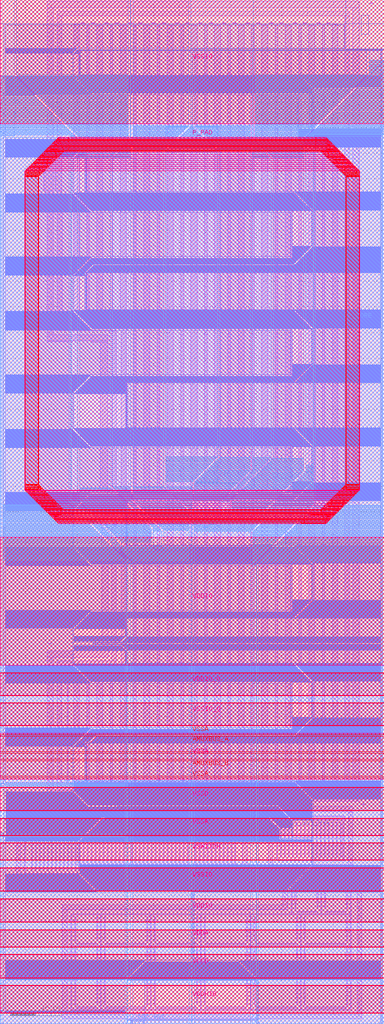
<source format=lef>
# Copyright 2020 The SkyWater PDK Authors
#
# Licensed under the Apache License, Version 2.0 (the "License");
# you may not use this file except in compliance with the License.
# You may obtain a copy of the License at
#
#     https://www.apache.org/licenses/LICENSE-2.0
#
# Unless required by applicable law or agreed to in writing, software
# distributed under the License is distributed on an "AS IS" BASIS,
# WITHOUT WARRANTIES OR CONDITIONS OF ANY KIND, either express or implied.
# See the License for the specific language governing permissions and
# limitations under the License.
#
# SPDX-License-Identifier: Apache-2.0

#
# NOTE:
# This file copied from vendor file sky130_fd_io__top_power_hvc_wpad.lef
# because the v2 version doesn't have a LEF entry in the vendor files.
#

VERSION 5.5 ;
NAMESCASESENSITIVE ON ;
BUSBITCHARS "[]" ;
DIVIDERCHAR "/" ;
MACRO sky130_fd_io__top_power_hvc_wpadv2
  CLASS PAD ;
  ORIGIN  0.000000  0.000000 ;
  FOREIGN sky130_fd_io__top_power_hvc_wpadv2  0.000000  0.000000 ;
  SIZE 75 BY 200 ;
  SYMMETRY X Y R90 ;
  PIN AMUXBUS_A
    ANTENNAPARTIALMETALSIDEAREA  111.1680 ;
    DIRECTION INOUT ;
    USE SIGNAL ;
    PORT
      LAYER met4 ;
        RECT 0.000000 53.125000 75.000000 56.105000 ;
    END
  END AMUXBUS_A
  PIN AMUXBUS_B
    ANTENNAPARTIALMETALSIDEAREA  111.1680 ;
    DIRECTION INOUT ;
    USE SIGNAL ;
    PORT
      LAYER met4 ;
        RECT 0.000000 48.365000 75.000000 51.345000 ;
    END
  END AMUXBUS_B
  PIN P_PAD
    ANTENNAPARTIALMETALSIDEAREA  284.1730 ;
    DIRECTION INOUT ;
    USE SIGNAL ;
    PORT
      LAYER met5 ;
        RECT  4.800000 104.230000 70.200000 166.570000 ;
        RECT  4.930000 104.100000 70.070000 104.230000 ;
        RECT  5.200000 166.570000 69.800000 166.970000 ;
        RECT  5.330000 103.700000 69.670000 104.100000 ;
        RECT  5.600000 166.970000 69.400000 167.370000 ;
        RECT  5.730000 103.300000 69.270000 103.700000 ;
        RECT  6.000000 167.370000 69.000000 167.770000 ;
        RECT  6.130000 102.900000 68.870000 103.300000 ;
        RECT  6.400000 167.770000 68.600000 168.170000 ;
        RECT  6.530000 102.500000 68.470000 102.900000 ;
        RECT  6.800000 168.170000 68.200000 168.570000 ;
        RECT  6.930000 102.100000 68.070000 102.500000 ;
        RECT  7.200000 168.570000 67.800000 168.970000 ;
        RECT  7.330000 101.700000 67.670000 102.100000 ;
        RECT  7.600000 168.970000 67.400000 169.370000 ;
        RECT  7.730000 101.300000 67.270000 101.700000 ;
        RECT  8.000000 169.370000 67.000000 169.770000 ;
        RECT  8.130000 100.900000 66.870000 101.300000 ;
        RECT  8.400000 169.770000 66.600000 170.170000 ;
        RECT  8.530000 100.500000 66.470000 100.900000 ;
        RECT  8.800000 170.170000 66.200000 170.570000 ;
        RECT  8.930000 100.100000 66.070000 100.500000 ;
        RECT  9.200000 170.570000 65.800000 170.970000 ;
        RECT  9.330000  99.700000 65.670000 100.100000 ;
        RECT  9.600000 170.970000 65.400000 171.370000 ;
        RECT  9.730000  99.300000 65.270000  99.700000 ;
        RECT 10.000000 171.370000 65.000000 171.770000 ;
        RECT 10.130000  98.900000 64.870000  99.300000 ;
        RECT 10.400000 171.770000 64.600000 172.170000 ;
        RECT 10.530000  98.500000 64.470000  98.900000 ;
        RECT 10.800000 172.170000 64.200000 172.570000 ;
        RECT 10.930000  98.100000 64.070000  98.500000 ;
        RECT 11.200000 172.570000 63.800000 172.970000 ;
        RECT 11.330000  97.700000 63.670000  98.100000 ;
        RECT 11.330000 172.970000 63.670000 173.100000 ;
    END
  END P_PAD
  PIN DRN_HVC
    DIRECTION INOUT ;
    USE POWER ;
    PORT
      LAYER met2 ;
        RECT 15.620000 185.295000 74.290000 190.015000 ;
        RECT 16.805000  47.455000 74.290000  54.765000 ;
        RECT 16.805000 139.455000 74.290000 146.710000 ;
        RECT 16.805000 162.455000 74.290000 171.155000 ;
        RECT 16.875000 146.710000 74.290000 146.780000 ;
        RECT 16.945000 146.780000 74.290000 146.850000 ;
        RECT 17.015000 146.850000 74.290000 146.920000 ;
        RECT 17.085000 146.920000 74.290000 146.990000 ;
        RECT 17.155000 146.990000 74.290000 147.060000 ;
        RECT 17.225000 147.060000 74.290000 147.130000 ;
        RECT 17.295000 147.130000 74.290000 147.200000 ;
        RECT 17.365000 147.200000 74.290000 147.270000 ;
        RECT 17.435000 147.270000 74.290000 147.340000 ;
        RECT 17.505000 147.340000 74.290000 147.410000 ;
        RECT 17.530000  54.765000 74.290000  54.835000 ;
        RECT 17.575000 147.410000 74.290000 147.480000 ;
        RECT 17.600000  54.835000 74.290000  54.905000 ;
        RECT 17.645000 147.480000 74.290000 147.550000 ;
        RECT 17.670000  54.905000 74.290000  54.975000 ;
        RECT 17.715000 147.550000 74.290000 147.620000 ;
        RECT 17.740000  54.975000 74.290000  55.045000 ;
        RECT 17.785000 147.620000 74.290000 147.690000 ;
        RECT 17.810000  55.045000 74.290000  55.115000 ;
        RECT 17.855000 147.690000 74.290000 147.760000 ;
        RECT 17.880000  55.115000 74.290000  55.185000 ;
        RECT 17.925000 147.760000 74.290000 147.830000 ;
        RECT 17.950000  55.185000 74.290000  55.255000 ;
        RECT 17.995000 147.830000 74.290000 147.900000 ;
        RECT 18.020000  55.255000 74.290000  55.325000 ;
        RECT 18.065000 147.900000 74.290000 147.970000 ;
        RECT 18.090000  55.325000 74.290000  55.395000 ;
        RECT 18.135000 147.970000 74.290000 148.040000 ;
        RECT 18.160000  55.395000 74.290000  55.465000 ;
        RECT 18.205000 148.040000 74.290000 148.110000 ;
        RECT 18.230000  55.465000 74.290000  55.535000 ;
        RECT 18.250000 148.110000 74.290000 148.155000 ;
        RECT 18.300000  55.535000 74.290000  55.605000 ;
        RECT 18.370000  55.605000 74.290000  55.675000 ;
        RECT 18.410000  74.155000 74.290000  74.415000 ;
        RECT 18.440000  55.675000 74.290000  55.745000 ;
        RECT 18.510000  55.745000 74.290000  55.815000 ;
        RECT 18.580000  55.815000 74.290000  55.885000 ;
        RECT 18.650000  55.885000 74.290000  55.955000 ;
        RECT 18.720000  55.955000 74.290000  56.025000 ;
        RECT 18.790000  56.025000 74.290000  56.095000 ;
        RECT 18.850000  56.095000 74.290000  56.155000 ;
        RECT 23.690000  74.415000 74.290000  74.485000 ;
        RECT 23.700000  74.105000 74.290000  74.155000 ;
        RECT 23.760000  74.485000 74.290000  74.555000 ;
        RECT 23.770000  74.035000 74.290000  74.105000 ;
        RECT 23.830000  74.555000 74.290000  74.625000 ;
        RECT 23.840000  73.965000 74.290000  74.035000 ;
        RECT 23.900000  74.625000 74.290000  74.695000 ;
        RECT 23.910000  73.895000 74.290000  73.965000 ;
        RECT 23.970000  74.695000 74.290000  74.765000 ;
        RECT 23.980000  73.825000 74.290000  73.895000 ;
        RECT 24.040000  74.765000 74.290000  74.835000 ;
        RECT 24.050000  73.755000 74.290000  73.825000 ;
        RECT 24.110000  74.835000 74.290000  74.905000 ;
        RECT 24.120000  73.685000 74.290000  73.755000 ;
        RECT 24.180000  74.905000 74.290000  74.975000 ;
        RECT 24.190000  73.615000 74.290000  73.685000 ;
        RECT 24.250000  74.975000 74.290000  75.045000 ;
        RECT 24.260000  73.545000 74.290000  73.615000 ;
        RECT 24.320000  75.045000 74.290000  75.115000 ;
        RECT 24.330000  73.475000 74.290000  73.545000 ;
        RECT 24.390000  75.115000 74.290000  75.185000 ;
        RECT 24.400000  73.405000 74.290000  73.475000 ;
        RECT 24.460000  75.185000 74.290000  75.255000 ;
        RECT 24.470000  73.335000 74.290000  73.405000 ;
        RECT 24.530000  75.255000 74.290000  75.325000 ;
        RECT 24.540000  73.265000 74.290000  73.335000 ;
        RECT 24.600000  75.325000 74.290000  75.395000 ;
        RECT 24.610000  73.195000 74.290000  73.265000 ;
        RECT 24.670000  75.395000 74.290000  75.465000 ;
        RECT 24.680000  73.125000 74.290000  73.195000 ;
        RECT 24.740000  75.465000 74.290000  75.535000 ;
        RECT 24.750000  73.055000 74.290000  73.125000 ;
        RECT 24.810000  75.535000 74.290000  75.605000 ;
        RECT 24.820000  70.455000 74.290000  72.985000 ;
        RECT 24.820000  72.985000 74.290000  73.055000 ;
        RECT 24.820000  75.605000 74.290000  75.615000 ;
        RECT 24.820000  75.615000 74.290000  79.155000 ;
        RECT 24.820000  93.455000 74.290000 102.155000 ;
        RECT 24.820000 116.455000 74.290000 125.155000 ;
        RECT 37.890000  12.295000 74.290000  25.660000 ;
        RECT 46.750000  12.265000 74.290000  12.295000 ;
        RECT 46.820000  12.195000 74.290000  12.265000 ;
        RECT 46.890000  12.125000 74.290000  12.195000 ;
        RECT 46.960000  12.055000 74.290000  12.125000 ;
        RECT 47.030000  11.985000 74.290000  12.055000 ;
        RECT 47.100000  11.915000 74.290000  11.985000 ;
        RECT 47.170000  11.845000 74.290000  11.915000 ;
        RECT 47.240000  11.775000 74.290000  11.845000 ;
        RECT 47.310000  11.705000 74.290000  11.775000 ;
        RECT 47.380000  11.635000 74.290000  11.705000 ;
        RECT 47.450000  11.565000 74.290000  11.635000 ;
        RECT 47.520000  11.495000 74.290000  11.565000 ;
        RECT 47.590000  11.425000 74.290000  11.495000 ;
        RECT 47.660000  11.355000 74.290000  11.425000 ;
        RECT 47.730000  11.285000 74.290000  11.355000 ;
        RECT 47.800000  11.215000 74.290000  11.285000 ;
        RECT 47.870000  11.145000 74.290000  11.215000 ;
        RECT 47.940000  11.075000 74.290000  11.145000 ;
        RECT 48.010000  11.005000 74.290000  11.075000 ;
        RECT 48.080000  10.935000 74.290000  11.005000 ;
        RECT 48.150000  10.865000 74.290000  10.935000 ;
        RECT 48.220000  10.795000 74.290000  10.865000 ;
        RECT 48.290000  10.725000 74.290000  10.795000 ;
        RECT 48.360000  10.655000 74.290000  10.725000 ;
        RECT 48.430000  10.585000 74.290000  10.655000 ;
        RECT 48.500000  10.515000 74.290000  10.585000 ;
        RECT 48.570000  10.445000 74.290000  10.515000 ;
        RECT 48.640000  10.375000 74.290000  10.445000 ;
        RECT 48.710000  10.305000 74.290000  10.375000 ;
        RECT 48.780000  10.235000 74.290000  10.305000 ;
        RECT 48.850000  10.165000 74.290000  10.235000 ;
        RECT 48.920000  10.095000 74.290000  10.165000 ;
        RECT 48.990000  10.025000 74.290000  10.095000 ;
        RECT 49.060000   9.955000 74.290000  10.025000 ;
        RECT 49.130000   9.885000 74.290000   9.955000 ;
        RECT 49.200000   9.815000 74.290000   9.885000 ;
        RECT 49.270000   9.745000 74.290000   9.815000 ;
        RECT 49.340000   9.675000 74.290000   9.745000 ;
        RECT 49.410000   9.605000 74.290000   9.675000 ;
        RECT 49.480000   9.535000 74.290000   9.605000 ;
        RECT 49.550000   9.465000 74.290000   9.535000 ;
        RECT 49.620000   9.395000 74.290000   9.465000 ;
        RECT 49.690000   9.325000 74.290000   9.395000 ;
        RECT 49.760000   9.255000 74.290000   9.325000 ;
        RECT 49.830000   9.185000 74.290000   9.255000 ;
        RECT 49.900000   9.115000 74.290000   9.185000 ;
        RECT 49.970000   9.045000 74.290000   9.115000 ;
        RECT 50.040000   8.975000 74.290000   9.045000 ;
        RECT 50.110000   8.905000 74.290000   8.975000 ;
        RECT 50.180000   8.835000 74.290000   8.905000 ;
        RECT 50.250000   8.765000 74.290000   8.835000 ;
        RECT 50.320000   8.695000 74.290000   8.765000 ;
        RECT 50.390000   0.000000 74.290000   8.625000 ;
        RECT 50.390000   8.625000 74.290000   8.695000 ;
        RECT 55.885000  25.660000 74.290000  25.730000 ;
        RECT 55.955000  25.730000 74.290000  25.800000 ;
        RECT 56.025000  25.800000 74.290000  25.870000 ;
        RECT 56.095000  25.870000 74.290000  25.940000 ;
        RECT 56.165000  25.940000 74.290000  26.010000 ;
        RECT 56.235000  26.010000 74.290000  26.080000 ;
        RECT 56.305000  26.080000 74.290000  26.150000 ;
        RECT 56.375000  26.150000 74.290000  26.220000 ;
        RECT 56.445000  26.220000 74.290000  26.290000 ;
        RECT 56.515000  26.290000 74.290000  26.360000 ;
        RECT 56.585000  26.360000 74.290000  26.430000 ;
        RECT 56.655000  26.430000 74.290000  26.500000 ;
        RECT 56.725000  26.500000 74.290000  26.570000 ;
        RECT 56.795000  26.570000 74.290000  26.640000 ;
        RECT 56.865000  26.640000 74.290000  26.710000 ;
        RECT 56.935000  26.710000 74.290000  26.780000 ;
        RECT 57.005000  26.780000 74.290000  26.850000 ;
        RECT 57.075000  26.850000 74.290000  26.920000 ;
        RECT 57.145000  26.920000 74.290000  26.990000 ;
        RECT 57.215000  26.990000 74.290000  27.060000 ;
        RECT 57.285000  27.060000 74.290000  27.130000 ;
        RECT 57.355000  27.130000 74.290000  27.200000 ;
        RECT 57.425000  27.200000 74.290000  27.270000 ;
        RECT 57.495000  27.270000 74.290000  27.340000 ;
        RECT 57.540000  47.390000 74.290000  47.455000 ;
        RECT 57.540000  70.420000 74.290000  70.455000 ;
        RECT 57.540000 116.390000 74.290000 116.455000 ;
        RECT 57.540000 139.425000 74.290000 139.455000 ;
        RECT 57.540000 162.440000 74.290000 162.455000 ;
        RECT 57.555000 148.155000 74.290000 148.225000 ;
        RECT 57.565000  27.340000 74.290000  27.410000 ;
        RECT 57.595000  56.155000 74.290000  56.225000 ;
        RECT 57.610000  47.320000 74.290000  47.390000 ;
        RECT 57.610000  70.350000 74.290000  70.420000 ;
        RECT 57.610000  93.410000 74.290000  93.455000 ;
        RECT 57.610000 116.320000 74.290000 116.390000 ;
        RECT 57.610000 139.355000 74.290000 139.425000 ;
        RECT 57.610000 162.370000 74.290000 162.440000 ;
        RECT 57.625000  79.155000 74.290000  79.225000 ;
        RECT 57.625000 102.155000 74.290000 102.225000 ;
        RECT 57.625000 125.155000 74.290000 125.225000 ;
        RECT 57.625000 148.225000 74.290000 148.295000 ;
        RECT 57.635000  27.410000 74.290000  27.480000 ;
        RECT 57.635000 171.155000 74.290000 171.225000 ;
        RECT 57.665000  56.225000 74.290000  56.295000 ;
        RECT 57.680000  47.250000 74.290000  47.320000 ;
        RECT 57.680000  70.280000 74.290000  70.350000 ;
        RECT 57.680000  93.340000 74.290000  93.410000 ;
        RECT 57.680000 116.250000 74.290000 116.320000 ;
        RECT 57.680000 139.285000 74.290000 139.355000 ;
        RECT 57.680000 162.300000 74.290000 162.370000 ;
        RECT 57.695000  79.225000 74.290000  79.295000 ;
        RECT 57.695000 102.225000 74.290000 102.295000 ;
        RECT 57.695000 125.225000 74.290000 125.295000 ;
        RECT 57.695000 148.295000 74.290000 148.365000 ;
        RECT 57.705000  27.480000 74.290000  27.550000 ;
        RECT 57.705000 171.225000 74.290000 171.295000 ;
        RECT 57.735000  56.295000 74.290000  56.365000 ;
        RECT 57.750000  47.180000 74.290000  47.250000 ;
        RECT 57.750000  70.210000 74.290000  70.280000 ;
        RECT 57.750000  93.270000 74.290000  93.340000 ;
        RECT 57.750000 116.180000 74.290000 116.250000 ;
        RECT 57.750000 139.215000 74.290000 139.285000 ;
        RECT 57.750000 162.230000 74.290000 162.300000 ;
        RECT 57.765000  79.295000 74.290000  79.365000 ;
        RECT 57.765000 102.295000 74.290000 102.365000 ;
        RECT 57.765000 125.295000 74.290000 125.365000 ;
        RECT 57.765000 148.365000 74.290000 148.435000 ;
        RECT 57.775000  27.550000 74.290000  27.620000 ;
        RECT 57.775000 171.295000 74.290000 171.365000 ;
        RECT 57.805000  56.365000 74.290000  56.435000 ;
        RECT 57.820000  47.110000 74.290000  47.180000 ;
        RECT 57.820000  70.140000 74.290000  70.210000 ;
        RECT 57.820000  93.200000 74.290000  93.270000 ;
        RECT 57.820000 116.110000 74.290000 116.180000 ;
        RECT 57.820000 139.145000 74.290000 139.215000 ;
        RECT 57.820000 162.160000 74.290000 162.230000 ;
        RECT 57.835000  79.365000 74.290000  79.435000 ;
        RECT 57.835000 102.365000 74.290000 102.435000 ;
        RECT 57.835000 125.365000 74.290000 125.435000 ;
        RECT 57.835000 148.435000 74.290000 148.505000 ;
        RECT 57.845000  27.620000 74.290000  27.690000 ;
        RECT 57.845000 171.365000 74.290000 171.435000 ;
        RECT 57.875000  56.435000 74.290000  56.505000 ;
        RECT 57.890000  47.040000 74.290000  47.110000 ;
        RECT 57.890000  70.070000 74.290000  70.140000 ;
        RECT 57.890000  93.130000 74.290000  93.200000 ;
        RECT 57.890000 116.040000 74.290000 116.110000 ;
        RECT 57.890000 139.075000 74.290000 139.145000 ;
        RECT 57.890000 162.090000 74.290000 162.160000 ;
        RECT 57.905000  79.435000 74.290000  79.505000 ;
        RECT 57.905000 102.435000 74.290000 102.505000 ;
        RECT 57.905000 125.435000 74.290000 125.505000 ;
        RECT 57.905000 148.505000 74.290000 148.575000 ;
        RECT 57.915000  27.690000 74.290000  27.760000 ;
        RECT 57.915000 171.435000 74.290000 171.505000 ;
        RECT 57.945000  56.505000 74.290000  56.575000 ;
        RECT 57.960000  46.970000 74.290000  47.040000 ;
        RECT 57.960000  70.000000 74.290000  70.070000 ;
        RECT 57.960000  93.060000 74.290000  93.130000 ;
        RECT 57.960000 115.970000 74.290000 116.040000 ;
        RECT 57.960000 139.005000 74.290000 139.075000 ;
        RECT 57.960000 162.020000 74.290000 162.090000 ;
        RECT 57.975000  79.505000 74.290000  79.575000 ;
        RECT 57.975000 102.505000 74.290000 102.575000 ;
        RECT 57.975000 125.505000 74.290000 125.575000 ;
        RECT 57.975000 148.575000 74.290000 148.645000 ;
        RECT 57.985000  27.760000 74.290000  27.830000 ;
        RECT 57.985000 171.505000 74.290000 171.575000 ;
        RECT 58.015000  56.575000 74.290000  56.645000 ;
        RECT 58.030000  46.900000 74.290000  46.970000 ;
        RECT 58.030000  69.930000 74.290000  70.000000 ;
        RECT 58.030000  92.990000 74.290000  93.060000 ;
        RECT 58.030000 115.900000 74.290000 115.970000 ;
        RECT 58.030000 138.935000 74.290000 139.005000 ;
        RECT 58.030000 161.950000 74.290000 162.020000 ;
        RECT 58.045000  79.575000 74.290000  79.645000 ;
        RECT 58.045000 102.575000 74.290000 102.645000 ;
        RECT 58.045000 125.575000 74.290000 125.645000 ;
        RECT 58.045000 148.645000 74.290000 148.715000 ;
        RECT 58.055000  27.830000 74.290000  27.900000 ;
        RECT 58.055000 171.575000 74.290000 171.645000 ;
        RECT 58.085000  56.645000 74.290000  56.715000 ;
        RECT 58.100000  46.830000 74.290000  46.900000 ;
        RECT 58.100000  69.860000 74.290000  69.930000 ;
        RECT 58.100000  92.920000 74.290000  92.990000 ;
        RECT 58.100000 115.830000 74.290000 115.900000 ;
        RECT 58.100000 138.865000 74.290000 138.935000 ;
        RECT 58.100000 161.880000 74.290000 161.950000 ;
        RECT 58.115000  79.645000 74.290000  79.715000 ;
        RECT 58.115000 102.645000 74.290000 102.715000 ;
        RECT 58.115000 125.645000 74.290000 125.715000 ;
        RECT 58.115000 148.715000 74.290000 148.785000 ;
        RECT 58.125000  27.900000 74.290000  27.970000 ;
        RECT 58.125000 171.645000 74.290000 171.715000 ;
        RECT 58.155000  56.715000 74.290000  56.785000 ;
        RECT 58.170000  46.760000 74.290000  46.830000 ;
        RECT 58.170000  69.790000 74.290000  69.860000 ;
        RECT 58.170000  92.850000 74.290000  92.920000 ;
        RECT 58.170000 115.760000 74.290000 115.830000 ;
        RECT 58.170000 138.795000 74.290000 138.865000 ;
        RECT 58.170000 161.810000 74.290000 161.880000 ;
        RECT 58.185000  79.715000 74.290000  79.785000 ;
        RECT 58.185000 102.715000 74.290000 102.785000 ;
        RECT 58.185000 125.715000 74.290000 125.785000 ;
        RECT 58.185000 148.785000 74.290000 148.855000 ;
        RECT 58.195000  27.970000 74.290000  28.040000 ;
        RECT 58.195000 171.715000 74.290000 171.785000 ;
        RECT 58.225000  56.785000 74.290000  56.855000 ;
        RECT 58.240000  46.690000 74.290000  46.760000 ;
        RECT 58.240000  69.720000 74.290000  69.790000 ;
        RECT 58.240000  92.780000 74.290000  92.850000 ;
        RECT 58.240000 115.690000 74.290000 115.760000 ;
        RECT 58.240000 138.725000 74.290000 138.795000 ;
        RECT 58.240000 161.740000 74.290000 161.810000 ;
        RECT 58.255000  79.785000 74.290000  79.855000 ;
        RECT 58.255000 102.785000 74.290000 102.855000 ;
        RECT 58.255000 125.785000 74.290000 125.855000 ;
        RECT 58.255000 148.855000 74.290000 148.925000 ;
        RECT 58.265000  28.040000 74.290000  28.110000 ;
        RECT 58.265000 171.785000 74.290000 171.855000 ;
        RECT 58.295000  56.855000 74.290000  56.925000 ;
        RECT 58.310000  46.620000 74.290000  46.690000 ;
        RECT 58.310000  69.650000 74.290000  69.720000 ;
        RECT 58.310000  92.710000 74.290000  92.780000 ;
        RECT 58.310000 115.620000 74.290000 115.690000 ;
        RECT 58.310000 138.655000 74.290000 138.725000 ;
        RECT 58.310000 161.670000 74.290000 161.740000 ;
        RECT 58.325000  79.855000 74.290000  79.925000 ;
        RECT 58.325000 102.855000 74.290000 102.925000 ;
        RECT 58.325000 125.855000 74.290000 125.925000 ;
        RECT 58.325000 148.925000 74.290000 148.995000 ;
        RECT 58.335000  28.110000 74.290000  28.180000 ;
        RECT 58.335000 171.855000 74.290000 171.925000 ;
        RECT 58.365000  56.925000 74.290000  56.995000 ;
        RECT 58.380000  46.550000 74.290000  46.620000 ;
        RECT 58.380000  69.580000 74.290000  69.650000 ;
        RECT 58.380000  92.640000 74.290000  92.710000 ;
        RECT 58.380000 115.550000 74.290000 115.620000 ;
        RECT 58.380000 138.585000 74.290000 138.655000 ;
        RECT 58.380000 161.600000 74.290000 161.670000 ;
        RECT 58.395000  79.925000 74.290000  79.995000 ;
        RECT 58.395000 102.925000 74.290000 102.995000 ;
        RECT 58.395000 125.925000 74.290000 125.995000 ;
        RECT 58.395000 148.995000 74.290000 149.065000 ;
        RECT 58.405000  28.180000 74.290000  28.250000 ;
        RECT 58.405000 171.925000 74.290000 171.995000 ;
        RECT 58.435000  56.995000 74.290000  57.065000 ;
        RECT 58.450000  46.480000 74.290000  46.550000 ;
        RECT 58.450000  69.510000 74.290000  69.580000 ;
        RECT 58.450000  92.570000 74.290000  92.640000 ;
        RECT 58.450000 115.480000 74.290000 115.550000 ;
        RECT 58.450000 138.515000 74.290000 138.585000 ;
        RECT 58.450000 161.530000 74.290000 161.600000 ;
        RECT 58.465000  79.995000 74.290000  80.065000 ;
        RECT 58.465000 102.995000 74.290000 103.065000 ;
        RECT 58.465000 125.995000 74.290000 126.065000 ;
        RECT 58.465000 149.065000 74.290000 149.135000 ;
        RECT 58.475000  28.250000 74.290000  28.320000 ;
        RECT 58.475000 171.995000 74.290000 172.065000 ;
        RECT 58.505000  57.065000 74.290000  57.135000 ;
        RECT 58.520000  46.410000 74.290000  46.480000 ;
        RECT 58.520000  69.440000 74.290000  69.510000 ;
        RECT 58.520000  92.500000 74.290000  92.570000 ;
        RECT 58.520000 115.410000 74.290000 115.480000 ;
        RECT 58.520000 138.445000 74.290000 138.515000 ;
        RECT 58.520000 161.460000 74.290000 161.530000 ;
        RECT 58.535000  80.065000 74.290000  80.135000 ;
        RECT 58.535000 103.065000 74.290000 103.135000 ;
        RECT 58.535000 126.065000 74.290000 126.135000 ;
        RECT 58.535000 149.135000 74.290000 149.205000 ;
        RECT 58.545000  28.320000 74.290000  28.390000 ;
        RECT 58.545000 172.065000 74.290000 172.135000 ;
        RECT 58.575000  57.135000 74.290000  57.205000 ;
        RECT 58.590000  46.340000 74.290000  46.410000 ;
        RECT 58.590000  69.370000 74.290000  69.440000 ;
        RECT 58.590000  92.430000 74.290000  92.500000 ;
        RECT 58.590000 115.340000 74.290000 115.410000 ;
        RECT 58.590000 138.375000 74.290000 138.445000 ;
        RECT 58.590000 161.390000 74.290000 161.460000 ;
        RECT 58.605000  80.135000 74.290000  80.205000 ;
        RECT 58.605000 103.135000 74.290000 103.205000 ;
        RECT 58.605000 126.135000 74.290000 126.205000 ;
        RECT 58.605000 149.205000 74.290000 149.275000 ;
        RECT 58.615000  28.390000 74.290000  28.460000 ;
        RECT 58.615000 172.135000 74.290000 172.205000 ;
        RECT 58.645000  57.205000 74.290000  57.275000 ;
        RECT 58.660000  46.270000 74.290000  46.340000 ;
        RECT 58.660000  69.300000 74.290000  69.370000 ;
        RECT 58.660000  92.360000 74.290000  92.430000 ;
        RECT 58.660000 115.270000 74.290000 115.340000 ;
        RECT 58.660000 138.305000 74.290000 138.375000 ;
        RECT 58.660000 161.320000 74.290000 161.390000 ;
        RECT 58.675000  80.205000 74.290000  80.275000 ;
        RECT 58.675000 103.205000 74.290000 103.275000 ;
        RECT 58.675000 126.205000 74.290000 126.275000 ;
        RECT 58.675000 149.275000 74.290000 149.345000 ;
        RECT 58.685000  28.460000 74.290000  28.530000 ;
        RECT 58.685000 172.205000 74.290000 172.275000 ;
        RECT 58.715000  57.275000 74.290000  57.345000 ;
        RECT 58.730000  46.200000 74.290000  46.270000 ;
        RECT 58.730000  69.230000 74.290000  69.300000 ;
        RECT 58.730000  92.290000 74.290000  92.360000 ;
        RECT 58.730000 115.200000 74.290000 115.270000 ;
        RECT 58.730000 138.235000 74.290000 138.305000 ;
        RECT 58.730000 161.250000 74.290000 161.320000 ;
        RECT 58.730000 185.260000 74.290000 185.295000 ;
        RECT 58.745000  80.275000 74.290000  80.345000 ;
        RECT 58.745000 103.275000 74.290000 103.345000 ;
        RECT 58.745000 126.275000 74.290000 126.345000 ;
        RECT 58.745000 149.345000 74.290000 149.415000 ;
        RECT 58.755000  28.530000 74.290000  28.600000 ;
        RECT 58.755000 172.275000 74.290000 172.345000 ;
        RECT 58.785000  57.345000 74.290000  57.415000 ;
        RECT 58.800000  46.130000 74.290000  46.200000 ;
        RECT 58.800000  69.160000 74.290000  69.230000 ;
        RECT 58.800000  92.220000 74.290000  92.290000 ;
        RECT 58.800000 115.130000 74.290000 115.200000 ;
        RECT 58.800000 138.165000 74.290000 138.235000 ;
        RECT 58.800000 161.180000 74.290000 161.250000 ;
        RECT 58.800000 185.190000 74.290000 185.260000 ;
        RECT 58.815000  80.345000 74.290000  80.415000 ;
        RECT 58.815000 103.345000 74.290000 103.415000 ;
        RECT 58.815000 126.345000 74.290000 126.415000 ;
        RECT 58.815000 149.415000 74.290000 149.485000 ;
        RECT 58.825000  28.600000 74.290000  28.670000 ;
        RECT 58.825000 172.345000 74.290000 172.415000 ;
        RECT 58.855000  57.415000 74.290000  57.485000 ;
        RECT 58.870000  46.060000 74.290000  46.130000 ;
        RECT 58.870000  69.090000 74.290000  69.160000 ;
        RECT 58.870000  92.150000 74.290000  92.220000 ;
        RECT 58.870000 115.060000 74.290000 115.130000 ;
        RECT 58.870000 138.095000 74.290000 138.165000 ;
        RECT 58.870000 161.110000 74.290000 161.180000 ;
        RECT 58.870000 185.120000 74.290000 185.190000 ;
        RECT 58.885000  80.415000 74.290000  80.485000 ;
        RECT 58.885000 103.415000 74.290000 103.485000 ;
        RECT 58.885000 126.415000 74.290000 126.485000 ;
        RECT 58.885000 149.485000 74.290000 149.555000 ;
        RECT 58.895000  28.670000 74.290000  28.740000 ;
        RECT 58.895000 172.415000 74.290000 172.485000 ;
        RECT 58.925000  57.485000 74.290000  57.555000 ;
        RECT 58.940000  45.990000 74.290000  46.060000 ;
        RECT 58.940000  69.020000 74.290000  69.090000 ;
        RECT 58.940000  92.080000 74.290000  92.150000 ;
        RECT 58.940000 114.990000 74.290000 115.060000 ;
        RECT 58.940000 138.025000 74.290000 138.095000 ;
        RECT 58.940000 161.040000 74.290000 161.110000 ;
        RECT 58.940000 185.050000 74.290000 185.120000 ;
        RECT 58.955000  80.485000 74.290000  80.555000 ;
        RECT 58.955000 103.485000 74.290000 103.555000 ;
        RECT 58.955000 126.485000 74.290000 126.555000 ;
        RECT 58.955000 149.555000 74.290000 149.625000 ;
        RECT 58.965000  28.740000 74.290000  28.810000 ;
        RECT 58.965000 172.485000 74.290000 172.555000 ;
        RECT 58.995000  57.555000 74.290000  57.625000 ;
        RECT 59.010000  45.920000 74.290000  45.990000 ;
        RECT 59.010000  68.950000 74.290000  69.020000 ;
        RECT 59.010000  92.010000 74.290000  92.080000 ;
        RECT 59.010000 114.920000 74.290000 114.990000 ;
        RECT 59.010000 137.955000 74.290000 138.025000 ;
        RECT 59.010000 160.970000 74.290000 161.040000 ;
        RECT 59.010000 184.980000 74.290000 185.050000 ;
        RECT 59.025000  80.555000 74.290000  80.625000 ;
        RECT 59.025000 103.555000 74.290000 103.625000 ;
        RECT 59.025000 126.555000 74.290000 126.625000 ;
        RECT 59.025000 149.625000 74.290000 149.695000 ;
        RECT 59.035000  28.810000 74.290000  28.880000 ;
        RECT 59.035000 172.555000 74.290000 172.625000 ;
        RECT 59.065000  57.625000 74.290000  57.695000 ;
        RECT 59.080000  45.850000 74.290000  45.920000 ;
        RECT 59.080000  68.880000 74.290000  68.950000 ;
        RECT 59.080000  91.940000 74.290000  92.010000 ;
        RECT 59.080000 114.850000 74.290000 114.920000 ;
        RECT 59.080000 137.885000 74.290000 137.955000 ;
        RECT 59.080000 160.900000 74.290000 160.970000 ;
        RECT 59.080000 184.910000 74.290000 184.980000 ;
        RECT 59.095000  80.625000 74.290000  80.695000 ;
        RECT 59.095000 103.625000 74.290000 103.695000 ;
        RECT 59.095000 126.625000 74.290000 126.695000 ;
        RECT 59.095000 149.695000 74.290000 149.765000 ;
        RECT 59.105000  28.880000 74.290000  28.950000 ;
        RECT 59.105000 172.625000 74.290000 172.695000 ;
        RECT 59.135000  57.695000 74.290000  57.765000 ;
        RECT 59.150000  45.780000 74.290000  45.850000 ;
        RECT 59.150000  68.810000 74.290000  68.880000 ;
        RECT 59.150000  91.870000 74.290000  91.940000 ;
        RECT 59.150000 114.780000 74.290000 114.850000 ;
        RECT 59.150000 137.815000 74.290000 137.885000 ;
        RECT 59.150000 160.830000 74.290000 160.900000 ;
        RECT 59.150000 184.840000 74.290000 184.910000 ;
        RECT 59.165000  80.695000 74.290000  80.765000 ;
        RECT 59.165000 103.695000 74.290000 103.765000 ;
        RECT 59.165000 126.695000 74.290000 126.765000 ;
        RECT 59.165000 149.765000 74.290000 149.835000 ;
        RECT 59.175000  28.950000 74.290000  29.020000 ;
        RECT 59.175000 172.695000 74.290000 172.765000 ;
        RECT 59.205000  57.765000 74.290000  57.835000 ;
        RECT 59.220000  45.710000 74.290000  45.780000 ;
        RECT 59.220000  68.740000 74.290000  68.810000 ;
        RECT 59.220000  91.800000 74.290000  91.870000 ;
        RECT 59.220000 114.710000 74.290000 114.780000 ;
        RECT 59.220000 137.745000 74.290000 137.815000 ;
        RECT 59.220000 160.760000 74.290000 160.830000 ;
        RECT 59.220000 184.770000 74.290000 184.840000 ;
        RECT 59.235000  80.765000 74.290000  80.835000 ;
        RECT 59.235000 103.765000 74.290000 103.835000 ;
        RECT 59.235000 126.765000 74.290000 126.835000 ;
        RECT 59.235000 149.835000 74.290000 149.905000 ;
        RECT 59.245000  29.020000 74.290000  29.090000 ;
        RECT 59.245000 172.765000 74.290000 172.835000 ;
        RECT 59.275000  57.835000 74.290000  57.905000 ;
        RECT 59.290000  45.640000 74.290000  45.710000 ;
        RECT 59.290000  68.670000 74.290000  68.740000 ;
        RECT 59.290000  91.730000 74.290000  91.800000 ;
        RECT 59.290000 114.640000 74.290000 114.710000 ;
        RECT 59.290000 137.675000 74.290000 137.745000 ;
        RECT 59.290000 160.690000 74.290000 160.760000 ;
        RECT 59.290000 184.700000 74.290000 184.770000 ;
        RECT 59.305000  80.835000 74.290000  80.905000 ;
        RECT 59.305000 103.835000 74.290000 103.905000 ;
        RECT 59.305000 126.835000 74.290000 126.905000 ;
        RECT 59.305000 149.905000 74.290000 149.975000 ;
        RECT 59.315000  29.090000 74.290000  29.160000 ;
        RECT 59.315000 172.835000 74.290000 172.905000 ;
        RECT 59.345000  57.905000 74.290000  57.975000 ;
        RECT 59.360000  45.570000 74.290000  45.640000 ;
        RECT 59.360000  68.600000 74.290000  68.670000 ;
        RECT 59.360000  91.660000 74.290000  91.730000 ;
        RECT 59.360000 114.570000 74.290000 114.640000 ;
        RECT 59.360000 137.605000 74.290000 137.675000 ;
        RECT 59.360000 160.620000 74.290000 160.690000 ;
        RECT 59.360000 184.630000 74.290000 184.700000 ;
        RECT 59.375000  80.905000 74.290000  80.975000 ;
        RECT 59.375000 103.905000 74.290000 103.975000 ;
        RECT 59.375000 126.905000 74.290000 126.975000 ;
        RECT 59.375000 149.975000 74.290000 150.045000 ;
        RECT 59.385000  29.160000 74.290000  29.230000 ;
        RECT 59.385000 172.905000 74.290000 172.975000 ;
        RECT 59.415000  57.975000 74.290000  58.045000 ;
        RECT 59.430000  45.500000 74.290000  45.570000 ;
        RECT 59.430000  68.530000 74.290000  68.600000 ;
        RECT 59.430000  91.590000 74.290000  91.660000 ;
        RECT 59.430000 114.500000 74.290000 114.570000 ;
        RECT 59.430000 137.535000 74.290000 137.605000 ;
        RECT 59.430000 160.550000 74.290000 160.620000 ;
        RECT 59.430000 184.560000 74.290000 184.630000 ;
        RECT 59.445000  80.975000 74.290000  81.045000 ;
        RECT 59.445000 103.975000 74.290000 104.045000 ;
        RECT 59.445000 126.975000 74.290000 127.045000 ;
        RECT 59.445000 150.045000 74.290000 150.115000 ;
        RECT 59.455000  29.230000 74.290000  29.300000 ;
        RECT 59.455000 172.975000 74.290000 173.045000 ;
        RECT 59.485000  58.045000 74.290000  58.115000 ;
        RECT 59.500000  45.430000 74.290000  45.500000 ;
        RECT 59.500000  68.460000 74.290000  68.530000 ;
        RECT 59.500000  91.520000 74.290000  91.590000 ;
        RECT 59.500000 114.430000 74.290000 114.500000 ;
        RECT 59.500000 137.465000 74.290000 137.535000 ;
        RECT 59.500000 160.480000 74.290000 160.550000 ;
        RECT 59.500000 184.490000 74.290000 184.560000 ;
        RECT 59.515000  81.045000 74.290000  81.115000 ;
        RECT 59.515000 104.045000 74.290000 104.115000 ;
        RECT 59.515000 127.045000 74.290000 127.115000 ;
        RECT 59.515000 150.115000 74.290000 150.185000 ;
        RECT 59.525000  29.300000 74.290000  29.370000 ;
        RECT 59.525000 173.045000 74.290000 173.115000 ;
        RECT 59.555000  58.115000 74.290000  58.185000 ;
        RECT 59.570000  45.360000 74.290000  45.430000 ;
        RECT 59.570000  68.390000 74.290000  68.460000 ;
        RECT 59.570000  91.450000 74.290000  91.520000 ;
        RECT 59.570000 114.360000 74.290000 114.430000 ;
        RECT 59.570000 137.395000 74.290000 137.465000 ;
        RECT 59.570000 160.410000 74.290000 160.480000 ;
        RECT 59.570000 184.420000 74.290000 184.490000 ;
        RECT 59.585000  81.115000 74.290000  81.185000 ;
        RECT 59.585000 104.115000 74.290000 104.185000 ;
        RECT 59.585000 127.115000 74.290000 127.185000 ;
        RECT 59.585000 150.185000 74.290000 150.255000 ;
        RECT 59.595000  29.370000 74.290000  29.440000 ;
        RECT 59.595000 173.115000 74.290000 173.185000 ;
        RECT 59.625000  58.185000 74.290000  58.255000 ;
        RECT 59.640000  45.290000 74.290000  45.360000 ;
        RECT 59.640000  68.320000 74.290000  68.390000 ;
        RECT 59.640000  91.380000 74.290000  91.450000 ;
        RECT 59.640000 114.290000 74.290000 114.360000 ;
        RECT 59.640000 137.325000 74.290000 137.395000 ;
        RECT 59.640000 160.340000 74.290000 160.410000 ;
        RECT 59.640000 184.350000 74.290000 184.420000 ;
        RECT 59.655000  81.185000 74.290000  81.255000 ;
        RECT 59.655000 104.185000 74.290000 104.255000 ;
        RECT 59.655000 127.185000 74.290000 127.255000 ;
        RECT 59.655000 150.255000 74.290000 150.325000 ;
        RECT 59.665000  29.440000 74.290000  29.510000 ;
        RECT 59.665000 173.185000 74.290000 173.255000 ;
        RECT 59.695000  58.255000 74.290000  58.325000 ;
        RECT 59.710000  45.220000 74.290000  45.290000 ;
        RECT 59.710000  68.250000 74.290000  68.320000 ;
        RECT 59.710000  91.310000 74.290000  91.380000 ;
        RECT 59.710000 114.220000 74.290000 114.290000 ;
        RECT 59.710000 137.255000 74.290000 137.325000 ;
        RECT 59.710000 160.270000 74.290000 160.340000 ;
        RECT 59.710000 184.280000 74.290000 184.350000 ;
        RECT 59.725000  81.255000 74.290000  81.325000 ;
        RECT 59.725000 104.255000 74.290000 104.325000 ;
        RECT 59.725000 127.255000 74.290000 127.325000 ;
        RECT 59.725000 150.325000 74.290000 150.395000 ;
        RECT 59.735000  29.510000 74.290000  29.580000 ;
        RECT 59.735000 173.255000 74.290000 173.325000 ;
        RECT 59.765000  58.325000 74.290000  58.395000 ;
        RECT 59.780000  45.150000 74.290000  45.220000 ;
        RECT 59.780000  68.180000 74.290000  68.250000 ;
        RECT 59.780000  91.240000 74.290000  91.310000 ;
        RECT 59.780000 114.150000 74.290000 114.220000 ;
        RECT 59.780000 137.185000 74.290000 137.255000 ;
        RECT 59.780000 160.200000 74.290000 160.270000 ;
        RECT 59.780000 184.210000 74.290000 184.280000 ;
        RECT 59.795000  81.325000 74.290000  81.395000 ;
        RECT 59.795000 104.325000 74.290000 104.395000 ;
        RECT 59.795000 127.325000 74.290000 127.395000 ;
        RECT 59.795000 150.395000 74.290000 150.465000 ;
        RECT 59.805000  29.580000 74.290000  29.650000 ;
        RECT 59.805000 173.325000 74.290000 173.395000 ;
        RECT 59.835000  58.395000 74.290000  58.465000 ;
        RECT 59.850000  45.080000 74.290000  45.150000 ;
        RECT 59.850000  68.110000 74.290000  68.180000 ;
        RECT 59.850000  91.170000 74.290000  91.240000 ;
        RECT 59.850000 114.080000 74.290000 114.150000 ;
        RECT 59.850000 137.115000 74.290000 137.185000 ;
        RECT 59.850000 160.130000 74.290000 160.200000 ;
        RECT 59.850000 184.140000 74.290000 184.210000 ;
        RECT 59.865000  81.395000 74.290000  81.465000 ;
        RECT 59.865000 104.395000 74.290000 104.465000 ;
        RECT 59.865000 127.395000 74.290000 127.465000 ;
        RECT 59.865000 150.465000 74.290000 150.535000 ;
        RECT 59.875000  29.650000 74.290000  29.720000 ;
        RECT 59.875000 173.395000 74.290000 173.465000 ;
        RECT 59.905000  58.465000 74.290000  58.535000 ;
        RECT 59.920000  45.010000 74.290000  45.080000 ;
        RECT 59.920000  68.040000 74.290000  68.110000 ;
        RECT 59.920000  91.100000 74.290000  91.170000 ;
        RECT 59.920000 114.010000 74.290000 114.080000 ;
        RECT 59.920000 137.045000 74.290000 137.115000 ;
        RECT 59.920000 160.060000 74.290000 160.130000 ;
        RECT 59.920000 184.070000 74.290000 184.140000 ;
        RECT 59.935000  81.465000 74.290000  81.535000 ;
        RECT 59.935000 104.465000 74.290000 104.535000 ;
        RECT 59.935000 127.465000 74.290000 127.535000 ;
        RECT 59.935000 150.535000 74.290000 150.605000 ;
        RECT 59.945000  29.720000 74.290000  29.790000 ;
        RECT 59.945000 173.465000 74.290000 173.535000 ;
        RECT 59.975000  58.535000 74.290000  58.605000 ;
        RECT 59.990000  44.940000 74.290000  45.010000 ;
        RECT 59.990000  67.970000 74.290000  68.040000 ;
        RECT 59.990000  91.030000 74.290000  91.100000 ;
        RECT 59.990000 113.940000 74.290000 114.010000 ;
        RECT 59.990000 136.975000 74.290000 137.045000 ;
        RECT 59.990000 159.990000 74.290000 160.060000 ;
        RECT 59.990000 184.000000 74.290000 184.070000 ;
        RECT 60.005000  81.535000 74.290000  81.605000 ;
        RECT 60.005000 104.535000 74.290000 104.605000 ;
        RECT 60.005000 127.535000 74.290000 127.605000 ;
        RECT 60.005000 150.605000 74.290000 150.675000 ;
        RECT 60.015000  29.790000 74.290000  29.860000 ;
        RECT 60.015000 173.535000 74.290000 173.605000 ;
        RECT 60.045000  58.605000 74.290000  58.675000 ;
        RECT 60.060000  44.870000 74.290000  44.940000 ;
        RECT 60.060000  67.900000 74.290000  67.970000 ;
        RECT 60.060000  90.960000 74.290000  91.030000 ;
        RECT 60.060000 113.870000 74.290000 113.940000 ;
        RECT 60.060000 136.905000 74.290000 136.975000 ;
        RECT 60.060000 159.920000 74.290000 159.990000 ;
        RECT 60.060000 183.930000 74.290000 184.000000 ;
        RECT 60.075000  81.605000 74.290000  81.675000 ;
        RECT 60.075000 104.605000 74.290000 104.675000 ;
        RECT 60.075000 127.605000 74.290000 127.675000 ;
        RECT 60.075000 150.675000 74.290000 150.745000 ;
        RECT 60.085000  29.860000 74.290000  29.930000 ;
        RECT 60.085000 173.605000 74.290000 173.675000 ;
        RECT 60.115000  58.675000 74.290000  58.745000 ;
        RECT 60.130000  44.800000 74.290000  44.870000 ;
        RECT 60.130000  67.830000 74.290000  67.900000 ;
        RECT 60.130000  90.890000 74.290000  90.960000 ;
        RECT 60.130000 113.800000 74.290000 113.870000 ;
        RECT 60.130000 136.835000 74.290000 136.905000 ;
        RECT 60.130000 159.850000 74.290000 159.920000 ;
        RECT 60.130000 183.860000 74.290000 183.930000 ;
        RECT 60.145000  81.675000 74.290000  81.745000 ;
        RECT 60.145000 104.675000 74.290000 104.745000 ;
        RECT 60.145000 127.675000 74.290000 127.745000 ;
        RECT 60.145000 150.745000 74.290000 150.815000 ;
        RECT 60.155000  29.930000 74.290000  30.000000 ;
        RECT 60.155000 173.675000 74.290000 173.745000 ;
        RECT 60.185000  58.745000 74.290000  58.815000 ;
        RECT 60.200000  44.730000 74.290000  44.800000 ;
        RECT 60.200000  67.760000 74.290000  67.830000 ;
        RECT 60.200000  90.820000 74.290000  90.890000 ;
        RECT 60.200000 113.730000 74.290000 113.800000 ;
        RECT 60.200000 136.765000 74.290000 136.835000 ;
        RECT 60.200000 159.780000 74.290000 159.850000 ;
        RECT 60.200000 183.790000 74.290000 183.860000 ;
        RECT 60.215000  81.745000 74.290000  81.815000 ;
        RECT 60.215000 104.745000 74.290000 104.815000 ;
        RECT 60.215000 127.745000 74.290000 127.815000 ;
        RECT 60.215000 150.815000 74.290000 150.885000 ;
        RECT 60.225000  30.000000 74.290000  30.070000 ;
        RECT 60.225000 173.745000 74.290000 173.815000 ;
        RECT 60.255000  58.815000 74.290000  58.885000 ;
        RECT 60.270000  44.660000 74.290000  44.730000 ;
        RECT 60.270000  67.690000 74.290000  67.760000 ;
        RECT 60.270000  90.750000 74.290000  90.820000 ;
        RECT 60.270000 113.660000 74.290000 113.730000 ;
        RECT 60.270000 136.695000 74.290000 136.765000 ;
        RECT 60.270000 159.710000 74.290000 159.780000 ;
        RECT 60.270000 183.720000 74.290000 183.790000 ;
        RECT 60.285000  81.815000 74.290000  81.885000 ;
        RECT 60.285000 104.815000 74.290000 104.885000 ;
        RECT 60.285000 127.815000 74.290000 127.885000 ;
        RECT 60.285000 150.885000 74.290000 150.955000 ;
        RECT 60.295000  30.070000 74.290000  30.140000 ;
        RECT 60.295000 173.815000 74.290000 173.885000 ;
        RECT 60.325000  58.885000 74.290000  58.955000 ;
        RECT 60.340000  44.590000 74.290000  44.660000 ;
        RECT 60.340000  67.620000 74.290000  67.690000 ;
        RECT 60.340000  90.680000 74.290000  90.750000 ;
        RECT 60.340000 113.590000 74.290000 113.660000 ;
        RECT 60.340000 136.625000 74.290000 136.695000 ;
        RECT 60.340000 159.640000 74.290000 159.710000 ;
        RECT 60.340000 183.650000 74.290000 183.720000 ;
        RECT 60.355000  81.885000 74.290000  81.955000 ;
        RECT 60.355000 104.885000 74.290000 104.955000 ;
        RECT 60.355000 127.885000 74.290000 127.955000 ;
        RECT 60.355000 150.955000 74.290000 151.025000 ;
        RECT 60.365000  30.140000 74.290000  30.210000 ;
        RECT 60.365000 173.885000 74.290000 173.955000 ;
        RECT 60.395000  58.955000 74.290000  59.025000 ;
        RECT 60.410000  44.520000 74.290000  44.590000 ;
        RECT 60.410000  67.550000 74.290000  67.620000 ;
        RECT 60.410000  90.610000 74.290000  90.680000 ;
        RECT 60.410000 113.520000 74.290000 113.590000 ;
        RECT 60.410000 136.555000 74.290000 136.625000 ;
        RECT 60.410000 159.570000 74.290000 159.640000 ;
        RECT 60.410000 183.580000 74.290000 183.650000 ;
        RECT 60.425000  81.955000 74.290000  82.025000 ;
        RECT 60.425000 104.955000 74.290000 105.025000 ;
        RECT 60.425000 127.955000 74.290000 128.025000 ;
        RECT 60.425000 151.025000 74.290000 151.095000 ;
        RECT 60.435000  30.210000 74.290000  30.280000 ;
        RECT 60.435000 173.955000 74.290000 174.025000 ;
        RECT 60.465000  59.025000 74.290000  59.095000 ;
        RECT 60.480000  44.450000 74.290000  44.520000 ;
        RECT 60.480000  67.480000 74.290000  67.550000 ;
        RECT 60.480000  90.540000 74.290000  90.610000 ;
        RECT 60.480000 113.450000 74.290000 113.520000 ;
        RECT 60.480000 136.485000 74.290000 136.555000 ;
        RECT 60.480000 159.500000 74.290000 159.570000 ;
        RECT 60.480000 183.510000 74.290000 183.580000 ;
        RECT 60.495000  82.025000 74.290000  82.095000 ;
        RECT 60.495000 105.025000 74.290000 105.095000 ;
        RECT 60.495000 128.025000 74.290000 128.095000 ;
        RECT 60.495000 151.095000 74.290000 151.165000 ;
        RECT 60.505000  30.280000 74.290000  30.350000 ;
        RECT 60.505000 174.025000 74.290000 174.095000 ;
        RECT 60.535000  59.095000 74.290000  59.165000 ;
        RECT 60.550000  44.380000 74.290000  44.450000 ;
        RECT 60.550000  67.410000 74.290000  67.480000 ;
        RECT 60.550000  90.470000 74.290000  90.540000 ;
        RECT 60.550000 113.380000 74.290000 113.450000 ;
        RECT 60.550000 136.415000 74.290000 136.485000 ;
        RECT 60.550000 159.430000 74.290000 159.500000 ;
        RECT 60.550000 183.440000 74.290000 183.510000 ;
        RECT 60.565000  82.095000 74.290000  82.165000 ;
        RECT 60.565000 105.095000 74.290000 105.165000 ;
        RECT 60.565000 128.095000 74.290000 128.165000 ;
        RECT 60.565000 151.165000 74.290000 151.235000 ;
        RECT 60.575000  30.350000 74.290000  30.420000 ;
        RECT 60.575000 174.095000 74.290000 174.165000 ;
        RECT 60.605000  59.165000 74.290000  59.235000 ;
        RECT 60.620000  44.310000 74.290000  44.380000 ;
        RECT 60.620000  67.340000 74.290000  67.410000 ;
        RECT 60.620000  90.400000 74.290000  90.470000 ;
        RECT 60.620000 113.310000 74.290000 113.380000 ;
        RECT 60.620000 136.345000 74.290000 136.415000 ;
        RECT 60.620000 159.360000 74.290000 159.430000 ;
        RECT 60.620000 183.370000 74.290000 183.440000 ;
        RECT 60.635000  82.165000 74.290000  82.235000 ;
        RECT 60.635000 105.165000 74.290000 105.235000 ;
        RECT 60.635000 128.165000 74.290000 128.235000 ;
        RECT 60.635000 151.235000 74.290000 151.305000 ;
        RECT 60.645000  30.420000 74.290000  30.490000 ;
        RECT 60.645000 174.165000 74.290000 174.235000 ;
        RECT 60.675000  59.235000 74.290000  59.305000 ;
        RECT 60.690000  44.240000 74.290000  44.310000 ;
        RECT 60.690000  67.270000 74.290000  67.340000 ;
        RECT 60.690000  90.330000 74.290000  90.400000 ;
        RECT 60.690000 113.240000 74.290000 113.310000 ;
        RECT 60.690000 136.275000 74.290000 136.345000 ;
        RECT 60.690000 159.290000 74.290000 159.360000 ;
        RECT 60.690000 183.300000 74.290000 183.370000 ;
        RECT 60.705000  82.235000 74.290000  82.305000 ;
        RECT 60.705000 105.235000 74.290000 105.305000 ;
        RECT 60.705000 128.235000 74.290000 128.305000 ;
        RECT 60.705000 151.305000 74.290000 151.375000 ;
        RECT 60.715000  30.490000 74.290000  30.560000 ;
        RECT 60.715000 174.235000 74.290000 174.305000 ;
        RECT 60.745000  59.305000 74.290000  59.375000 ;
        RECT 60.760000  44.170000 74.290000  44.240000 ;
        RECT 60.760000  67.200000 74.290000  67.270000 ;
        RECT 60.760000  90.260000 74.290000  90.330000 ;
        RECT 60.760000 113.170000 74.290000 113.240000 ;
        RECT 60.760000 136.205000 74.290000 136.275000 ;
        RECT 60.760000 159.220000 74.290000 159.290000 ;
        RECT 60.760000 183.230000 74.290000 183.300000 ;
        RECT 60.775000  82.305000 74.290000  82.375000 ;
        RECT 60.775000 105.305000 74.290000 105.375000 ;
        RECT 60.775000 128.305000 74.290000 128.375000 ;
        RECT 60.775000 151.375000 74.290000 151.445000 ;
        RECT 60.785000  30.560000 74.290000  30.630000 ;
        RECT 60.785000 174.305000 74.290000 174.375000 ;
        RECT 60.815000  59.375000 74.290000  59.445000 ;
        RECT 60.830000  44.100000 74.290000  44.170000 ;
        RECT 60.830000  67.130000 74.290000  67.200000 ;
        RECT 60.830000  90.190000 74.290000  90.260000 ;
        RECT 60.830000 113.100000 74.290000 113.170000 ;
        RECT 60.830000 136.135000 74.290000 136.205000 ;
        RECT 60.830000 159.150000 74.290000 159.220000 ;
        RECT 60.830000 183.160000 74.290000 183.230000 ;
        RECT 60.845000  82.375000 74.290000  82.445000 ;
        RECT 60.845000 105.375000 74.290000 105.445000 ;
        RECT 60.845000 128.375000 74.290000 128.445000 ;
        RECT 60.845000 151.445000 74.290000 151.515000 ;
        RECT 60.855000  30.630000 74.290000  30.700000 ;
        RECT 60.855000 174.375000 74.290000 174.445000 ;
        RECT 60.885000  59.445000 74.290000  59.515000 ;
        RECT 60.900000  44.030000 74.290000  44.100000 ;
        RECT 60.900000  67.060000 74.290000  67.130000 ;
        RECT 60.900000  90.120000 74.290000  90.190000 ;
        RECT 60.900000 113.030000 74.290000 113.100000 ;
        RECT 60.900000 136.065000 74.290000 136.135000 ;
        RECT 60.900000 159.080000 74.290000 159.150000 ;
        RECT 60.900000 183.090000 74.290000 183.160000 ;
        RECT 60.915000  82.445000 74.290000  82.515000 ;
        RECT 60.915000 105.445000 74.290000 105.515000 ;
        RECT 60.915000 128.445000 74.290000 128.515000 ;
        RECT 60.915000 151.515000 74.290000 151.585000 ;
        RECT 60.925000  30.700000 74.290000  30.770000 ;
        RECT 60.925000 174.445000 74.290000 174.515000 ;
        RECT 60.955000  59.515000 74.290000  59.585000 ;
        RECT 60.970000  43.960000 74.290000  44.030000 ;
        RECT 60.970000  66.990000 74.290000  67.060000 ;
        RECT 60.970000  90.050000 74.290000  90.120000 ;
        RECT 60.970000 112.960000 74.290000 113.030000 ;
        RECT 60.970000 135.995000 74.290000 136.065000 ;
        RECT 60.970000 159.010000 74.290000 159.080000 ;
        RECT 60.970000 183.020000 74.290000 183.090000 ;
        RECT 60.985000  82.515000 74.290000  82.585000 ;
        RECT 60.985000 105.515000 74.290000 105.585000 ;
        RECT 60.985000 128.515000 74.290000 128.585000 ;
        RECT 60.985000 151.585000 74.290000 151.655000 ;
        RECT 60.995000  30.770000 74.290000  30.840000 ;
        RECT 60.995000 174.515000 74.290000 174.585000 ;
        RECT 61.025000  59.585000 74.290000  59.655000 ;
        RECT 61.040000  43.890000 74.290000  43.960000 ;
        RECT 61.040000  66.920000 74.290000  66.990000 ;
        RECT 61.040000  89.980000 74.290000  90.050000 ;
        RECT 61.040000 112.890000 74.290000 112.960000 ;
        RECT 61.040000 135.925000 74.290000 135.995000 ;
        RECT 61.040000 158.940000 74.290000 159.010000 ;
        RECT 61.040000 182.950000 74.290000 183.020000 ;
        RECT 61.055000  82.585000 74.290000  82.655000 ;
        RECT 61.055000 105.585000 74.290000 105.655000 ;
        RECT 61.055000 128.585000 74.290000 128.655000 ;
        RECT 61.055000 151.655000 74.290000 151.725000 ;
        RECT 61.065000  30.840000 74.290000  30.910000 ;
        RECT 61.065000 174.585000 74.290000 174.655000 ;
        RECT 61.095000  59.655000 74.290000  59.725000 ;
        RECT 61.110000  30.910000 74.290000  30.955000 ;
        RECT 61.110000  30.955000 74.290000  43.820000 ;
        RECT 61.110000  43.820000 74.290000  43.890000 ;
        RECT 61.110000  59.725000 74.290000  59.740000 ;
        RECT 61.110000  59.740000 74.290000  66.850000 ;
        RECT 61.110000  66.850000 74.290000  66.920000 ;
        RECT 61.110000  82.655000 74.290000  82.710000 ;
        RECT 61.110000  82.710000 74.290000  89.910000 ;
        RECT 61.110000  89.910000 74.290000  89.980000 ;
        RECT 61.110000 105.655000 74.290000 105.710000 ;
        RECT 61.110000 105.710000 74.290000 112.820000 ;
        RECT 61.110000 112.820000 74.290000 112.890000 ;
        RECT 61.110000 128.655000 74.290000 128.710000 ;
        RECT 61.110000 128.710000 74.290000 135.855000 ;
        RECT 61.110000 135.855000 74.290000 135.925000 ;
        RECT 61.110000 151.725000 74.290000 151.780000 ;
        RECT 61.110000 151.780000 74.290000 158.870000 ;
        RECT 61.110000 158.870000 74.290000 158.940000 ;
        RECT 61.110000 174.655000 74.290000 174.700000 ;
        RECT 61.110000 174.700000 74.290000 182.880000 ;
        RECT 61.110000 182.880000 74.290000 182.950000 ;
    END
    PORT
      LAYER met3 ;
        RECT 37.890000   0.000000 48.890000  96.150000 ;
        RECT 37.890000  96.150000 48.890000  96.300000 ;
        RECT 37.890000  96.300000 49.040000  96.450000 ;
        RECT 37.890000  96.450000 49.190000  96.600000 ;
        RECT 37.890000  96.600000 49.340000  96.750000 ;
        RECT 37.890000  96.750000 49.490000  96.900000 ;
        RECT 37.890000  96.900000 49.640000  97.050000 ;
        RECT 37.890000  97.050000 49.790000  97.200000 ;
        RECT 37.890000  97.200000 49.940000  97.350000 ;
        RECT 37.890000  97.350000 50.090000  97.500000 ;
        RECT 37.890000  97.500000 50.240000  97.650000 ;
        RECT 37.890000  97.650000 50.390000  97.800000 ;
        RECT 37.890000  97.800000 50.540000  97.950000 ;
        RECT 37.890000  97.950000 50.690000  98.100000 ;
        RECT 37.890000  98.100000 50.840000  98.250000 ;
        RECT 37.890000  98.250000 50.990000  98.300000 ;
        RECT 37.890000  98.300000 51.040000  99.505000 ;
        RECT 37.890000  99.505000 43.400000  99.655000 ;
        RECT 37.890000  99.655000 43.250000  99.805000 ;
        RECT 37.890000  99.805000 43.100000  99.955000 ;
        RECT 37.890000  99.955000 42.950000 100.105000 ;
        RECT 37.890000 100.105000 42.840000 100.215000 ;
        RECT 37.890000 100.215000 42.840000 102.135000 ;
        RECT 37.890000 102.135000 42.840000 102.285000 ;
        RECT 37.890000 102.285000 42.990000 102.435000 ;
        RECT 37.890000 102.435000 43.140000 102.585000 ;
        RECT 37.890000 102.585000 43.290000 102.735000 ;
        RECT 37.890000 102.735000 43.440000 102.885000 ;
        RECT 37.890000 102.885000 43.590000 103.035000 ;
        RECT 37.890000 103.035000 43.740000 103.185000 ;
        RECT 37.890000 103.185000 43.890000 103.335000 ;
        RECT 37.890000 103.335000 44.040000 103.485000 ;
        RECT 37.890000 103.485000 44.190000 103.635000 ;
        RECT 37.890000 103.635000 44.340000 103.785000 ;
        RECT 37.890000 103.785000 44.490000 103.935000 ;
        RECT 37.890000 103.935000 44.640000 104.085000 ;
        RECT 37.890000 104.085000 44.790000 104.235000 ;
        RECT 37.890000 104.235000 44.940000 104.385000 ;
        RECT 37.890000 104.385000 45.090000 104.535000 ;
        RECT 37.890000 104.535000 45.240000 104.685000 ;
        RECT 37.890000 104.685000 45.390000 104.835000 ;
        RECT 37.890000 104.835000 45.540000 104.985000 ;
        RECT 37.890000 104.985000 45.690000 105.135000 ;
        RECT 37.890000 105.135000 45.840000 105.285000 ;
        RECT 37.890000 105.285000 45.990000 105.435000 ;
        RECT 37.890000 105.435000 46.140000 105.585000 ;
        RECT 37.890000 105.585000 46.290000 105.655000 ;
        RECT 37.965000 175.350000 48.855000 190.020000 ;
        RECT 38.040000 105.655000 46.360000 105.805000 ;
        RECT 38.055000 175.260000 48.855000 175.350000 ;
        RECT 38.190000 105.805000 46.510000 105.955000 ;
        RECT 38.205000 175.110000 48.855000 175.260000 ;
        RECT 38.340000 105.955000 46.660000 106.105000 ;
        RECT 38.355000 174.960000 48.855000 175.110000 ;
        RECT 38.490000 106.105000 46.810000 106.255000 ;
        RECT 38.505000 174.810000 48.855000 174.960000 ;
        RECT 38.640000 106.255000 46.960000 106.405000 ;
        RECT 38.655000 174.660000 48.855000 174.810000 ;
        RECT 38.790000 106.405000 47.110000 106.555000 ;
        RECT 38.805000 174.510000 48.855000 174.660000 ;
        RECT 38.940000 106.555000 47.260000 106.705000 ;
        RECT 38.955000 174.360000 48.855000 174.510000 ;
        RECT 39.090000 106.705000 47.410000 106.855000 ;
        RECT 39.105000 174.210000 48.855000 174.360000 ;
        RECT 39.240000 106.855000 47.560000 107.005000 ;
        RECT 39.255000 174.060000 48.855000 174.210000 ;
        RECT 39.390000 107.005000 47.710000 107.155000 ;
        RECT 39.405000 173.910000 48.855000 174.060000 ;
        RECT 39.540000 107.155000 47.860000 107.305000 ;
        RECT 39.555000 173.760000 48.855000 173.910000 ;
        RECT 39.690000 107.305000 48.010000 107.455000 ;
        RECT 39.705000 173.610000 48.855000 173.760000 ;
        RECT 39.840000 107.455000 48.160000 107.605000 ;
        RECT 39.855000 173.460000 48.855000 173.610000 ;
        RECT 39.990000 107.605000 48.310000 107.755000 ;
        RECT 40.005000 173.310000 48.855000 173.460000 ;
        RECT 40.140000 107.755000 48.460000 107.905000 ;
        RECT 40.155000 173.160000 48.855000 173.310000 ;
        RECT 40.290000 107.905000 48.610000 108.055000 ;
        RECT 40.305000 173.010000 48.855000 173.160000 ;
        RECT 40.385000 108.055000 48.760000 108.150000 ;
        RECT 40.455000 172.860000 48.855000 173.010000 ;
        RECT 40.535000 108.150000 48.855000 108.300000 ;
        RECT 40.605000 172.710000 48.855000 172.860000 ;
        RECT 40.685000 108.300000 48.855000 108.450000 ;
        RECT 40.755000 172.560000 48.855000 172.710000 ;
        RECT 40.835000 108.450000 48.855000 108.600000 ;
        RECT 40.905000 172.410000 48.855000 172.560000 ;
        RECT 40.985000 108.600000 48.855000 108.750000 ;
        RECT 41.055000 172.260000 48.855000 172.410000 ;
        RECT 41.135000 108.750000 48.855000 108.900000 ;
        RECT 41.205000 172.110000 48.855000 172.260000 ;
        RECT 41.285000 108.900000 48.855000 109.050000 ;
        RECT 41.355000 171.960000 48.855000 172.110000 ;
        RECT 41.435000 109.050000 48.855000 109.200000 ;
        RECT 41.505000 171.810000 48.855000 171.960000 ;
        RECT 41.585000 109.200000 48.855000 109.350000 ;
        RECT 41.655000 171.660000 48.855000 171.810000 ;
        RECT 41.735000 109.350000 48.855000 109.500000 ;
        RECT 41.805000 171.510000 48.855000 171.660000 ;
        RECT 41.885000 109.500000 48.855000 109.650000 ;
        RECT 41.955000 171.360000 48.855000 171.510000 ;
        RECT 42.035000 109.650000 48.855000 109.800000 ;
        RECT 42.105000 171.210000 48.855000 171.360000 ;
        RECT 42.185000 109.800000 48.855000 109.950000 ;
        RECT 42.255000 171.060000 48.855000 171.210000 ;
        RECT 42.335000 109.950000 48.855000 110.100000 ;
        RECT 42.405000 170.910000 48.855000 171.060000 ;
        RECT 42.485000 110.100000 48.855000 110.250000 ;
        RECT 42.555000 170.760000 48.855000 170.910000 ;
        RECT 42.635000 110.250000 48.855000 110.400000 ;
        RECT 42.705000 170.610000 48.855000 170.760000 ;
        RECT 42.785000 110.400000 48.855000 110.550000 ;
        RECT 42.855000 110.550000 48.855000 110.620000 ;
        RECT 42.855000 110.620000 48.855000 170.460000 ;
        RECT 42.855000 170.460000 48.855000 170.610000 ;
        RECT 44.655000  99.505000 51.040000  99.610000 ;
        RECT 44.760000  99.610000 51.040000  99.715000 ;
        RECT 44.910000  99.715000 51.040000  99.865000 ;
        RECT 45.060000  99.865000 51.190000 100.015000 ;
        RECT 45.210000 100.015000 51.340000 100.165000 ;
        RECT 45.260000 100.165000 51.490000 100.215000 ;
        RECT 45.260000 100.215000 51.540000 100.365000 ;
        RECT 45.260000 100.365000 51.690000 100.515000 ;
        RECT 45.260000 100.515000 51.840000 100.665000 ;
        RECT 45.260000 100.665000 51.990000 100.815000 ;
        RECT 45.260000 100.815000 52.140000 100.965000 ;
        RECT 45.260000 100.965000 52.290000 101.115000 ;
        RECT 45.260000 101.115000 52.440000 101.265000 ;
        RECT 45.260000 101.265000 52.590000 101.415000 ;
        RECT 45.260000 101.415000 52.740000 101.565000 ;
        RECT 45.260000 101.565000 52.890000 101.715000 ;
        RECT 45.260000 101.715000 53.040000 101.865000 ;
        RECT 45.260000 101.865000 53.190000 102.015000 ;
        RECT 45.260000 102.015000 53.340000 102.165000 ;
        RECT 45.260000 102.165000 53.490000 102.315000 ;
        RECT 45.260000 102.315000 53.640000 102.415000 ;
        RECT 45.410000 102.415000 53.740000 102.565000 ;
        RECT 45.560000 102.565000 53.890000 102.715000 ;
        RECT 45.710000 102.715000 54.040000 102.865000 ;
        RECT 45.860000 102.865000 54.190000 103.015000 ;
        RECT 46.010000 103.015000 54.340000 103.165000 ;
        RECT 46.160000 103.165000 54.490000 103.315000 ;
        RECT 46.310000 103.315000 54.640000 103.465000 ;
        RECT 46.460000 103.465000 54.790000 103.615000 ;
        RECT 46.610000 103.615000 54.940000 103.765000 ;
        RECT 46.760000 103.765000 55.090000 103.915000 ;
        RECT 46.910000 103.915000 55.240000 104.065000 ;
        RECT 47.060000 104.065000 55.390000 104.215000 ;
        RECT 47.210000 104.215000 55.540000 104.365000 ;
        RECT 47.360000 104.365000 55.690000 104.515000 ;
        RECT 47.510000 104.515000 55.840000 104.665000 ;
        RECT 47.660000 104.665000 55.990000 104.815000 ;
        RECT 47.810000 104.815000 56.140000 104.965000 ;
        RECT 47.960000 104.965000 56.290000 105.115000 ;
        RECT 48.110000 105.115000 56.440000 105.265000 ;
        RECT 48.260000 105.265000 56.590000 105.415000 ;
        RECT 48.410000 105.415000 56.740000 105.565000 ;
        RECT 48.560000 105.565000 56.890000 105.715000 ;
        RECT 48.710000 105.715000 57.040000 105.865000 ;
        RECT 48.860000 105.865000 57.190000 106.015000 ;
        RECT 49.010000 106.015000 57.340000 106.165000 ;
        RECT 49.160000 106.165000 57.490000 106.315000 ;
        RECT 49.310000 106.315000 57.640000 106.465000 ;
        RECT 49.460000 106.465000 57.790000 106.615000 ;
        RECT 49.610000 106.615000 57.940000 106.765000 ;
        RECT 49.760000 106.765000 58.090000 106.915000 ;
        RECT 49.775000 172.645000 59.285000 173.020000 ;
        RECT 49.775000 173.020000 59.285000 173.170000 ;
        RECT 49.775000 173.170000 59.435000 173.320000 ;
        RECT 49.775000 173.320000 59.585000 173.470000 ;
        RECT 49.775000 173.470000 59.735000 173.620000 ;
        RECT 49.775000 173.620000 59.885000 173.770000 ;
        RECT 49.775000 173.770000 60.035000 173.920000 ;
        RECT 49.775000 173.920000 60.185000 174.070000 ;
        RECT 49.775000 174.070000 60.335000 174.220000 ;
        RECT 49.775000 174.220000 60.485000 174.370000 ;
        RECT 49.775000 174.370000 60.635000 174.520000 ;
        RECT 49.775000 174.520000 60.785000 174.670000 ;
        RECT 49.775000 174.670000 60.935000 174.820000 ;
        RECT 49.775000 174.820000 61.085000 174.970000 ;
        RECT 49.775000 174.970000 61.235000 175.120000 ;
        RECT 49.775000 175.120000 61.385000 175.270000 ;
        RECT 49.775000 175.270000 61.535000 175.420000 ;
        RECT 49.775000 175.420000 61.685000 175.570000 ;
        RECT 49.775000 175.570000 61.835000 175.720000 ;
        RECT 49.775000 175.720000 61.985000 175.870000 ;
        RECT 49.775000 175.870000 62.135000 176.020000 ;
        RECT 49.775000 176.020000 62.285000 176.170000 ;
        RECT 49.775000 176.170000 62.435000 176.320000 ;
        RECT 49.775000 176.320000 62.585000 176.470000 ;
        RECT 49.775000 176.470000 62.735000 176.620000 ;
        RECT 49.775000 176.620000 62.885000 176.770000 ;
        RECT 49.775000 176.770000 63.035000 176.920000 ;
        RECT 49.775000 176.920000 63.185000 177.070000 ;
        RECT 49.775000 177.070000 63.335000 177.220000 ;
        RECT 49.775000 177.220000 63.485000 177.370000 ;
        RECT 49.775000 177.370000 63.635000 177.520000 ;
        RECT 49.775000 177.520000 63.785000 177.670000 ;
        RECT 49.775000 177.670000 63.935000 177.820000 ;
        RECT 49.775000 177.820000 64.085000 177.970000 ;
        RECT 49.775000 177.970000 64.235000 178.120000 ;
        RECT 49.775000 178.120000 64.385000 178.270000 ;
        RECT 49.775000 178.270000 64.535000 178.420000 ;
        RECT 49.775000 178.420000 64.685000 178.570000 ;
        RECT 49.775000 178.570000 64.835000 178.720000 ;
        RECT 49.775000 178.720000 64.985000 178.870000 ;
        RECT 49.775000 178.870000 65.135000 179.020000 ;
        RECT 49.775000 179.020000 65.285000 179.170000 ;
        RECT 49.775000 179.170000 65.435000 179.320000 ;
        RECT 49.775000 179.320000 65.585000 179.470000 ;
        RECT 49.775000 179.470000 65.735000 179.620000 ;
        RECT 49.775000 179.620000 65.885000 179.770000 ;
        RECT 49.775000 179.770000 66.035000 179.920000 ;
        RECT 49.775000 179.920000 66.185000 180.070000 ;
        RECT 49.775000 180.070000 66.335000 180.220000 ;
        RECT 49.775000 180.220000 66.485000 180.370000 ;
        RECT 49.775000 180.370000 66.635000 180.520000 ;
        RECT 49.775000 180.520000 66.785000 180.670000 ;
        RECT 49.775000 180.670000 66.935000 180.820000 ;
        RECT 49.775000 180.820000 67.085000 180.970000 ;
        RECT 49.775000 180.970000 67.235000 181.120000 ;
        RECT 49.775000 181.120000 67.385000 181.270000 ;
        RECT 49.775000 181.270000 67.535000 181.420000 ;
        RECT 49.775000 181.420000 67.685000 181.570000 ;
        RECT 49.775000 181.570000 67.835000 181.720000 ;
        RECT 49.775000 181.720000 67.985000 181.870000 ;
        RECT 49.775000 181.870000 68.135000 182.020000 ;
        RECT 49.775000 182.020000 68.285000 182.170000 ;
        RECT 49.775000 182.170000 68.435000 182.320000 ;
        RECT 49.775000 182.320000 68.585000 182.470000 ;
        RECT 49.775000 182.470000 68.735000 182.620000 ;
        RECT 49.775000 182.620000 68.885000 182.770000 ;
        RECT 49.775000 182.770000 69.035000 182.920000 ;
        RECT 49.775000 182.920000 69.185000 183.070000 ;
        RECT 49.775000 183.070000 69.335000 183.220000 ;
        RECT 49.775000 183.220000 69.485000 183.370000 ;
        RECT 49.775000 183.370000 69.635000 183.520000 ;
        RECT 49.775000 183.520000 69.785000 183.670000 ;
        RECT 49.775000 183.670000 69.935000 183.820000 ;
        RECT 49.775000 183.820000 70.085000 183.970000 ;
        RECT 49.775000 183.970000 70.235000 184.120000 ;
        RECT 49.775000 184.120000 70.385000 184.270000 ;
        RECT 49.775000 184.270000 70.535000 184.420000 ;
        RECT 49.775000 184.420000 70.685000 184.570000 ;
        RECT 49.775000 184.570000 70.835000 184.720000 ;
        RECT 49.775000 184.720000 70.985000 184.870000 ;
        RECT 49.775000 184.870000 71.135000 185.020000 ;
        RECT 49.775000 185.020000 71.285000 185.170000 ;
        RECT 49.775000 185.170000 71.435000 185.320000 ;
        RECT 49.775000 185.320000 71.585000 185.360000 ;
        RECT 49.775000 185.360000 71.625000 190.040000 ;
        RECT 49.835000 172.585000 59.285000 172.645000 ;
        RECT 49.910000 106.915000 58.240000 107.065000 ;
        RECT 49.985000 172.435000 59.285000 172.585000 ;
        RECT 50.060000 107.065000 58.390000 107.215000 ;
        RECT 50.135000 172.285000 59.285000 172.435000 ;
        RECT 50.210000 107.215000 58.540000 107.365000 ;
        RECT 50.285000 172.135000 59.285000 172.285000 ;
        RECT 50.360000 107.365000 58.690000 107.515000 ;
        RECT 50.435000 171.985000 59.285000 172.135000 ;
        RECT 50.510000 107.515000 58.840000 107.665000 ;
        RECT 50.585000 171.835000 59.285000 171.985000 ;
        RECT 50.660000 107.665000 58.990000 107.815000 ;
        RECT 50.735000 171.685000 59.285000 171.835000 ;
        RECT 50.805000 107.815000 59.140000 107.960000 ;
        RECT 50.885000 171.535000 59.285000 171.685000 ;
        RECT 50.955000 107.960000 59.285000 108.110000 ;
        RECT 51.035000 171.385000 59.285000 171.535000 ;
        RECT 51.105000 108.110000 59.285000 108.260000 ;
        RECT 51.185000 171.235000 59.285000 171.385000 ;
        RECT 51.255000 108.260000 59.285000 108.410000 ;
        RECT 51.335000 171.085000 59.285000 171.235000 ;
        RECT 51.405000 108.410000 59.285000 108.560000 ;
        RECT 51.485000 170.935000 59.285000 171.085000 ;
        RECT 51.555000 108.560000 59.285000 108.710000 ;
        RECT 51.635000 170.785000 59.285000 170.935000 ;
        RECT 51.705000 108.710000 59.285000 108.860000 ;
        RECT 51.785000 170.635000 59.285000 170.785000 ;
        RECT 51.855000 108.860000 59.285000 109.010000 ;
        RECT 51.935000 170.485000 59.285000 170.635000 ;
        RECT 52.005000 109.010000 59.285000 109.160000 ;
        RECT 52.085000 170.335000 59.285000 170.485000 ;
        RECT 52.155000 109.160000 59.285000 109.310000 ;
        RECT 52.235000 170.185000 59.285000 170.335000 ;
        RECT 52.305000 109.310000 59.285000 109.460000 ;
        RECT 52.385000 170.035000 59.285000 170.185000 ;
        RECT 52.455000 109.460000 59.285000 109.610000 ;
        RECT 52.535000 169.885000 59.285000 170.035000 ;
        RECT 52.605000 109.610000 59.285000 109.760000 ;
        RECT 52.685000 169.735000 59.285000 169.885000 ;
        RECT 52.755000 109.760000 59.285000 109.910000 ;
        RECT 52.835000 169.585000 59.285000 169.735000 ;
        RECT 52.905000 109.910000 59.285000 110.060000 ;
        RECT 52.985000 169.435000 59.285000 169.585000 ;
        RECT 53.055000 110.060000 59.285000 110.210000 ;
        RECT 53.135000 169.285000 59.285000 169.435000 ;
        RECT 53.205000 110.210000 59.285000 110.360000 ;
        RECT 53.285000 110.360000 59.285000 110.440000 ;
        RECT 53.285000 110.440000 59.285000 169.135000 ;
        RECT 53.285000 169.135000 59.285000 169.285000 ;
    END
  END DRN_HVC
  PIN OGC_HVC
    DIRECTION INOUT ;
    USE POWER ;
    PORT
      LAYER met2 ;
        RECT 25.895000 0.000000 27.895000 0.535000 ;
    END
  END OGC_HVC
  PIN P_CORE
    DIRECTION INOUT ;
    USE POWER ;
    PORT
      LAYER met3 ;
        RECT 0.495000   0.000000 24.395000  36.510000 ;
        RECT 0.495000  46.960000 24.395000  90.500000 ;
        RECT 0.495000  90.500000 24.245000  90.650000 ;
        RECT 0.495000  90.650000 24.095000  90.800000 ;
        RECT 0.495000  90.800000 23.945000  90.950000 ;
        RECT 0.495000  90.950000 23.795000  91.100000 ;
        RECT 0.495000  91.100000 23.645000  91.250000 ;
        RECT 0.495000  91.250000 23.495000  91.400000 ;
        RECT 0.495000  91.400000 23.345000  91.550000 ;
        RECT 0.495000  91.550000 23.195000  91.700000 ;
        RECT 0.495000  91.700000 23.045000  91.850000 ;
        RECT 0.495000  91.850000 22.895000  92.000000 ;
        RECT 0.495000  92.000000 22.745000  92.150000 ;
        RECT 0.495000  92.150000 22.595000  92.300000 ;
        RECT 0.495000  92.300000 22.445000  92.450000 ;
        RECT 0.495000  92.450000 22.295000  92.600000 ;
        RECT 0.495000  92.600000 22.145000  92.750000 ;
        RECT 0.495000  92.750000 21.995000  92.900000 ;
        RECT 0.495000  92.900000 21.845000  93.050000 ;
        RECT 0.495000  93.050000 21.695000  93.200000 ;
        RECT 0.495000  93.200000 21.545000  93.350000 ;
        RECT 0.495000  93.350000 21.395000  93.500000 ;
        RECT 0.495000  93.500000 21.245000  93.650000 ;
        RECT 0.495000  93.650000 21.095000  93.800000 ;
        RECT 0.495000  93.800000 20.945000  93.950000 ;
        RECT 0.495000  93.950000 20.795000  94.100000 ;
        RECT 0.495000  94.100000 20.645000  94.250000 ;
        RECT 0.495000  94.250000 20.495000  94.400000 ;
        RECT 0.495000  94.400000 20.345000  94.550000 ;
        RECT 0.495000  94.550000 20.195000  94.700000 ;
        RECT 0.495000  94.700000 20.045000  94.850000 ;
        RECT 0.495000  94.850000 19.895000  95.000000 ;
        RECT 0.495000  95.000000 19.745000  95.150000 ;
        RECT 0.495000  95.150000 19.595000  95.300000 ;
        RECT 0.495000  95.300000 19.445000  95.450000 ;
        RECT 0.495000  95.450000 19.295000  95.600000 ;
        RECT 0.495000  95.600000 19.145000  95.750000 ;
        RECT 0.495000  95.750000 18.995000  95.900000 ;
        RECT 0.495000  95.900000 18.845000  96.050000 ;
        RECT 0.495000  96.050000 18.695000  96.200000 ;
        RECT 0.495000  96.200000 18.545000  96.350000 ;
        RECT 0.495000  96.350000 18.395000  96.500000 ;
        RECT 0.495000  96.500000 18.245000  96.650000 ;
        RECT 0.495000  96.650000 18.095000  96.800000 ;
        RECT 0.495000  96.800000 17.945000  96.950000 ;
        RECT 0.495000  96.950000 17.795000  97.100000 ;
        RECT 0.495000  97.100000 17.645000  97.250000 ;
        RECT 0.495000  97.250000 17.495000  97.400000 ;
        RECT 0.495000  97.400000 17.345000  97.550000 ;
        RECT 0.495000  97.550000 17.195000  97.700000 ;
        RECT 0.495000  97.700000 17.045000  97.850000 ;
        RECT 0.495000  97.850000 16.895000  98.000000 ;
        RECT 0.495000  98.000000 16.745000  98.150000 ;
        RECT 0.495000  98.150000 16.595000  98.300000 ;
        RECT 0.495000  98.300000 16.445000  98.450000 ;
        RECT 0.495000  98.450000 16.295000  98.600000 ;
        RECT 0.495000  98.600000 16.145000  98.750000 ;
        RECT 0.495000  98.750000 15.995000  98.900000 ;
        RECT 0.495000  98.900000 15.845000  99.050000 ;
        RECT 0.495000  99.050000 15.695000  99.200000 ;
        RECT 0.495000  99.200000 15.545000  99.350000 ;
        RECT 0.495000  99.350000 15.395000  99.500000 ;
        RECT 0.495000  99.500000 15.245000  99.650000 ;
        RECT 0.495000  99.650000 15.095000  99.800000 ;
        RECT 0.495000  99.800000 14.945000  99.950000 ;
        RECT 0.495000  99.950000 14.795000 100.100000 ;
        RECT 0.495000 100.100000 14.645000 100.250000 ;
        RECT 0.495000 100.250000 14.495000 100.400000 ;
        RECT 0.495000 100.400000 14.345000 100.550000 ;
        RECT 0.495000 100.550000 14.195000 100.700000 ;
        RECT 0.495000 100.700000 14.045000 100.850000 ;
        RECT 0.495000 100.850000 13.895000 101.000000 ;
        RECT 0.495000 101.000000 13.745000 101.150000 ;
        RECT 0.495000 101.150000 13.595000 101.300000 ;
        RECT 0.495000 101.300000 13.500000 101.395000 ;
        RECT 0.495000 101.395000 13.500000 173.155000 ;
        RECT 0.510000  46.945000 24.395000  46.960000 ;
        RECT 0.645000  36.510000 24.395000  36.660000 ;
        RECT 0.660000  46.795000 24.395000  46.945000 ;
        RECT 0.795000  36.660000 24.395000  36.810000 ;
        RECT 0.810000  46.645000 24.395000  46.795000 ;
        RECT 0.945000  36.810000 24.395000  36.960000 ;
        RECT 0.960000  46.495000 24.395000  46.645000 ;
        RECT 1.095000  36.960000 24.395000  37.110000 ;
        RECT 1.110000  37.110000 24.395000  37.125000 ;
        RECT 1.110000  37.125000 24.395000  46.345000 ;
        RECT 1.110000  46.345000 24.395000  46.495000 ;
    END
    PORT
      LAYER met3 ;
        RECT 50.390000   0.000000 74.290000  90.185000 ;
        RECT 50.540000  90.185000 74.290000  90.335000 ;
        RECT 50.690000  90.335000 74.290000  90.485000 ;
        RECT 50.840000  90.485000 74.290000  90.635000 ;
        RECT 50.990000  90.635000 74.290000  90.785000 ;
        RECT 51.140000  90.785000 74.290000  90.935000 ;
        RECT 51.290000  90.935000 74.290000  91.085000 ;
        RECT 51.440000  91.085000 74.290000  91.235000 ;
        RECT 51.590000  91.235000 74.290000  91.385000 ;
        RECT 51.740000  91.385000 74.290000  91.535000 ;
        RECT 51.890000  91.535000 74.290000  91.685000 ;
        RECT 52.040000  91.685000 74.290000  91.835000 ;
        RECT 52.190000  91.835000 74.290000  91.985000 ;
        RECT 52.340000  91.985000 74.290000  92.135000 ;
        RECT 52.490000  92.135000 74.290000  92.285000 ;
        RECT 52.640000  92.285000 74.290000  92.435000 ;
        RECT 52.790000  92.435000 74.290000  92.585000 ;
        RECT 52.940000  92.585000 74.290000  92.735000 ;
        RECT 53.090000  92.735000 74.290000  92.885000 ;
        RECT 53.240000  92.885000 74.290000  93.035000 ;
        RECT 53.390000  93.035000 74.290000  93.185000 ;
        RECT 53.540000  93.185000 74.290000  93.335000 ;
        RECT 53.690000  93.335000 74.290000  93.485000 ;
        RECT 53.840000  93.485000 74.290000  93.635000 ;
        RECT 53.990000  93.635000 74.290000  93.785000 ;
        RECT 54.140000  93.785000 74.290000  93.935000 ;
        RECT 54.290000  93.935000 74.290000  94.085000 ;
        RECT 54.440000  94.085000 74.290000  94.235000 ;
        RECT 54.590000  94.235000 74.290000  94.385000 ;
        RECT 54.740000  94.385000 74.290000  94.535000 ;
        RECT 54.890000  94.535000 74.290000  94.685000 ;
        RECT 55.040000  94.685000 74.290000  94.835000 ;
        RECT 55.190000  94.835000 74.290000  94.985000 ;
        RECT 55.340000  94.985000 74.290000  95.135000 ;
        RECT 55.490000  95.135000 74.290000  95.285000 ;
        RECT 55.640000  95.285000 74.290000  95.435000 ;
        RECT 55.790000  95.435000 74.290000  95.585000 ;
        RECT 55.940000  95.585000 74.290000  95.735000 ;
        RECT 56.090000  95.735000 74.290000  95.885000 ;
        RECT 56.240000  95.885000 74.290000  96.035000 ;
        RECT 56.390000  96.035000 74.290000  96.185000 ;
        RECT 56.540000  96.185000 74.290000  96.335000 ;
        RECT 56.690000  96.335000 74.290000  96.485000 ;
        RECT 56.840000  96.485000 74.290000  96.635000 ;
        RECT 56.990000  96.635000 74.290000  96.785000 ;
        RECT 57.140000  96.785000 74.290000  96.935000 ;
        RECT 57.290000  96.935000 74.290000  97.085000 ;
        RECT 57.440000  97.085000 74.290000  97.235000 ;
        RECT 57.590000  97.235000 74.290000  97.385000 ;
        RECT 57.740000  97.385000 74.290000  97.535000 ;
        RECT 57.890000  97.535000 74.290000  97.685000 ;
        RECT 58.040000  97.685000 74.290000  97.835000 ;
        RECT 58.190000  97.835000 74.290000  97.985000 ;
        RECT 58.340000  97.985000 74.290000  98.135000 ;
        RECT 58.490000  98.135000 74.290000  98.285000 ;
        RECT 58.640000  98.285000 74.290000  98.435000 ;
        RECT 58.790000  98.435000 74.290000  98.585000 ;
        RECT 58.940000  98.585000 74.290000  98.735000 ;
        RECT 59.090000  98.735000 74.290000  98.885000 ;
        RECT 59.240000  98.885000 74.290000  99.035000 ;
        RECT 59.390000  99.035000 74.290000  99.185000 ;
        RECT 59.540000  99.185000 74.290000  99.335000 ;
        RECT 59.690000  99.335000 74.290000  99.485000 ;
        RECT 59.840000  99.485000 74.290000  99.635000 ;
        RECT 59.990000  99.635000 74.290000  99.785000 ;
        RECT 60.140000  99.785000 74.290000  99.935000 ;
        RECT 60.290000  99.935000 74.290000 100.085000 ;
        RECT 60.440000 100.085000 74.290000 100.235000 ;
        RECT 60.590000 100.235000 74.290000 100.385000 ;
        RECT 60.740000 100.385000 74.290000 100.535000 ;
        RECT 60.890000 100.535000 74.290000 100.685000 ;
        RECT 61.040000 100.685000 74.290000 100.835000 ;
        RECT 61.190000 100.835000 74.290000 100.985000 ;
        RECT 61.340000 100.985000 74.290000 101.135000 ;
        RECT 61.490000 101.135000 74.290000 101.285000 ;
        RECT 61.500000 101.285000 74.290000 101.295000 ;
        RECT 61.500000 101.295000 74.290000 173.320000 ;
    END
  END P_CORE
  PIN SRC_BDY_HVC
    DIRECTION INOUT ;
    USE GROUND ;
    PORT
      LAYER met2 ;
        RECT  0.495000   0.000000 24.395000   2.055000 ;
        RECT  0.565000   2.055000 24.395000   2.125000 ;
        RECT  0.635000   2.125000 24.395000   2.195000 ;
        RECT  0.705000   2.195000 24.395000   2.265000 ;
        RECT  0.775000   2.265000 24.395000   2.335000 ;
        RECT  0.845000   2.335000 24.395000   2.405000 ;
        RECT  0.915000   2.405000 24.395000   2.475000 ;
        RECT  0.985000   2.475000 24.395000   2.545000 ;
        RECT  1.005000   2.545000 24.395000   2.565000 ;
        RECT  1.005000   2.565000 24.395000   8.595000 ;
        RECT  1.005000   8.595000 24.395000   8.665000 ;
        RECT  1.005000   8.665000 24.465000   8.735000 ;
        RECT  1.005000   8.735000 24.535000   8.805000 ;
        RECT  1.005000   8.805000 24.605000   8.875000 ;
        RECT  1.005000   8.875000 24.675000   8.945000 ;
        RECT  1.005000   8.945000 24.745000   9.015000 ;
        RECT  1.005000   9.015000 24.815000   9.085000 ;
        RECT  1.005000   9.085000 24.885000   9.155000 ;
        RECT  1.005000   9.155000 24.955000   9.225000 ;
        RECT  1.005000   9.225000 25.025000   9.295000 ;
        RECT  1.005000   9.295000 25.095000   9.365000 ;
        RECT  1.005000   9.365000 25.165000   9.435000 ;
        RECT  1.005000   9.435000 25.235000   9.505000 ;
        RECT  1.005000   9.505000 25.305000   9.575000 ;
        RECT  1.005000   9.575000 25.375000   9.645000 ;
        RECT  1.005000   9.645000 25.445000   9.715000 ;
        RECT  1.005000   9.715000 25.515000   9.785000 ;
        RECT  1.005000   9.785000 25.585000   9.855000 ;
        RECT  1.005000   9.855000 25.655000   9.925000 ;
        RECT  1.005000   9.925000 25.725000   9.995000 ;
        RECT  1.005000   9.995000 25.795000  10.065000 ;
        RECT  1.005000  10.065000 25.865000  10.135000 ;
        RECT  1.005000  10.135000 25.935000  10.205000 ;
        RECT  1.005000  10.205000 26.005000  10.275000 ;
        RECT  1.005000  10.275000 26.075000  10.345000 ;
        RECT  1.005000  10.345000 26.145000  10.415000 ;
        RECT  1.005000  10.415000 26.215000  10.485000 ;
        RECT  1.005000  10.485000 26.285000  10.555000 ;
        RECT  1.005000  10.555000 26.355000  10.625000 ;
        RECT  1.005000  10.625000 26.425000  10.695000 ;
        RECT  1.005000  10.695000 26.495000  10.765000 ;
        RECT  1.005000  10.765000 26.565000  10.835000 ;
        RECT  1.005000  10.835000 26.635000  10.905000 ;
        RECT  1.005000  10.905000 26.705000  10.975000 ;
        RECT  1.005000  10.975000 26.775000  11.045000 ;
        RECT  1.005000  11.045000 26.845000  11.115000 ;
        RECT  1.005000  11.115000 26.915000  11.185000 ;
        RECT  1.005000  11.185000 26.985000  11.255000 ;
        RECT  1.005000  11.255000 27.055000  11.325000 ;
        RECT  1.005000  11.325000 27.125000  11.395000 ;
        RECT  1.005000  11.395000 27.195000  11.465000 ;
        RECT  1.005000  11.465000 27.265000  11.535000 ;
        RECT  1.005000  11.535000 27.335000  11.605000 ;
        RECT  1.005000  11.605000 27.405000  11.675000 ;
        RECT  1.005000  11.675000 27.475000  11.745000 ;
        RECT  1.005000  11.745000 27.545000  11.815000 ;
        RECT  1.005000  11.815000 27.615000  11.885000 ;
        RECT  1.005000  11.885000 27.685000  11.955000 ;
        RECT  1.005000  11.955000 27.755000  12.025000 ;
        RECT  1.005000  12.025000 27.825000  12.095000 ;
        RECT  1.005000  12.095000 27.895000  12.165000 ;
        RECT  1.005000  12.165000 27.965000  12.235000 ;
        RECT  1.005000  12.235000 28.035000  12.305000 ;
        RECT  1.005000  12.305000 28.105000  12.375000 ;
        RECT  1.005000  12.375000 28.175000  12.400000 ;
        RECT  1.005000  12.400000 36.895000  25.700000 ;
        RECT  1.005000  25.700000 18.750000  25.770000 ;
        RECT  1.005000  25.770000 18.680000  25.840000 ;
        RECT  1.005000  25.840000 18.610000  25.910000 ;
        RECT  1.005000  25.910000 18.540000  25.980000 ;
        RECT  1.005000  25.980000 18.470000  26.050000 ;
        RECT  1.005000  26.050000 18.400000  26.120000 ;
        RECT  1.005000  26.120000 18.330000  26.190000 ;
        RECT  1.005000  26.190000 18.260000  26.260000 ;
        RECT  1.005000  26.260000 18.190000  26.330000 ;
        RECT  1.005000  26.330000 18.120000  26.400000 ;
        RECT  1.005000  26.400000 18.050000  26.470000 ;
        RECT  1.005000  26.470000 17.980000  26.540000 ;
        RECT  1.005000  26.540000 17.910000  26.610000 ;
        RECT  1.005000  26.610000 17.840000  26.680000 ;
        RECT  1.005000  26.680000 17.770000  26.750000 ;
        RECT  1.005000  26.750000 17.700000  26.820000 ;
        RECT  1.005000  26.820000 17.630000  26.890000 ;
        RECT  1.005000  26.890000 17.560000  26.960000 ;
        RECT  1.005000  26.960000 17.490000  27.030000 ;
        RECT  1.005000  27.030000 17.420000  27.100000 ;
        RECT  1.005000  27.100000 17.350000  27.170000 ;
        RECT  1.005000  27.170000 17.280000  27.240000 ;
        RECT  1.005000  27.240000 17.210000  27.310000 ;
        RECT  1.005000  27.310000 17.140000  27.380000 ;
        RECT  1.005000  27.380000 17.070000  27.450000 ;
        RECT  1.005000  27.450000 17.000000  27.520000 ;
        RECT  1.005000  27.520000 16.930000  27.590000 ;
        RECT  1.005000  27.590000 16.860000  27.660000 ;
        RECT  1.005000  27.660000 16.790000  27.730000 ;
        RECT  1.005000  27.730000 16.720000  27.800000 ;
        RECT  1.005000  27.800000 16.650000  27.870000 ;
        RECT  1.005000  27.870000 16.580000  27.940000 ;
        RECT  1.005000  27.940000 16.510000  28.010000 ;
        RECT  1.005000  28.010000 16.440000  28.080000 ;
        RECT  1.005000  28.080000 16.370000  28.150000 ;
        RECT  1.005000  28.150000 16.300000  28.220000 ;
        RECT  1.005000  28.220000 16.230000  28.290000 ;
        RECT  1.005000  28.290000 16.160000  28.360000 ;
        RECT  1.005000  28.360000 16.090000  28.430000 ;
        RECT  1.005000  28.430000 16.020000  28.500000 ;
        RECT  1.005000  28.500000 15.950000  28.570000 ;
        RECT  1.005000  28.570000 15.880000  28.640000 ;
        RECT  1.005000  28.640000 15.810000  28.710000 ;
        RECT  1.005000  28.710000 15.740000  28.780000 ;
        RECT  1.005000  28.780000 15.670000  28.850000 ;
        RECT  1.005000  28.850000 15.600000  28.920000 ;
        RECT  1.005000  28.920000 15.530000  28.990000 ;
        RECT  1.005000  28.990000 15.460000  29.060000 ;
        RECT  1.005000  29.060000 15.390000  29.130000 ;
        RECT  1.005000  29.130000 15.320000  29.200000 ;
        RECT  1.005000  29.200000 15.250000  29.270000 ;
        RECT  1.005000  29.270000 15.205000  29.315000 ;
        RECT  1.005000  29.315000 15.205000  35.665000 ;
        RECT  1.005000  35.665000 15.205000  35.735000 ;
        RECT  1.005000  35.735000 15.275000  35.805000 ;
        RECT  1.005000  35.805000 15.345000  35.875000 ;
        RECT  1.005000  35.875000 15.415000  35.945000 ;
        RECT  1.005000  35.945000 15.485000  36.015000 ;
        RECT  1.005000  36.015000 15.555000  36.085000 ;
        RECT  1.005000  36.085000 15.625000  36.155000 ;
        RECT  1.005000  36.155000 15.695000  36.225000 ;
        RECT  1.005000  36.225000 15.765000  36.295000 ;
        RECT  1.005000  36.295000 15.835000  36.365000 ;
        RECT  1.005000  36.365000 15.905000  36.435000 ;
        RECT  1.005000  36.435000 15.975000  36.505000 ;
        RECT  1.005000  36.505000 16.045000  36.575000 ;
        RECT  1.005000  36.575000 16.115000  36.645000 ;
        RECT  1.005000  36.645000 16.185000  36.715000 ;
        RECT  1.005000  36.715000 16.255000  36.785000 ;
        RECT  1.005000  36.785000 16.325000  36.855000 ;
        RECT  1.005000  47.100000 14.120000  54.215000 ;
        RECT  1.005000  54.215000 14.120000  54.285000 ;
        RECT  1.005000  54.285000 14.190000  54.355000 ;
        RECT  1.005000  54.355000 14.260000  54.425000 ;
        RECT  1.005000  54.425000 14.330000  54.495000 ;
        RECT  1.005000  54.495000 14.400000  54.565000 ;
        RECT  1.005000  54.565000 14.470000  54.635000 ;
        RECT  1.005000  54.635000 14.540000  54.705000 ;
        RECT  1.005000  54.705000 14.610000  54.775000 ;
        RECT  1.005000  54.775000 14.680000  54.845000 ;
        RECT  1.005000  54.845000 14.750000  54.915000 ;
        RECT  1.005000  54.915000 14.820000  54.985000 ;
        RECT  1.005000  54.985000 14.890000  55.055000 ;
        RECT  1.005000  55.055000 14.960000  55.125000 ;
        RECT  1.005000  55.125000 15.030000  55.195000 ;
        RECT  1.005000  55.195000 15.100000  55.265000 ;
        RECT  1.005000  55.265000 15.170000  55.335000 ;
        RECT  1.005000  55.335000 15.240000  55.405000 ;
        RECT  1.005000  55.405000 15.310000  55.475000 ;
        RECT  1.005000  55.475000 15.380000  55.545000 ;
        RECT  1.005000  55.545000 15.450000  55.615000 ;
        RECT  1.005000  55.615000 15.520000  55.685000 ;
        RECT  1.005000  55.685000 15.590000  55.755000 ;
        RECT  1.005000  55.755000 15.660000  55.825000 ;
        RECT  1.005000  55.825000 15.730000  55.895000 ;
        RECT  1.005000  55.895000 15.800000  55.965000 ;
        RECT  1.005000  55.965000 15.870000  56.035000 ;
        RECT  1.005000  56.035000 15.940000  56.105000 ;
        RECT  1.005000  56.105000 16.010000  56.175000 ;
        RECT  1.005000  56.175000 16.080000  56.245000 ;
        RECT  1.005000  56.245000 16.150000  56.315000 ;
        RECT  1.005000  56.315000 16.220000  56.385000 ;
        RECT  1.005000  56.385000 16.290000  56.455000 ;
        RECT  1.005000  56.455000 16.360000  56.525000 ;
        RECT  1.005000  56.525000 16.430000  56.595000 ;
        RECT  1.005000  56.595000 16.500000  56.665000 ;
        RECT  1.005000  56.665000 16.570000  56.735000 ;
        RECT  1.005000  56.735000 16.640000  56.805000 ;
        RECT  1.005000  56.805000 16.710000  56.875000 ;
        RECT  1.005000  56.875000 16.780000  56.945000 ;
        RECT  1.005000  56.945000 16.850000  57.015000 ;
        RECT  1.005000  57.015000 16.920000  57.085000 ;
        RECT  1.005000  57.085000 16.990000  57.155000 ;
        RECT  1.005000  57.155000 17.060000  57.225000 ;
        RECT  1.005000  57.225000 17.130000  57.295000 ;
        RECT  1.005000  57.295000 17.200000  57.365000 ;
        RECT  1.005000  57.365000 17.270000  57.435000 ;
        RECT  1.005000  57.435000 17.340000  57.505000 ;
        RECT  1.005000  57.505000 17.410000  57.575000 ;
        RECT  1.005000  57.575000 17.480000  57.645000 ;
        RECT  1.005000  57.645000 17.550000  57.715000 ;
        RECT  1.005000  57.715000 17.620000  57.780000 ;
        RECT  1.005000  57.780000 56.710000  66.480000 ;
        RECT  1.005000  66.480000 17.595000  66.550000 ;
        RECT  1.005000  66.550000 17.525000  66.620000 ;
        RECT  1.005000  66.620000 17.455000  66.690000 ;
        RECT  1.005000  66.690000 17.385000  66.760000 ;
        RECT  1.005000  66.760000 17.315000  66.830000 ;
        RECT  1.005000  66.830000 17.245000  66.900000 ;
        RECT  1.005000  66.900000 17.175000  66.970000 ;
        RECT  1.005000  66.970000 17.105000  67.040000 ;
        RECT  1.005000  67.040000 17.035000  67.110000 ;
        RECT  1.005000  67.110000 16.965000  67.180000 ;
        RECT  1.005000  67.180000 16.895000  67.250000 ;
        RECT  1.005000  67.250000 16.825000  67.320000 ;
        RECT  1.005000  67.320000 16.755000  67.390000 ;
        RECT  1.005000  67.390000 16.685000  67.460000 ;
        RECT  1.005000  67.460000 16.615000  67.530000 ;
        RECT  1.005000  67.530000 16.545000  67.600000 ;
        RECT  1.005000  67.600000 16.475000  67.670000 ;
        RECT  1.005000  67.670000 16.405000  67.740000 ;
        RECT  1.005000  67.740000 16.335000  67.810000 ;
        RECT  1.005000  67.810000 16.265000  67.880000 ;
        RECT  1.005000  67.880000 16.195000  67.950000 ;
        RECT  1.005000  67.950000 16.125000  68.020000 ;
        RECT  1.005000  68.020000 16.055000  68.090000 ;
        RECT  1.005000  68.090000 15.985000  68.160000 ;
        RECT  1.005000  68.160000 15.915000  68.230000 ;
        RECT  1.005000  68.230000 15.845000  68.300000 ;
        RECT  1.005000  68.300000 15.775000  68.370000 ;
        RECT  1.005000  68.370000 15.705000  68.440000 ;
        RECT  1.005000  68.440000 15.635000  68.510000 ;
        RECT  1.005000  68.510000 15.565000  68.580000 ;
        RECT  1.005000  68.580000 15.495000  68.650000 ;
        RECT  1.005000  68.650000 15.425000  68.720000 ;
        RECT  1.005000  68.720000 15.355000  68.790000 ;
        RECT  1.005000  68.790000 15.285000  68.860000 ;
        RECT  1.005000  68.860000 15.215000  68.930000 ;
        RECT  1.005000  68.930000 15.145000  69.000000 ;
        RECT  1.005000  69.000000 15.075000  69.070000 ;
        RECT  1.005000  69.070000 15.005000  69.140000 ;
        RECT  1.005000  69.140000 14.935000  69.210000 ;
        RECT  1.005000  69.210000 14.865000  69.280000 ;
        RECT  1.005000  69.280000 14.795000  69.350000 ;
        RECT  1.005000  69.350000 14.725000  69.420000 ;
        RECT  1.005000  69.420000 14.655000  69.490000 ;
        RECT  1.005000  69.490000 14.585000  69.560000 ;
        RECT  1.005000  69.560000 14.515000  69.630000 ;
        RECT  1.005000  69.630000 14.445000  69.700000 ;
        RECT  1.005000  69.700000 14.375000  69.770000 ;
        RECT  1.005000  69.770000 14.305000  69.840000 ;
        RECT  1.005000  69.840000 14.235000  69.910000 ;
        RECT  1.005000  69.910000 14.165000  69.980000 ;
        RECT  1.005000  69.980000 14.120000  70.025000 ;
        RECT  1.005000  70.025000 14.120000  77.240000 ;
        RECT  1.005000  77.240000 14.120000  77.310000 ;
        RECT  1.005000  77.310000 14.190000  77.380000 ;
        RECT  1.005000  77.380000 14.260000  77.450000 ;
        RECT  1.005000  77.450000 14.330000  77.520000 ;
        RECT  1.005000  77.520000 14.400000  77.590000 ;
        RECT  1.005000  77.590000 14.470000  77.660000 ;
        RECT  1.005000  77.660000 14.540000  77.730000 ;
        RECT  1.005000  77.730000 14.610000  77.800000 ;
        RECT  1.005000  77.800000 14.680000  77.870000 ;
        RECT  1.005000  77.870000 14.750000  77.940000 ;
        RECT  1.005000  77.940000 14.820000  78.010000 ;
        RECT  1.005000  78.010000 14.890000  78.080000 ;
        RECT  1.005000  78.080000 14.960000  78.150000 ;
        RECT  1.005000  78.150000 15.030000  78.220000 ;
        RECT  1.005000  78.220000 15.100000  78.290000 ;
        RECT  1.005000  78.290000 15.170000  78.360000 ;
        RECT  1.005000  78.360000 15.240000  78.430000 ;
        RECT  1.005000  78.430000 15.310000  78.500000 ;
        RECT  1.005000  78.500000 15.380000  78.570000 ;
        RECT  1.005000  78.570000 15.450000  78.640000 ;
        RECT  1.005000  78.640000 15.520000  78.710000 ;
        RECT  1.005000  78.710000 15.590000  78.780000 ;
        RECT  1.005000  78.780000 15.660000  78.850000 ;
        RECT  1.005000  78.850000 15.730000  78.920000 ;
        RECT  1.005000  78.920000 15.800000  78.990000 ;
        RECT  1.005000  78.990000 15.870000  79.060000 ;
        RECT  1.005000  79.060000 15.940000  79.130000 ;
        RECT  1.005000  79.130000 16.010000  79.200000 ;
        RECT  1.005000  79.200000 16.080000  79.270000 ;
        RECT  1.005000  79.270000 16.150000  79.340000 ;
        RECT  1.005000  79.340000 16.220000  79.410000 ;
        RECT  1.005000  79.410000 16.290000  79.480000 ;
        RECT  1.005000  79.480000 16.360000  79.550000 ;
        RECT  1.005000  79.550000 16.430000  79.620000 ;
        RECT  1.005000  79.620000 16.500000  79.690000 ;
        RECT  1.005000  79.690000 16.570000  79.760000 ;
        RECT  1.005000  79.760000 16.640000  79.830000 ;
        RECT  1.005000  79.830000 16.710000  79.900000 ;
        RECT  1.005000  79.900000 16.780000  79.970000 ;
        RECT  1.005000  79.970000 16.850000  80.040000 ;
        RECT  1.005000  80.040000 16.920000  80.110000 ;
        RECT  1.005000  80.110000 16.990000  80.180000 ;
        RECT  1.005000  80.180000 17.060000  80.250000 ;
        RECT  1.005000  80.250000 17.130000  80.320000 ;
        RECT  1.005000  80.320000 17.200000  80.390000 ;
        RECT  1.005000  80.390000 17.270000  80.460000 ;
        RECT  1.005000  80.460000 17.340000  80.530000 ;
        RECT  1.005000  80.530000 17.410000  80.600000 ;
        RECT  1.005000  80.600000 17.480000  80.670000 ;
        RECT  1.005000  80.670000 17.550000  80.740000 ;
        RECT  1.005000  80.740000 17.620000  80.780000 ;
        RECT  1.005000  80.780000 56.705000  89.480000 ;
        RECT  1.005000  89.480000 17.595000  89.550000 ;
        RECT  1.005000  89.550000 17.525000  89.620000 ;
        RECT  1.005000  89.620000 17.455000  89.690000 ;
        RECT  1.005000  89.690000 17.385000  89.760000 ;
        RECT  1.005000  89.760000 17.315000  89.830000 ;
        RECT  1.005000  89.830000 17.245000  89.900000 ;
        RECT  1.005000  89.900000 17.175000  89.970000 ;
        RECT  1.005000  89.970000 17.105000  90.040000 ;
        RECT  1.005000  90.040000 17.035000  90.110000 ;
        RECT  1.005000  90.110000 16.965000  90.180000 ;
        RECT  1.005000  90.180000 16.895000  90.250000 ;
        RECT  1.005000  90.250000 16.825000  90.320000 ;
        RECT  1.005000  90.320000 16.755000  90.390000 ;
        RECT  1.005000  90.390000 16.685000  90.460000 ;
        RECT  1.005000  90.460000 16.615000  90.530000 ;
        RECT  1.005000  90.530000 16.545000  90.600000 ;
        RECT  1.005000  90.600000 16.475000  90.670000 ;
        RECT  1.005000  90.670000 16.405000  90.740000 ;
        RECT  1.005000  90.740000 16.335000  90.810000 ;
        RECT  1.005000  90.810000 16.265000  90.880000 ;
        RECT  1.005000  90.880000 16.195000  90.950000 ;
        RECT  1.005000  90.950000 16.125000  91.020000 ;
        RECT  1.005000  91.020000 16.055000  91.090000 ;
        RECT  1.005000  91.090000 15.985000  91.160000 ;
        RECT  1.005000  91.160000 15.915000  91.230000 ;
        RECT  1.005000  91.230000 15.845000  91.300000 ;
        RECT  1.005000  91.300000 15.775000  91.370000 ;
        RECT  1.005000  91.370000 15.705000  91.440000 ;
        RECT  1.005000  91.440000 15.635000  91.510000 ;
        RECT  1.005000  91.510000 15.565000  91.580000 ;
        RECT  1.005000  91.580000 15.495000  91.650000 ;
        RECT  1.005000  91.650000 15.425000  91.720000 ;
        RECT  1.005000  91.720000 15.355000  91.790000 ;
        RECT  1.005000  91.790000 15.285000  91.860000 ;
        RECT  1.005000  91.860000 15.215000  91.930000 ;
        RECT  1.005000  91.930000 15.145000  92.000000 ;
        RECT  1.005000  92.000000 15.075000  92.070000 ;
        RECT  1.005000  92.070000 15.005000  92.140000 ;
        RECT  1.005000  92.140000 14.935000  92.210000 ;
        RECT  1.005000  92.210000 14.865000  92.280000 ;
        RECT  1.005000  92.280000 14.795000  92.350000 ;
        RECT  1.005000  92.350000 14.725000  92.420000 ;
        RECT  1.005000  92.420000 14.655000  92.490000 ;
        RECT  1.005000  92.490000 14.585000  92.560000 ;
        RECT  1.005000  92.560000 14.515000  92.630000 ;
        RECT  1.005000  92.630000 14.445000  92.700000 ;
        RECT  1.005000  92.700000 14.375000  92.770000 ;
        RECT  1.005000  92.770000 14.305000  92.840000 ;
        RECT  1.005000  92.840000 14.235000  92.910000 ;
        RECT  1.005000  92.910000 14.165000  92.980000 ;
        RECT  1.005000  92.980000 14.120000  93.025000 ;
        RECT  1.005000  93.025000 14.120000 100.240000 ;
        RECT  1.005000 100.240000 14.120000 100.310000 ;
        RECT  1.005000 100.310000 14.190000 100.380000 ;
        RECT  1.005000 100.380000 14.260000 100.450000 ;
        RECT  1.005000 100.450000 14.330000 100.520000 ;
        RECT  1.005000 100.520000 14.400000 100.590000 ;
        RECT  1.005000 100.590000 14.470000 100.660000 ;
        RECT  1.005000 100.660000 14.540000 100.730000 ;
        RECT  1.005000 100.730000 14.610000 100.800000 ;
        RECT  1.005000 100.800000 14.680000 100.870000 ;
        RECT  1.005000 100.870000 14.750000 100.940000 ;
        RECT  1.005000 100.940000 14.820000 101.010000 ;
        RECT  1.005000 101.010000 14.890000 101.080000 ;
        RECT  1.005000 101.080000 14.960000 101.150000 ;
        RECT  1.005000 101.150000 15.030000 101.220000 ;
        RECT  1.005000 101.220000 15.100000 101.290000 ;
        RECT  1.005000 101.290000 15.170000 101.360000 ;
        RECT  1.005000 101.360000 15.240000 101.430000 ;
        RECT  1.005000 101.430000 15.310000 101.500000 ;
        RECT  1.005000 101.500000 15.380000 101.570000 ;
        RECT  1.005000 101.570000 15.450000 101.640000 ;
        RECT  1.005000 101.640000 15.520000 101.710000 ;
        RECT  1.005000 101.710000 15.590000 101.780000 ;
        RECT  1.005000 101.780000 15.660000 101.850000 ;
        RECT  1.005000 101.850000 15.730000 101.920000 ;
        RECT  1.005000 101.920000 15.800000 101.990000 ;
        RECT  1.005000 101.990000 15.870000 102.060000 ;
        RECT  1.005000 102.060000 15.940000 102.130000 ;
        RECT  1.005000 102.130000 16.010000 102.200000 ;
        RECT  1.005000 102.200000 16.080000 102.270000 ;
        RECT  1.005000 102.270000 16.150000 102.340000 ;
        RECT  1.005000 102.340000 16.220000 102.410000 ;
        RECT  1.005000 102.410000 16.290000 102.480000 ;
        RECT  1.005000 102.480000 16.360000 102.550000 ;
        RECT  1.005000 102.550000 16.430000 102.620000 ;
        RECT  1.005000 102.620000 16.500000 102.690000 ;
        RECT  1.005000 102.690000 16.570000 102.760000 ;
        RECT  1.005000 102.760000 16.640000 102.830000 ;
        RECT  1.005000 102.830000 16.710000 102.900000 ;
        RECT  1.005000 102.900000 16.780000 102.970000 ;
        RECT  1.005000 102.970000 16.850000 103.040000 ;
        RECT  1.005000 103.040000 16.920000 103.110000 ;
        RECT  1.005000 103.110000 16.990000 103.180000 ;
        RECT  1.005000 103.180000 17.060000 103.250000 ;
        RECT  1.005000 103.250000 17.130000 103.320000 ;
        RECT  1.005000 103.320000 17.200000 103.390000 ;
        RECT  1.005000 103.390000 17.270000 103.460000 ;
        RECT  1.005000 103.460000 17.340000 103.530000 ;
        RECT  1.005000 103.530000 17.410000 103.600000 ;
        RECT  1.005000 103.600000 17.480000 103.670000 ;
        RECT  1.005000 103.670000 17.550000 103.740000 ;
        RECT  1.005000 103.740000 17.620000 103.780000 ;
        RECT  1.005000 103.780000 56.705000 112.480000 ;
        RECT  1.005000 112.480000 17.635000 112.550000 ;
        RECT  1.005000 112.550000 17.565000 112.620000 ;
        RECT  1.005000 112.620000 17.495000 112.690000 ;
        RECT  1.005000 112.690000 17.425000 112.760000 ;
        RECT  1.005000 112.760000 17.355000 112.830000 ;
        RECT  1.005000 112.830000 17.285000 112.900000 ;
        RECT  1.005000 112.900000 17.215000 112.970000 ;
        RECT  1.005000 112.970000 17.145000 113.040000 ;
        RECT  1.005000 113.040000 17.075000 113.110000 ;
        RECT  1.005000 113.110000 17.005000 113.180000 ;
        RECT  1.005000 113.180000 16.935000 113.250000 ;
        RECT  1.005000 113.250000 16.865000 113.320000 ;
        RECT  1.005000 113.320000 16.795000 113.390000 ;
        RECT  1.005000 113.390000 16.725000 113.460000 ;
        RECT  1.005000 113.460000 16.655000 113.530000 ;
        RECT  1.005000 113.530000 16.585000 113.600000 ;
        RECT  1.005000 113.600000 16.515000 113.670000 ;
        RECT  1.005000 113.670000 16.445000 113.740000 ;
        RECT  1.005000 113.740000 16.375000 113.810000 ;
        RECT  1.005000 113.810000 16.305000 113.880000 ;
        RECT  1.005000 113.880000 16.235000 113.950000 ;
        RECT  1.005000 113.950000 16.165000 114.020000 ;
        RECT  1.005000 114.020000 16.095000 114.090000 ;
        RECT  1.005000 114.090000 16.025000 114.160000 ;
        RECT  1.005000 114.160000 15.955000 114.230000 ;
        RECT  1.005000 114.230000 15.885000 114.300000 ;
        RECT  1.005000 114.300000 15.815000 114.370000 ;
        RECT  1.005000 114.370000 15.745000 114.440000 ;
        RECT  1.005000 114.440000 15.675000 114.510000 ;
        RECT  1.005000 114.510000 15.605000 114.580000 ;
        RECT  1.005000 114.580000 15.535000 114.650000 ;
        RECT  1.005000 114.650000 15.465000 114.720000 ;
        RECT  1.005000 114.720000 15.395000 114.790000 ;
        RECT  1.005000 114.790000 15.325000 114.860000 ;
        RECT  1.005000 114.860000 15.255000 114.930000 ;
        RECT  1.005000 114.930000 15.185000 115.000000 ;
        RECT  1.005000 115.000000 15.115000 115.070000 ;
        RECT  1.005000 115.070000 15.045000 115.140000 ;
        RECT  1.005000 115.140000 14.975000 115.210000 ;
        RECT  1.005000 115.210000 14.905000 115.280000 ;
        RECT  1.005000 115.280000 14.835000 115.350000 ;
        RECT  1.005000 115.350000 14.765000 115.420000 ;
        RECT  1.005000 115.420000 14.695000 115.490000 ;
        RECT  1.005000 115.490000 14.625000 115.560000 ;
        RECT  1.005000 115.560000 14.555000 115.630000 ;
        RECT  1.005000 115.630000 14.485000 115.700000 ;
        RECT  1.005000 115.700000 14.415000 115.770000 ;
        RECT  1.005000 115.770000 14.345000 115.840000 ;
        RECT  1.005000 115.840000 14.275000 115.910000 ;
        RECT  1.005000 115.910000 14.205000 115.980000 ;
        RECT  1.005000 115.980000 14.135000 116.050000 ;
        RECT  1.005000 116.050000 14.120000 116.065000 ;
        RECT  1.005000 116.065000 14.120000 123.145000 ;
        RECT  1.005000 123.145000 14.120000 123.215000 ;
        RECT  1.005000 123.215000 14.190000 123.285000 ;
        RECT  1.005000 123.285000 14.260000 123.355000 ;
        RECT  1.005000 123.355000 14.330000 123.425000 ;
        RECT  1.005000 123.425000 14.400000 123.495000 ;
        RECT  1.005000 123.495000 14.470000 123.565000 ;
        RECT  1.005000 123.565000 14.540000 123.635000 ;
        RECT  1.005000 123.635000 14.610000 123.705000 ;
        RECT  1.005000 123.705000 14.680000 123.775000 ;
        RECT  1.005000 123.775000 14.750000 123.845000 ;
        RECT  1.005000 123.845000 14.820000 123.915000 ;
        RECT  1.005000 123.915000 14.890000 123.985000 ;
        RECT  1.005000 123.985000 14.960000 124.055000 ;
        RECT  1.005000 124.055000 15.030000 124.125000 ;
        RECT  1.005000 124.125000 15.100000 124.195000 ;
        RECT  1.005000 124.195000 15.170000 124.265000 ;
        RECT  1.005000 124.265000 15.240000 124.335000 ;
        RECT  1.005000 124.335000 15.310000 124.405000 ;
        RECT  1.005000 124.405000 15.380000 124.475000 ;
        RECT  1.005000 124.475000 15.450000 124.545000 ;
        RECT  1.005000 124.545000 15.520000 124.615000 ;
        RECT  1.005000 124.615000 15.590000 124.685000 ;
        RECT  1.005000 124.685000 15.660000 124.755000 ;
        RECT  1.005000 124.755000 15.730000 124.825000 ;
        RECT  1.005000 124.825000 15.800000 124.895000 ;
        RECT  1.005000 124.895000 15.870000 124.965000 ;
        RECT  1.005000 124.965000 15.940000 125.035000 ;
        RECT  1.005000 125.035000 16.010000 125.105000 ;
        RECT  1.005000 125.105000 16.080000 125.175000 ;
        RECT  1.005000 125.175000 16.150000 125.245000 ;
        RECT  1.005000 125.245000 16.220000 125.315000 ;
        RECT  1.005000 125.315000 16.290000 125.385000 ;
        RECT  1.005000 125.385000 16.360000 125.455000 ;
        RECT  1.005000 125.455000 16.430000 125.525000 ;
        RECT  1.005000 125.525000 16.500000 125.595000 ;
        RECT  1.005000 125.595000 16.570000 125.665000 ;
        RECT  1.005000 125.665000 16.640000 125.735000 ;
        RECT  1.005000 125.735000 16.710000 125.805000 ;
        RECT  1.005000 125.805000 16.780000 125.875000 ;
        RECT  1.005000 125.875000 16.850000 125.945000 ;
        RECT  1.005000 125.945000 16.920000 126.015000 ;
        RECT  1.005000 126.015000 16.990000 126.085000 ;
        RECT  1.005000 126.085000 17.060000 126.155000 ;
        RECT  1.005000 126.155000 17.130000 126.225000 ;
        RECT  1.005000 126.225000 17.200000 126.295000 ;
        RECT  1.005000 126.295000 17.270000 126.365000 ;
        RECT  1.005000 126.365000 17.340000 126.435000 ;
        RECT  1.005000 126.435000 17.410000 126.505000 ;
        RECT  1.005000 126.505000 17.480000 126.575000 ;
        RECT  1.005000 126.575000 17.550000 126.645000 ;
        RECT  1.005000 126.645000 17.620000 126.715000 ;
        RECT  1.005000 126.715000 17.690000 126.780000 ;
        RECT  1.005000 126.780000 56.705000 135.480000 ;
        RECT  1.005000 135.480000 17.740000 135.550000 ;
        RECT  1.005000 135.550000 17.670000 135.620000 ;
        RECT  1.005000 135.620000 17.600000 135.690000 ;
        RECT  1.005000 135.690000 17.530000 135.760000 ;
        RECT  1.005000 135.760000 17.460000 135.830000 ;
        RECT  1.005000 135.830000 17.390000 135.900000 ;
        RECT  1.005000 135.900000 17.320000 135.970000 ;
        RECT  1.005000 135.970000 17.250000 136.040000 ;
        RECT  1.005000 136.040000 17.180000 136.110000 ;
        RECT  1.005000 136.110000 17.110000 136.180000 ;
        RECT  1.005000 136.180000 17.040000 136.250000 ;
        RECT  1.005000 136.250000 16.970000 136.320000 ;
        RECT  1.005000 136.320000 16.900000 136.390000 ;
        RECT  1.005000 136.390000 16.830000 136.460000 ;
        RECT  1.005000 136.460000 16.760000 136.530000 ;
        RECT  1.005000 136.530000 16.690000 136.600000 ;
        RECT  1.005000 136.600000 16.620000 136.670000 ;
        RECT  1.005000 136.670000 16.550000 136.740000 ;
        RECT  1.005000 136.740000 16.480000 136.810000 ;
        RECT  1.005000 136.810000 16.410000 136.880000 ;
        RECT  1.005000 136.880000 16.340000 136.950000 ;
        RECT  1.005000 136.950000 16.270000 137.020000 ;
        RECT  1.005000 137.020000 16.200000 137.090000 ;
        RECT  1.005000 137.090000 16.130000 137.160000 ;
        RECT  1.005000 137.160000 16.060000 137.230000 ;
        RECT  1.005000 137.230000 15.990000 137.300000 ;
        RECT  1.005000 137.300000 15.920000 137.370000 ;
        RECT  1.005000 137.370000 15.850000 137.440000 ;
        RECT  1.005000 137.440000 15.780000 137.510000 ;
        RECT  1.005000 137.510000 15.710000 137.580000 ;
        RECT  1.005000 137.580000 15.640000 137.650000 ;
        RECT  1.005000 137.650000 15.570000 137.720000 ;
        RECT  1.005000 137.720000 15.500000 137.790000 ;
        RECT  1.005000 137.790000 15.430000 137.860000 ;
        RECT  1.005000 137.860000 15.360000 137.930000 ;
        RECT  1.005000 137.930000 15.290000 138.000000 ;
        RECT  1.005000 138.000000 15.220000 138.070000 ;
        RECT  1.005000 138.070000 15.150000 138.140000 ;
        RECT  1.005000 138.140000 15.080000 138.210000 ;
        RECT  1.005000 138.210000 15.010000 138.280000 ;
        RECT  1.005000 138.280000 14.940000 138.350000 ;
        RECT  1.005000 138.350000 14.870000 138.420000 ;
        RECT  1.005000 138.420000 14.800000 138.490000 ;
        RECT  1.005000 138.490000 14.730000 138.560000 ;
        RECT  1.005000 138.560000 14.660000 138.630000 ;
        RECT  1.005000 138.630000 14.590000 138.700000 ;
        RECT  1.005000 138.700000 14.520000 138.770000 ;
        RECT  1.005000 138.770000 14.450000 138.840000 ;
        RECT  1.005000 138.840000 14.380000 138.910000 ;
        RECT  1.005000 138.910000 14.310000 138.980000 ;
        RECT  1.005000 138.980000 14.240000 139.050000 ;
        RECT  1.005000 139.050000 14.170000 139.120000 ;
        RECT  1.005000 139.120000 14.120000 139.170000 ;
        RECT  1.005000 139.170000 14.120000 146.215000 ;
        RECT  1.005000 146.215000 14.120000 146.285000 ;
        RECT  1.005000 146.285000 14.190000 146.355000 ;
        RECT  1.005000 146.355000 14.260000 146.425000 ;
        RECT  1.005000 146.425000 14.330000 146.495000 ;
        RECT  1.005000 146.495000 14.400000 146.565000 ;
        RECT  1.005000 146.565000 14.470000 146.635000 ;
        RECT  1.005000 146.635000 14.540000 146.705000 ;
        RECT  1.005000 146.705000 14.610000 146.775000 ;
        RECT  1.005000 146.775000 14.680000 146.845000 ;
        RECT  1.005000 146.845000 14.750000 146.915000 ;
        RECT  1.005000 146.915000 14.820000 146.985000 ;
        RECT  1.005000 146.985000 14.890000 147.055000 ;
        RECT  1.005000 147.055000 14.960000 147.125000 ;
        RECT  1.005000 147.125000 15.030000 147.195000 ;
        RECT  1.005000 147.195000 15.100000 147.265000 ;
        RECT  1.005000 147.265000 15.170000 147.335000 ;
        RECT  1.005000 147.335000 15.240000 147.405000 ;
        RECT  1.005000 147.405000 15.310000 147.475000 ;
        RECT  1.005000 147.475000 15.380000 147.545000 ;
        RECT  1.005000 147.545000 15.450000 147.615000 ;
        RECT  1.005000 147.615000 15.520000 147.685000 ;
        RECT  1.005000 147.685000 15.590000 147.755000 ;
        RECT  1.005000 147.755000 15.660000 147.825000 ;
        RECT  1.005000 147.825000 15.730000 147.895000 ;
        RECT  1.005000 147.895000 15.800000 147.965000 ;
        RECT  1.005000 147.965000 15.870000 148.035000 ;
        RECT  1.005000 148.035000 15.940000 148.105000 ;
        RECT  1.005000 148.105000 16.010000 148.175000 ;
        RECT  1.005000 148.175000 16.080000 148.245000 ;
        RECT  1.005000 148.245000 16.150000 148.315000 ;
        RECT  1.005000 148.315000 16.220000 148.385000 ;
        RECT  1.005000 148.385000 16.290000 148.455000 ;
        RECT  1.005000 148.455000 16.360000 148.525000 ;
        RECT  1.005000 148.525000 16.430000 148.595000 ;
        RECT  1.005000 148.595000 16.500000 148.665000 ;
        RECT  1.005000 148.665000 16.570000 148.735000 ;
        RECT  1.005000 148.735000 16.640000 148.805000 ;
        RECT  1.005000 148.805000 16.710000 148.875000 ;
        RECT  1.005000 148.875000 16.780000 148.945000 ;
        RECT  1.005000 148.945000 16.850000 149.015000 ;
        RECT  1.005000 149.015000 16.920000 149.085000 ;
        RECT  1.005000 149.085000 16.990000 149.155000 ;
        RECT  1.005000 149.155000 17.060000 149.225000 ;
        RECT  1.005000 149.225000 17.130000 149.295000 ;
        RECT  1.005000 149.295000 17.200000 149.365000 ;
        RECT  1.005000 149.365000 17.270000 149.435000 ;
        RECT  1.005000 149.435000 17.340000 149.505000 ;
        RECT  1.005000 149.505000 17.410000 149.575000 ;
        RECT  1.005000 149.575000 17.480000 149.645000 ;
        RECT  1.005000 149.645000 17.550000 149.715000 ;
        RECT  1.005000 149.715000 17.620000 149.780000 ;
        RECT  1.005000 149.780000 56.705000 158.480000 ;
        RECT  1.005000 158.480000 17.650000 158.550000 ;
        RECT  1.005000 158.550000 17.580000 158.620000 ;
        RECT  1.005000 158.620000 17.510000 158.690000 ;
        RECT  1.005000 158.690000 17.440000 158.760000 ;
        RECT  1.005000 158.760000 17.370000 158.830000 ;
        RECT  1.005000 158.830000 17.300000 158.900000 ;
        RECT  1.005000 158.900000 17.230000 158.970000 ;
        RECT  1.005000 158.970000 17.160000 159.040000 ;
        RECT  1.005000 159.040000 17.090000 159.110000 ;
        RECT  1.005000 159.110000 17.020000 159.180000 ;
        RECT  1.005000 159.180000 16.950000 159.250000 ;
        RECT  1.005000 159.250000 16.880000 159.320000 ;
        RECT  1.005000 159.320000 16.810000 159.390000 ;
        RECT  1.005000 159.390000 16.740000 159.460000 ;
        RECT  1.005000 159.460000 16.670000 159.530000 ;
        RECT  1.005000 159.530000 16.600000 159.600000 ;
        RECT  1.005000 159.600000 16.530000 159.670000 ;
        RECT  1.005000 159.670000 16.460000 159.740000 ;
        RECT  1.005000 159.740000 16.390000 159.810000 ;
        RECT  1.005000 159.810000 16.320000 159.880000 ;
        RECT  1.005000 159.880000 16.250000 159.950000 ;
        RECT  1.005000 159.950000 16.180000 160.020000 ;
        RECT  1.005000 160.020000 16.110000 160.090000 ;
        RECT  1.005000 160.090000 16.040000 160.160000 ;
        RECT  1.005000 160.160000 15.970000 160.230000 ;
        RECT  1.005000 160.230000 15.900000 160.300000 ;
        RECT  1.005000 160.300000 15.830000 160.370000 ;
        RECT  1.005000 160.370000 15.760000 160.440000 ;
        RECT  1.005000 160.440000 15.690000 160.510000 ;
        RECT  1.005000 160.510000 15.620000 160.580000 ;
        RECT  1.005000 160.580000 15.550000 160.650000 ;
        RECT  1.005000 160.650000 15.480000 160.720000 ;
        RECT  1.005000 160.720000 15.410000 160.790000 ;
        RECT  1.005000 160.790000 15.340000 160.860000 ;
        RECT  1.005000 160.860000 15.270000 160.930000 ;
        RECT  1.005000 160.930000 15.200000 161.000000 ;
        RECT  1.005000 161.000000 15.130000 161.070000 ;
        RECT  1.005000 161.070000 15.060000 161.140000 ;
        RECT  1.005000 161.140000 14.990000 161.210000 ;
        RECT  1.005000 161.210000 14.920000 161.280000 ;
        RECT  1.005000 161.280000 14.850000 161.350000 ;
        RECT  1.005000 161.350000 14.780000 161.420000 ;
        RECT  1.005000 161.420000 14.710000 161.490000 ;
        RECT  1.005000 161.490000 14.640000 161.560000 ;
        RECT  1.005000 161.560000 14.570000 161.630000 ;
        RECT  1.005000 161.630000 14.500000 161.700000 ;
        RECT  1.005000 161.700000 14.430000 161.770000 ;
        RECT  1.005000 161.770000 14.360000 161.840000 ;
        RECT  1.005000 161.840000 14.290000 161.910000 ;
        RECT  1.005000 161.910000 14.220000 161.980000 ;
        RECT  1.005000 161.980000 14.150000 162.050000 ;
        RECT  1.005000 162.050000 14.120000 162.080000 ;
        RECT  1.005000 162.080000 14.120000 169.220000 ;
        RECT  1.005000 169.220000 14.120000 169.290000 ;
        RECT  1.005000 169.290000 14.190000 169.360000 ;
        RECT  1.005000 169.360000 14.260000 169.430000 ;
        RECT  1.005000 169.430000 14.330000 169.500000 ;
        RECT  1.005000 169.500000 14.400000 169.570000 ;
        RECT  1.005000 169.570000 14.470000 169.640000 ;
        RECT  1.005000 169.640000 14.540000 169.710000 ;
        RECT  1.005000 169.710000 14.610000 169.780000 ;
        RECT  1.005000 169.780000 14.680000 169.850000 ;
        RECT  1.005000 169.850000 14.750000 169.920000 ;
        RECT  1.005000 169.920000 14.820000 169.990000 ;
        RECT  1.005000 169.990000 14.890000 170.060000 ;
        RECT  1.005000 170.060000 14.960000 170.130000 ;
        RECT  1.005000 170.130000 15.030000 170.200000 ;
        RECT  1.005000 170.200000 15.100000 170.270000 ;
        RECT  1.005000 170.270000 15.170000 170.340000 ;
        RECT  1.005000 170.340000 15.240000 170.410000 ;
        RECT  1.005000 170.410000 15.310000 170.480000 ;
        RECT  1.005000 170.480000 15.380000 170.550000 ;
        RECT  1.005000 170.550000 15.450000 170.620000 ;
        RECT  1.005000 170.620000 15.520000 170.690000 ;
        RECT  1.005000 170.690000 15.590000 170.760000 ;
        RECT  1.005000 170.760000 15.660000 170.830000 ;
        RECT  1.005000 170.830000 15.730000 170.900000 ;
        RECT  1.005000 170.900000 15.800000 170.970000 ;
        RECT  1.005000 170.970000 15.870000 171.040000 ;
        RECT  1.005000 171.040000 15.940000 171.110000 ;
        RECT  1.005000 171.110000 16.010000 171.180000 ;
        RECT  1.005000 171.180000 16.080000 171.250000 ;
        RECT  1.005000 171.250000 16.150000 171.320000 ;
        RECT  1.005000 171.320000 16.220000 171.390000 ;
        RECT  1.005000 171.390000 16.290000 171.460000 ;
        RECT  1.005000 171.460000 16.360000 171.530000 ;
        RECT  1.005000 171.530000 16.430000 171.600000 ;
        RECT  1.005000 171.600000 16.500000 171.670000 ;
        RECT  1.005000 171.670000 16.570000 171.740000 ;
        RECT  1.005000 171.740000 16.640000 171.810000 ;
        RECT  1.005000 171.810000 16.710000 171.880000 ;
        RECT  1.005000 171.880000 16.780000 171.950000 ;
        RECT  1.005000 171.950000 16.850000 172.020000 ;
        RECT  1.005000 172.020000 16.920000 172.090000 ;
        RECT  1.005000 172.090000 16.990000 172.160000 ;
        RECT  1.005000 172.160000 17.060000 172.230000 ;
        RECT  1.005000 172.230000 17.130000 172.300000 ;
        RECT  1.005000 172.300000 17.200000 172.370000 ;
        RECT  1.005000 172.370000 17.270000 172.440000 ;
        RECT  1.005000 172.440000 17.340000 172.510000 ;
        RECT  1.005000 172.510000 17.410000 172.580000 ;
        RECT  1.005000 172.580000 17.480000 172.650000 ;
        RECT  1.005000 172.650000 17.550000 172.720000 ;
        RECT  1.005000 172.720000 17.620000 172.780000 ;
        RECT  1.005000 172.780000 57.960000 181.480000 ;
        RECT  1.005000 181.480000 17.625000 181.550000 ;
        RECT  1.005000 181.550000 17.555000 181.620000 ;
        RECT  1.005000 181.620000 17.485000 181.690000 ;
        RECT  1.005000 181.690000 17.415000 181.760000 ;
        RECT  1.005000 181.760000 17.345000 181.830000 ;
        RECT  1.005000 181.830000 17.275000 181.900000 ;
        RECT  1.005000 181.900000 17.205000 181.970000 ;
        RECT  1.005000 181.970000 17.135000 182.040000 ;
        RECT  1.005000 182.040000 17.065000 182.110000 ;
        RECT  1.005000 182.110000 16.995000 182.180000 ;
        RECT  1.005000 182.180000 16.925000 182.250000 ;
        RECT  1.005000 182.250000 16.855000 182.320000 ;
        RECT  1.005000 182.320000 16.785000 182.390000 ;
        RECT  1.005000 182.390000 16.715000 182.460000 ;
        RECT  1.005000 182.460000 16.645000 182.530000 ;
        RECT  1.005000 182.530000 16.575000 182.600000 ;
        RECT  1.005000 182.600000 16.505000 182.670000 ;
        RECT  1.005000 182.670000 16.435000 182.740000 ;
        RECT  1.005000 182.740000 16.365000 182.810000 ;
        RECT  1.005000 182.810000 16.295000 182.880000 ;
        RECT  1.005000 182.880000 16.225000 182.950000 ;
        RECT  1.005000 182.950000 16.155000 183.020000 ;
        RECT  1.005000 183.020000 16.085000 183.090000 ;
        RECT  1.005000 183.090000 16.015000 183.160000 ;
        RECT  1.005000 183.160000 15.945000 183.230000 ;
        RECT  1.005000 183.230000 15.875000 183.300000 ;
        RECT  1.005000 183.300000 15.805000 183.370000 ;
        RECT  1.005000 183.370000 15.735000 183.440000 ;
        RECT  1.005000 183.440000 15.665000 183.510000 ;
        RECT  1.005000 183.510000 15.595000 183.580000 ;
        RECT  1.005000 183.580000 15.525000 183.650000 ;
        RECT  1.005000 183.650000 15.455000 183.720000 ;
        RECT  1.005000 183.720000 15.385000 183.790000 ;
        RECT  1.005000 183.790000 15.315000 183.860000 ;
        RECT  1.005000 183.860000 15.245000 183.930000 ;
        RECT  1.005000 183.930000 15.175000 184.000000 ;
        RECT  1.005000 184.000000 15.105000 184.070000 ;
        RECT  1.005000 184.070000 15.035000 184.140000 ;
        RECT  1.005000 184.140000 14.965000 184.210000 ;
        RECT  1.005000 184.210000 14.895000 184.280000 ;
        RECT  1.005000 184.280000 14.825000 184.350000 ;
        RECT  1.005000 184.350000 14.755000 184.420000 ;
        RECT  1.005000 184.420000 14.685000 184.490000 ;
        RECT  1.005000 184.490000 14.615000 184.560000 ;
        RECT  1.005000 184.560000 14.545000 184.630000 ;
        RECT  1.005000 184.630000 14.475000 184.700000 ;
        RECT  1.005000 184.700000 14.405000 184.770000 ;
        RECT  1.005000 184.770000 14.335000 184.840000 ;
        RECT  1.005000 184.840000 14.265000 184.910000 ;
        RECT  1.005000 184.910000 14.195000 184.980000 ;
        RECT  1.005000 184.980000 14.125000 185.050000 ;
        RECT  1.005000 185.050000 14.120000 185.055000 ;
        RECT  1.005000 185.055000 14.120000 189.585000 ;
        RECT  1.005000 189.585000 14.120000 189.655000 ;
        RECT  1.005000 189.655000 14.190000 189.725000 ;
        RECT  1.005000 189.725000 14.260000 189.795000 ;
        RECT  1.005000 189.795000 14.330000 189.865000 ;
        RECT  1.005000 189.865000 14.400000 189.935000 ;
        RECT  1.005000 189.935000 14.470000 190.005000 ;
        RECT  1.005000 190.005000 14.540000 190.075000 ;
        RECT  1.005000 190.075000 14.610000 190.145000 ;
        RECT  1.005000 190.145000 14.680000 190.215000 ;
        RECT  1.005000 190.215000 14.750000 190.285000 ;
        RECT  1.005000 190.285000 14.820000 190.355000 ;
        RECT  1.005000 190.355000 14.890000 190.425000 ;
        RECT  1.005000 190.425000 14.960000 190.495000 ;
        RECT  1.005000 190.495000 15.030000 190.560000 ;
        RECT  1.005000 190.560000 67.200000 195.075000 ;
        RECT  1.010000  47.095000 14.120000  47.100000 ;
        RECT  1.045000  36.855000 16.395000  36.895000 ;
        RECT  1.050000  47.055000 14.120000  47.095000 ;
        RECT  1.085000  36.895000 16.435000  36.935000 ;
        RECT  1.090000  36.935000 16.475000  36.940000 ;
        RECT  1.090000  36.940000 16.480000  37.010000 ;
        RECT  1.090000  37.010000 16.550000  37.080000 ;
        RECT  1.090000  37.080000 16.620000  37.150000 ;
        RECT  1.090000  37.150000 16.690000  37.220000 ;
        RECT  1.090000  37.220000 16.760000  37.290000 ;
        RECT  1.090000  37.290000 16.830000  37.360000 ;
        RECT  1.090000  37.360000 16.900000  37.430000 ;
        RECT  1.090000  37.430000 16.970000  37.500000 ;
        RECT  1.090000  37.500000 17.040000  37.570000 ;
        RECT  1.090000  37.570000 17.110000  37.640000 ;
        RECT  1.090000  37.640000 17.180000  37.710000 ;
        RECT  1.090000  37.710000 17.250000  37.780000 ;
        RECT  1.090000  37.780000 17.320000  37.850000 ;
        RECT  1.090000  37.850000 17.390000  37.920000 ;
        RECT  1.090000  37.920000 17.460000  37.990000 ;
        RECT  1.090000  37.990000 17.530000  38.060000 ;
        RECT  1.090000  38.060000 17.600000  38.130000 ;
        RECT  1.090000  38.130000 17.670000  38.200000 ;
        RECT  1.090000  38.200000 17.740000  38.270000 ;
        RECT  1.090000  38.270000 17.810000  38.340000 ;
        RECT  1.090000  38.340000 17.880000  38.410000 ;
        RECT  1.090000  38.410000 17.950000  38.480000 ;
        RECT  1.090000  38.480000 18.020000  38.550000 ;
        RECT  1.090000  38.550000 18.090000  38.620000 ;
        RECT  1.090000  38.620000 18.160000  38.690000 ;
        RECT  1.090000  38.690000 18.230000  38.760000 ;
        RECT  1.090000  38.760000 18.300000  38.830000 ;
        RECT  1.090000  38.830000 18.370000  38.900000 ;
        RECT  1.090000  38.900000 18.440000  38.970000 ;
        RECT  1.090000  38.970000 18.510000  39.040000 ;
        RECT  1.090000  39.040000 18.580000  39.110000 ;
        RECT  1.090000  39.110000 18.650000  39.180000 ;
        RECT  1.090000  39.180000 18.720000  39.250000 ;
        RECT  1.090000  39.250000 18.790000  39.320000 ;
        RECT  1.090000  39.320000 18.860000  39.390000 ;
        RECT  1.090000  39.390000 18.930000  39.460000 ;
        RECT  1.090000  39.460000 19.000000  39.530000 ;
        RECT  1.090000  39.530000 19.070000  39.600000 ;
        RECT  1.090000  39.600000 19.140000  39.670000 ;
        RECT  1.090000  39.670000 19.210000  39.740000 ;
        RECT  1.090000  39.740000 19.280000  39.810000 ;
        RECT  1.090000  39.810000 19.350000  39.880000 ;
        RECT  1.090000  39.880000 19.420000  39.950000 ;
        RECT  1.090000  39.950000 19.490000  40.020000 ;
        RECT  1.090000  40.020000 19.560000  40.090000 ;
        RECT  1.090000  40.090000 19.630000  40.160000 ;
        RECT  1.090000  40.160000 19.700000  40.230000 ;
        RECT  1.090000  40.230000 19.770000  40.300000 ;
        RECT  1.090000  40.300000 19.840000  40.350000 ;
        RECT  1.090000  40.350000 56.160000  40.420000 ;
        RECT  1.090000  40.420000 56.090000  40.490000 ;
        RECT  1.090000  40.490000 56.020000  40.560000 ;
        RECT  1.090000  40.560000 55.950000  40.630000 ;
        RECT  1.090000  40.630000 55.880000  40.700000 ;
        RECT  1.090000  40.700000 55.810000  40.770000 ;
        RECT  1.090000  40.770000 55.740000  40.840000 ;
        RECT  1.090000  40.840000 55.670000  40.910000 ;
        RECT  1.090000  40.910000 55.600000  40.980000 ;
        RECT  1.090000  40.980000 55.530000  41.050000 ;
        RECT  1.090000  41.050000 55.460000  41.120000 ;
        RECT  1.090000  41.120000 55.390000  41.190000 ;
        RECT  1.090000  41.190000 55.320000  41.260000 ;
        RECT  1.090000  41.260000 55.250000  41.330000 ;
        RECT  1.090000  41.330000 55.180000  41.400000 ;
        RECT  1.090000  41.400000 55.110000  41.470000 ;
        RECT  1.090000  41.470000 55.040000  41.540000 ;
        RECT  1.090000  41.540000 54.970000  41.610000 ;
        RECT  1.090000  41.610000 54.900000  41.680000 ;
        RECT  1.090000  41.680000 54.830000  41.750000 ;
        RECT  1.090000  41.750000 54.760000  41.820000 ;
        RECT  1.090000  41.820000 54.690000  41.890000 ;
        RECT  1.090000  41.890000 54.620000  41.960000 ;
        RECT  1.090000  41.960000 54.550000  42.030000 ;
        RECT  1.090000  42.030000 54.480000  42.100000 ;
        RECT  1.090000  42.100000 54.410000  42.170000 ;
        RECT  1.090000  42.170000 54.340000  42.240000 ;
        RECT  1.090000  42.240000 54.270000  42.310000 ;
        RECT  1.090000  42.310000 54.200000  42.380000 ;
        RECT  1.090000  42.380000 16.985000  42.450000 ;
        RECT  1.090000  42.450000 16.915000  42.520000 ;
        RECT  1.090000  42.520000 16.845000  42.590000 ;
        RECT  1.090000  42.590000 16.775000  42.660000 ;
        RECT  1.090000  42.660000 16.705000  42.730000 ;
        RECT  1.090000  42.730000 16.635000  42.800000 ;
        RECT  1.090000  42.800000 16.565000  42.870000 ;
        RECT  1.090000  42.870000 16.495000  42.940000 ;
        RECT  1.090000  42.940000 16.425000  43.010000 ;
        RECT  1.090000  43.010000 16.355000  43.080000 ;
        RECT  1.090000  43.080000 16.285000  43.150000 ;
        RECT  1.090000  43.150000 16.215000  43.220000 ;
        RECT  1.090000  43.220000 16.145000  43.290000 ;
        RECT  1.090000  43.290000 16.075000  43.360000 ;
        RECT  1.090000  43.360000 16.005000  43.430000 ;
        RECT  1.090000  43.430000 15.935000  43.500000 ;
        RECT  1.090000  43.500000 15.865000  43.570000 ;
        RECT  1.090000  43.570000 15.795000  43.640000 ;
        RECT  1.090000  43.640000 15.725000  43.710000 ;
        RECT  1.090000  43.710000 15.655000  43.780000 ;
        RECT  1.090000  43.780000 15.585000  43.850000 ;
        RECT  1.090000  43.850000 15.515000  43.920000 ;
        RECT  1.090000  43.920000 15.445000  43.990000 ;
        RECT  1.090000  43.990000 15.375000  44.060000 ;
        RECT  1.090000  44.060000 15.305000  44.130000 ;
        RECT  1.090000  44.130000 15.235000  44.200000 ;
        RECT  1.090000  44.200000 15.165000  44.270000 ;
        RECT  1.090000  44.270000 15.095000  44.340000 ;
        RECT  1.090000  44.340000 15.025000  44.410000 ;
        RECT  1.090000  44.410000 14.955000  44.480000 ;
        RECT  1.090000  44.480000 14.885000  44.550000 ;
        RECT  1.090000  44.550000 14.815000  44.620000 ;
        RECT  1.090000  44.620000 14.745000  44.690000 ;
        RECT  1.090000  44.690000 14.675000  44.760000 ;
        RECT  1.090000  44.760000 14.605000  44.830000 ;
        RECT  1.090000  44.830000 14.535000  44.900000 ;
        RECT  1.090000  44.900000 14.465000  44.970000 ;
        RECT  1.090000  44.970000 14.395000  45.040000 ;
        RECT  1.090000  45.040000 14.325000  45.110000 ;
        RECT  1.090000  45.110000 14.255000  45.180000 ;
        RECT  1.090000  45.180000 14.185000  45.250000 ;
        RECT  1.090000  45.250000 14.120000  45.315000 ;
        RECT  1.090000  45.315000 14.120000  47.015000 ;
        RECT  1.090000  47.015000 14.120000  47.055000 ;
        RECT 52.630000  40.295000 56.230000  40.350000 ;
        RECT 52.700000  40.225000 56.285000  40.295000 ;
        RECT 52.770000  40.155000 56.355000  40.225000 ;
        RECT 52.840000  40.085000 56.425000  40.155000 ;
        RECT 52.910000  40.015000 56.495000  40.085000 ;
        RECT 52.980000  39.945000 56.565000  40.015000 ;
        RECT 53.050000  39.875000 56.635000  39.945000 ;
        RECT 53.120000  39.805000 56.705000  39.875000 ;
        RECT 53.190000  39.735000 56.775000  39.805000 ;
        RECT 53.260000  39.665000 56.845000  39.735000 ;
        RECT 53.270000  39.655000 56.915000  39.665000 ;
        RECT 53.340000  39.585000 56.915000  39.655000 ;
        RECT 53.410000  39.515000 56.915000  39.585000 ;
        RECT 53.480000  39.445000 56.915000  39.515000 ;
        RECT 53.550000  39.375000 56.915000  39.445000 ;
        RECT 53.620000  39.305000 56.915000  39.375000 ;
        RECT 53.690000  39.235000 56.915000  39.305000 ;
        RECT 53.760000  39.165000 56.915000  39.235000 ;
        RECT 53.830000  39.095000 56.915000  39.165000 ;
        RECT 53.900000  39.025000 56.915000  39.095000 ;
        RECT 53.970000  38.955000 56.915000  39.025000 ;
        RECT 54.040000  38.885000 56.915000  38.955000 ;
        RECT 54.110000  38.815000 56.915000  38.885000 ;
        RECT 54.180000  38.745000 56.915000  38.815000 ;
        RECT 54.250000  38.675000 56.915000  38.745000 ;
        RECT 54.320000  38.605000 56.915000  38.675000 ;
        RECT 54.390000  38.535000 56.915000  38.605000 ;
        RECT 54.460000  38.465000 56.915000  38.535000 ;
        RECT 54.530000  38.395000 56.915000  38.465000 ;
        RECT 54.600000  38.325000 56.915000  38.395000 ;
        RECT 54.670000  36.115000 56.915000  38.255000 ;
        RECT 54.670000  38.255000 56.915000  38.325000 ;
    END
    PORT
      LAYER met3 ;
        RECT  3.160000 185.360000 25.010000 200.000000 ;
        RECT  3.200000 185.320000 25.010000 185.360000 ;
        RECT  3.350000 185.170000 25.010000 185.320000 ;
        RECT  3.500000 185.020000 25.010000 185.170000 ;
        RECT  3.650000 184.870000 25.010000 185.020000 ;
        RECT  3.800000 184.720000 25.010000 184.870000 ;
        RECT  3.950000 184.570000 25.010000 184.720000 ;
        RECT  4.100000 184.420000 25.010000 184.570000 ;
        RECT  4.250000 184.270000 25.010000 184.420000 ;
        RECT  4.400000 184.120000 25.010000 184.270000 ;
        RECT  4.550000 183.970000 25.010000 184.120000 ;
        RECT  4.700000 183.820000 25.010000 183.970000 ;
        RECT  4.850000 183.670000 25.010000 183.820000 ;
        RECT  5.000000 183.520000 25.010000 183.670000 ;
        RECT  5.150000 183.370000 25.010000 183.520000 ;
        RECT  5.300000 183.220000 25.010000 183.370000 ;
        RECT  5.450000 183.070000 25.010000 183.220000 ;
        RECT  5.600000 182.920000 25.010000 183.070000 ;
        RECT  5.750000 182.770000 25.010000 182.920000 ;
        RECT  5.900000 182.620000 25.010000 182.770000 ;
        RECT  6.050000 182.470000 25.010000 182.620000 ;
        RECT  6.200000 182.320000 25.010000 182.470000 ;
        RECT  6.350000 182.170000 25.010000 182.320000 ;
        RECT  6.500000 182.020000 25.010000 182.170000 ;
        RECT  6.650000 181.870000 25.010000 182.020000 ;
        RECT  6.800000 181.720000 25.010000 181.870000 ;
        RECT  6.950000 181.570000 25.010000 181.720000 ;
        RECT  7.100000 181.420000 25.010000 181.570000 ;
        RECT  7.250000 181.270000 25.010000 181.420000 ;
        RECT  7.400000 181.120000 25.010000 181.270000 ;
        RECT  7.550000 180.970000 25.010000 181.120000 ;
        RECT  7.700000 180.820000 25.010000 180.970000 ;
        RECT  7.850000 180.670000 25.010000 180.820000 ;
        RECT  8.000000 180.520000 25.010000 180.670000 ;
        RECT  8.150000 180.370000 25.010000 180.520000 ;
        RECT  8.300000 180.220000 25.010000 180.370000 ;
        RECT  8.450000 180.070000 25.010000 180.220000 ;
        RECT  8.600000 179.920000 25.010000 180.070000 ;
        RECT  8.750000 179.770000 25.010000 179.920000 ;
        RECT  8.900000 179.620000 25.010000 179.770000 ;
        RECT  9.050000 179.470000 25.010000 179.620000 ;
        RECT  9.200000 179.320000 25.010000 179.470000 ;
        RECT  9.350000 179.170000 25.010000 179.320000 ;
        RECT  9.500000 179.020000 25.010000 179.170000 ;
        RECT  9.650000 178.870000 25.010000 179.020000 ;
        RECT  9.800000 178.720000 25.010000 178.870000 ;
        RECT  9.950000 178.570000 25.010000 178.720000 ;
        RECT 10.100000 178.420000 25.010000 178.570000 ;
        RECT 10.250000 178.270000 25.010000 178.420000 ;
        RECT 10.400000 178.120000 25.010000 178.270000 ;
        RECT 10.550000 177.970000 25.010000 178.120000 ;
        RECT 10.700000 177.820000 25.010000 177.970000 ;
        RECT 10.850000 177.670000 25.010000 177.820000 ;
        RECT 11.000000 177.520000 25.010000 177.670000 ;
        RECT 11.150000 177.370000 25.010000 177.520000 ;
        RECT 11.300000 177.220000 25.010000 177.370000 ;
        RECT 11.450000 177.070000 25.010000 177.220000 ;
        RECT 11.600000 176.920000 25.010000 177.070000 ;
        RECT 11.750000 176.770000 25.010000 176.920000 ;
        RECT 11.900000 176.620000 25.010000 176.770000 ;
        RECT 12.050000 176.470000 25.010000 176.620000 ;
        RECT 12.200000 176.320000 25.010000 176.470000 ;
        RECT 12.350000 176.170000 25.010000 176.320000 ;
        RECT 12.500000 176.020000 25.010000 176.170000 ;
        RECT 12.650000 175.870000 25.010000 176.020000 ;
        RECT 12.800000 175.720000 25.010000 175.870000 ;
        RECT 12.950000 175.570000 25.010000 175.720000 ;
        RECT 13.100000 175.420000 25.010000 175.570000 ;
        RECT 13.250000 175.270000 25.010000 175.420000 ;
        RECT 13.400000 175.120000 25.010000 175.270000 ;
        RECT 13.550000 174.970000 25.010000 175.120000 ;
        RECT 13.700000 174.820000 25.010000 174.970000 ;
        RECT 13.850000 174.670000 25.010000 174.820000 ;
        RECT 14.000000 174.520000 25.010000 174.670000 ;
        RECT 14.150000 174.370000 25.010000 174.520000 ;
        RECT 14.300000 174.220000 25.010000 174.370000 ;
        RECT 14.450000 174.070000 25.010000 174.220000 ;
        RECT 14.600000 173.920000 25.010000 174.070000 ;
        RECT 14.750000 173.770000 25.010000 173.920000 ;
        RECT 14.900000 173.620000 25.010000 173.770000 ;
        RECT 15.050000 173.470000 25.010000 173.620000 ;
        RECT 15.200000 173.320000 25.010000 173.470000 ;
        RECT 15.350000 173.170000 25.010000 173.320000 ;
        RECT 15.500000 102.200000 23.830000 102.350000 ;
        RECT 15.500000 102.350000 23.680000 102.500000 ;
        RECT 15.500000 102.500000 23.530000 102.650000 ;
        RECT 15.500000 102.650000 23.380000 102.800000 ;
        RECT 15.500000 102.800000 23.230000 102.950000 ;
        RECT 15.500000 102.950000 23.080000 103.100000 ;
        RECT 15.500000 103.100000 22.930000 103.250000 ;
        RECT 15.500000 103.250000 22.780000 103.400000 ;
        RECT 15.500000 103.400000 22.630000 103.550000 ;
        RECT 15.500000 103.550000 22.480000 103.700000 ;
        RECT 15.500000 103.700000 22.330000 103.850000 ;
        RECT 15.500000 103.850000 22.180000 104.000000 ;
        RECT 15.500000 104.000000 22.030000 104.150000 ;
        RECT 15.500000 104.150000 21.880000 104.300000 ;
        RECT 15.500000 104.300000 21.730000 104.450000 ;
        RECT 15.500000 104.450000 21.580000 104.600000 ;
        RECT 15.500000 104.600000 21.500000 104.680000 ;
        RECT 15.500000 104.680000 21.500000 169.130000 ;
        RECT 15.500000 169.130000 21.500000 169.280000 ;
        RECT 15.500000 169.280000 21.650000 169.430000 ;
        RECT 15.500000 169.430000 21.800000 169.580000 ;
        RECT 15.500000 169.580000 21.950000 169.730000 ;
        RECT 15.500000 169.730000 22.100000 169.880000 ;
        RECT 15.500000 169.880000 22.250000 170.030000 ;
        RECT 15.500000 170.030000 22.400000 170.180000 ;
        RECT 15.500000 170.180000 22.550000 170.330000 ;
        RECT 15.500000 170.330000 22.700000 170.480000 ;
        RECT 15.500000 170.480000 22.850000 170.630000 ;
        RECT 15.500000 170.630000 23.000000 170.780000 ;
        RECT 15.500000 170.780000 23.150000 170.930000 ;
        RECT 15.500000 170.930000 23.300000 171.080000 ;
        RECT 15.500000 171.080000 23.450000 171.230000 ;
        RECT 15.500000 171.230000 23.600000 171.380000 ;
        RECT 15.500000 171.380000 23.750000 171.530000 ;
        RECT 15.500000 171.530000 23.900000 171.680000 ;
        RECT 15.500000 171.680000 24.050000 171.830000 ;
        RECT 15.500000 171.830000 24.200000 171.980000 ;
        RECT 15.500000 171.980000 24.350000 172.130000 ;
        RECT 15.500000 172.130000 24.500000 172.280000 ;
        RECT 15.500000 172.280000 24.650000 172.430000 ;
        RECT 15.500000 172.430000 24.800000 172.580000 ;
        RECT 15.500000 172.580000 24.950000 172.640000 ;
        RECT 15.500000 172.640000 25.010000 173.020000 ;
        RECT 15.500000 173.020000 25.010000 173.170000 ;
        RECT 15.645000 102.055000 23.980000 102.200000 ;
        RECT 15.795000 101.905000 24.125000 102.055000 ;
        RECT 15.945000 101.755000 24.275000 101.905000 ;
        RECT 16.095000 101.605000 24.425000 101.755000 ;
        RECT 16.245000 101.455000 24.575000 101.605000 ;
        RECT 16.395000 101.305000 24.725000 101.455000 ;
        RECT 16.545000 101.155000 24.875000 101.305000 ;
        RECT 16.695000 101.005000 25.025000 101.155000 ;
        RECT 16.845000 100.855000 25.175000 101.005000 ;
        RECT 16.995000 100.705000 25.325000 100.855000 ;
        RECT 17.145000 100.555000 25.475000 100.705000 ;
        RECT 17.295000 100.405000 25.625000 100.555000 ;
        RECT 17.445000 100.255000 25.775000 100.405000 ;
        RECT 17.595000 100.105000 25.925000 100.255000 ;
        RECT 17.745000  99.955000 26.075000 100.105000 ;
        RECT 17.895000  99.805000 26.225000  99.955000 ;
        RECT 18.045000  99.655000 26.375000  99.805000 ;
        RECT 18.195000  99.505000 26.525000  99.655000 ;
        RECT 18.345000  99.355000 26.675000  99.505000 ;
        RECT 18.495000  99.205000 26.825000  99.355000 ;
        RECT 18.645000  99.055000 26.975000  99.205000 ;
        RECT 18.795000  98.905000 27.125000  99.055000 ;
        RECT 18.945000  98.755000 27.275000  98.905000 ;
        RECT 19.095000  98.605000 27.425000  98.755000 ;
        RECT 19.245000  98.455000 27.575000  98.605000 ;
        RECT 19.395000  98.305000 27.725000  98.455000 ;
        RECT 19.545000  98.155000 27.875000  98.305000 ;
        RECT 19.695000  98.005000 28.025000  98.155000 ;
        RECT 19.845000  97.855000 28.175000  98.005000 ;
        RECT 19.995000  97.705000 28.325000  97.855000 ;
        RECT 20.145000  97.555000 28.475000  97.705000 ;
        RECT 20.295000  97.405000 28.625000  97.555000 ;
        RECT 20.445000  97.255000 28.775000  97.405000 ;
        RECT 20.595000  97.105000 28.925000  97.255000 ;
        RECT 20.745000  96.955000 29.075000  97.105000 ;
        RECT 20.895000  96.805000 29.225000  96.955000 ;
        RECT 21.045000  96.655000 29.375000  96.805000 ;
        RECT 21.195000  96.505000 29.525000  96.655000 ;
        RECT 21.345000  96.355000 29.525000  96.505000 ;
        RECT 21.495000  96.205000 29.525000  96.355000 ;
        RECT 21.645000  96.055000 29.525000  96.205000 ;
        RECT 21.795000  95.905000 29.525000  96.055000 ;
        RECT 21.945000  95.755000 29.525000  95.905000 ;
        RECT 22.095000  95.605000 29.525000  95.755000 ;
        RECT 22.245000  95.455000 29.525000  95.605000 ;
        RECT 22.395000  95.305000 29.525000  95.455000 ;
        RECT 22.545000  95.155000 29.525000  95.305000 ;
        RECT 22.695000  95.005000 29.525000  95.155000 ;
        RECT 22.845000  94.855000 29.525000  95.005000 ;
        RECT 22.995000  94.705000 29.525000  94.855000 ;
        RECT 23.145000  94.555000 29.525000  94.705000 ;
        RECT 23.295000  94.405000 29.525000  94.555000 ;
        RECT 23.445000  94.255000 29.525000  94.405000 ;
        RECT 23.595000  94.105000 29.525000  94.255000 ;
        RECT 23.745000  92.540000 29.935000  92.690000 ;
        RECT 23.745000  92.690000 29.785000  92.840000 ;
        RECT 23.745000  92.840000 29.635000  92.990000 ;
        RECT 23.745000  92.990000 29.525000  93.100000 ;
        RECT 23.745000  93.100000 29.525000  93.955000 ;
        RECT 23.745000  93.955000 29.525000  94.105000 ;
        RECT 23.820000  92.465000 30.085000  92.540000 ;
        RECT 23.895000  92.390000 30.160000  92.465000 ;
        RECT 23.945000  92.340000 36.895000  92.390000 ;
        RECT 24.095000  92.190000 36.895000  92.340000 ;
        RECT 24.245000  92.040000 36.895000  92.190000 ;
        RECT 24.395000  91.890000 36.895000  92.040000 ;
        RECT 24.545000  91.740000 36.895000  91.890000 ;
        RECT 24.695000  91.590000 36.895000  91.740000 ;
        RECT 24.845000  91.440000 36.895000  91.590000 ;
        RECT 24.995000  91.290000 36.895000  91.440000 ;
        RECT 25.145000  91.140000 36.895000  91.290000 ;
        RECT 25.295000  90.990000 36.895000  91.140000 ;
        RECT 25.445000  90.840000 36.895000  90.990000 ;
        RECT 25.595000  90.690000 36.895000  90.840000 ;
        RECT 25.745000  90.540000 36.895000  90.690000 ;
        RECT 25.895000   0.000000 36.895000  90.390000 ;
        RECT 25.895000  90.390000 36.895000  90.540000 ;
        RECT 25.930000 102.390000 34.250000 102.540000 ;
        RECT 25.930000 102.540000 34.100000 102.690000 ;
        RECT 25.930000 102.690000 33.950000 102.840000 ;
        RECT 25.930000 102.840000 33.800000 102.990000 ;
        RECT 25.930000 102.990000 33.650000 103.140000 ;
        RECT 25.930000 103.140000 33.500000 103.290000 ;
        RECT 25.930000 103.290000 33.350000 103.440000 ;
        RECT 25.930000 103.440000 33.200000 103.590000 ;
        RECT 25.930000 103.590000 33.050000 103.740000 ;
        RECT 25.930000 103.740000 32.900000 103.890000 ;
        RECT 25.930000 103.890000 32.750000 104.040000 ;
        RECT 25.930000 104.040000 32.600000 104.190000 ;
        RECT 25.930000 104.190000 32.450000 104.340000 ;
        RECT 25.930000 104.340000 32.300000 104.490000 ;
        RECT 25.930000 104.490000 32.150000 104.640000 ;
        RECT 25.930000 104.640000 32.000000 104.790000 ;
        RECT 25.930000 104.790000 31.930000 104.860000 ;
        RECT 25.930000 104.860000 31.930000 170.460000 ;
        RECT 25.930000 170.460000 31.930000 170.610000 ;
        RECT 25.930000 170.610000 32.080000 170.760000 ;
        RECT 25.930000 170.760000 32.230000 170.910000 ;
        RECT 25.930000 170.910000 32.380000 171.060000 ;
        RECT 25.930000 171.060000 32.530000 171.210000 ;
        RECT 25.930000 171.210000 32.680000 171.360000 ;
        RECT 25.930000 171.360000 32.830000 171.510000 ;
        RECT 25.930000 171.510000 32.980000 171.660000 ;
        RECT 25.930000 171.660000 33.130000 171.810000 ;
        RECT 25.930000 171.810000 33.280000 171.960000 ;
        RECT 25.930000 171.960000 33.430000 172.110000 ;
        RECT 25.930000 172.110000 33.580000 172.260000 ;
        RECT 25.930000 172.260000 33.730000 172.410000 ;
        RECT 25.930000 172.410000 33.880000 172.560000 ;
        RECT 25.930000 172.560000 34.030000 172.710000 ;
        RECT 25.930000 172.710000 34.180000 172.860000 ;
        RECT 25.930000 172.860000 34.330000 173.010000 ;
        RECT 25.930000 173.010000 34.480000 173.160000 ;
        RECT 25.930000 173.160000 34.630000 173.310000 ;
        RECT 25.930000 173.310000 34.780000 173.460000 ;
        RECT 25.930000 173.460000 34.930000 173.610000 ;
        RECT 25.930000 173.610000 35.080000 173.760000 ;
        RECT 25.930000 173.760000 35.230000 173.910000 ;
        RECT 25.930000 173.910000 35.380000 174.060000 ;
        RECT 25.930000 174.060000 35.530000 174.210000 ;
        RECT 25.930000 174.210000 35.680000 174.360000 ;
        RECT 25.930000 174.360000 35.830000 174.510000 ;
        RECT 25.930000 174.510000 35.980000 174.660000 ;
        RECT 25.930000 174.660000 36.130000 174.810000 ;
        RECT 25.930000 174.810000 36.280000 174.960000 ;
        RECT 25.930000 174.960000 36.430000 175.110000 ;
        RECT 25.930000 175.110000 36.580000 175.260000 ;
        RECT 25.930000 175.260000 36.730000 175.350000 ;
        RECT 25.930000 175.350000 36.820000 200.000000 ;
        RECT 26.025000 102.295000 34.400000 102.390000 ;
        RECT 26.175000 102.145000 34.495000 102.295000 ;
        RECT 26.325000 101.995000 34.645000 102.145000 ;
        RECT 26.475000 101.845000 34.795000 101.995000 ;
        RECT 26.625000 101.695000 34.945000 101.845000 ;
        RECT 26.775000 101.545000 35.095000 101.695000 ;
        RECT 26.925000 101.395000 35.245000 101.545000 ;
        RECT 27.075000 101.245000 35.395000 101.395000 ;
        RECT 27.225000 101.095000 35.545000 101.245000 ;
        RECT 27.375000 100.945000 35.695000 101.095000 ;
        RECT 27.525000 100.795000 35.845000 100.945000 ;
        RECT 27.675000 100.645000 35.995000 100.795000 ;
        RECT 27.825000 100.495000 36.145000 100.645000 ;
        RECT 27.975000 100.345000 36.295000 100.495000 ;
        RECT 28.125000 100.195000 36.445000 100.345000 ;
        RECT 28.275000 100.045000 36.595000 100.195000 ;
        RECT 28.425000  99.895000 36.745000 100.045000 ;
        RECT 28.495000  99.825000 36.895000  99.895000 ;
        RECT 28.645000  99.675000 36.895000  99.825000 ;
        RECT 28.795000  99.525000 36.895000  99.675000 ;
        RECT 28.945000  99.375000 36.895000  99.525000 ;
        RECT 29.095000  99.225000 36.895000  99.375000 ;
        RECT 29.245000  99.075000 36.895000  99.225000 ;
        RECT 29.395000  98.925000 36.895000  99.075000 ;
        RECT 29.545000  98.775000 36.895000  98.925000 ;
        RECT 29.695000  98.625000 36.895000  98.775000 ;
        RECT 29.845000  98.475000 36.895000  98.625000 ;
        RECT 29.995000  98.325000 36.895000  98.475000 ;
        RECT 30.145000  98.175000 36.895000  98.325000 ;
        RECT 30.295000  98.025000 36.895000  98.175000 ;
        RECT 30.445000  97.875000 36.895000  98.025000 ;
        RECT 30.595000  97.725000 36.895000  97.875000 ;
        RECT 30.745000  97.575000 36.895000  97.725000 ;
        RECT 30.895000  97.425000 36.895000  97.575000 ;
        RECT 31.045000  97.275000 36.895000  97.425000 ;
        RECT 31.195000  97.125000 36.895000  97.275000 ;
        RECT 31.345000  96.975000 36.895000  97.125000 ;
        RECT 31.385000  92.390000 36.895000  92.540000 ;
        RECT 31.495000  96.825000 36.895000  96.975000 ;
        RECT 31.535000  92.540000 36.895000  92.690000 ;
        RECT 31.645000  96.675000 36.895000  96.825000 ;
        RECT 31.685000  92.690000 36.895000  92.840000 ;
        RECT 31.795000  96.525000 36.895000  96.675000 ;
        RECT 31.835000  92.840000 36.895000  92.990000 ;
        RECT 31.945000  92.990000 36.895000  93.100000 ;
        RECT 31.945000  93.100000 36.895000  96.375000 ;
        RECT 31.945000  96.375000 36.895000  96.525000 ;
    END
  END SRC_BDY_HVC
  PIN VCCD
    DIRECTION INOUT ;
    USE POWER ;
    PORT
      LAYER met4 ;
        RECT 0.000000 8.885000 75.000000 13.535000 ;
    END
    PORT
      LAYER met5 ;
        RECT 0.000000 8.985000 75.000000 13.435000 ;
    END
  END VCCD
  PIN VCCHIB
    DIRECTION INOUT ;
    USE POWER ;
    PORT
      LAYER met4 ;
        RECT 0.000000 2.035000 75.000000 7.485000 ;
    END
    PORT
      LAYER met5 ;
        RECT 0.000000 2.135000 75.000000 7.385000 ;
    END
  END VCCHIB
  PIN VDDA
    DIRECTION INOUT ;
    USE POWER ;
    PORT
      LAYER met4 ;
        RECT 0.000000 14.935000 75.000000 18.385000 ;
    END
    PORT
      LAYER met5 ;
        RECT 0.000000 15.035000 75.000000 18.285000 ;
    END
  END VDDA
  PIN VDDIO
    DIRECTION INOUT ;
    USE POWER ;
    PORT
      LAYER met4 ;
        RECT 0.000000 19.785000 75.000000 24.435000 ;
    END
    PORT
      LAYER met4 ;
        RECT 0.000000 70.035000 75.000000 95.000000 ;
    END
    PORT
      LAYER met5 ;
        RECT 0.000000 19.885000 75.000000 24.335000 ;
    END
    PORT
      LAYER met5 ;
        RECT 0.000000 70.035000 75.000000 94.985000 ;
    END
  END VDDIO
  PIN VDDIO_Q
    DIRECTION INOUT ;
    USE POWER ;
    PORT
      LAYER met4 ;
        RECT 0.000000 64.085000 75.000000 68.535000 ;
    END
    PORT
      LAYER met5 ;
        RECT 0.000000 64.185000 75.000000 68.435000 ;
    END
  END VDDIO_Q
  PIN VSSA
    DIRECTION INOUT ;
    USE GROUND ;
    PORT
      LAYER met4 ;
        RECT 0.000000 36.735000 75.000000 40.185000 ;
    END
    PORT
      LAYER met4 ;
        RECT 0.000000 47.735000 75.000000 48.065000 ;
    END
    PORT
      LAYER met4 ;
        RECT 0.000000 51.645000 75.000000 52.825000 ;
    END
    PORT
      LAYER met4 ;
        RECT 0.000000 56.405000 75.000000 56.735000 ;
    END
    PORT
      LAYER met5 ;
        RECT 0.000000 36.835000 75.000000 40.085000 ;
    END
    PORT
      LAYER met5 ;
        RECT 0.000000 47.735000 75.000000 56.735000 ;
    END
  END VSSA
  PIN VSSD
    DIRECTION INOUT ;
    USE GROUND ;
    PORT
      LAYER met4 ;
        RECT 0.000000 41.585000 75.000000 46.235000 ;
    END
    PORT
      LAYER met5 ;
        RECT 0.000000 41.685000 75.000000 46.135000 ;
    END
  END VSSD
  PIN VSSIO
    DIRECTION INOUT ;
    USE GROUND ;
    PORT
      LAYER met4 ;
        RECT 0.000000 175.785000 75.000000 200.000000 ;
    END
    PORT
      LAYER met4 ;
        RECT 0.000000 25.835000 75.000000 30.485000 ;
    END
    PORT
      LAYER met5 ;
        RECT 0.000000 175.785000 75.000000 200.000000 ;
    END
    PORT
      LAYER met5 ;
        RECT 0.000000 25.935000 75.000000 30.385000 ;
    END
  END VSSIO
  PIN VSSIO_Q
    DIRECTION INOUT ;
    USE GROUND ;
    PORT
      LAYER met4 ;
        RECT 0.000000 58.235000 75.000000 62.685000 ;
    END
    PORT
      LAYER met5 ;
        RECT 0.000000 58.335000 75.000000 62.585000 ;
    END
  END VSSIO_Q
  PIN VSWITCH
    DIRECTION INOUT ;
    USE POWER ;
    PORT
      LAYER met4 ;
        RECT 0.000000 31.885000 75.000000 35.335000 ;
    END
    PORT
      LAYER met5 ;
        RECT 0.000000 31.985000 75.000000 35.235000 ;
    END
  END VSWITCH
  OBS
    LAYER li1 ;
      RECT  1.070000  43.270000  1.400000  43.440000 ;
      RECT  1.145000  43.440000  1.315000  43.810000 ;
      RECT  3.100000  27.160000 48.200000  28.030000 ;
      RECT  3.100000  28.030000  4.020000  38.695000 ;
      RECT  3.100000  38.695000 48.200000  39.565000 ;
      RECT  3.130000  27.140000 48.200000  27.160000 ;
      RECT  3.130000  39.565000 48.200000  39.585000 ;
      RECT  4.735000  29.230000 45.955000  29.430000 ;
      RECT  4.735000  29.430000  4.905000  37.425000 ;
      RECT  4.735000  37.425000 45.955000  37.595000 ;
      RECT  6.115000  29.780000  6.285000  36.570000 ;
      RECT  6.340000  36.970000 45.060000  37.230000 ;
      RECT  6.895000  29.775000  7.065000  36.570000 ;
      RECT  7.675000  29.780000  7.845000  36.570000 ;
      RECT  8.050000  43.270000  8.690000  43.440000 ;
      RECT  8.455000  29.770000  8.625000  36.570000 ;
      RECT  8.510000 162.655000 10.360000 169.150000 ;
      RECT  9.135000  43.505000 70.125000  44.755000 ;
      RECT  9.135000  44.755000 10.385000  71.570000 ;
      RECT  9.135000  71.570000 21.085000  72.820000 ;
      RECT  9.150000 169.400000 10.400000 198.445000 ;
      RECT  9.150000 198.445000 70.125000 199.695000 ;
      RECT  9.170000 133.350000 20.990000 134.540000 ;
      RECT  9.170000 134.540000 10.360000 162.655000 ;
      RECT  9.170000 169.150000 10.360000 169.400000 ;
      RECT  9.200000 133.205000 14.190000 133.350000 ;
      RECT  9.235000  29.780000  9.405000  36.570000 ;
      RECT  9.405000  74.180000  9.935000  74.350000 ;
      RECT  9.500000  74.350000  9.830000  74.355000 ;
      RECT 10.015000  29.775000 10.185000  36.570000 ;
      RECT 10.770000 162.655000 11.975000 169.905000 ;
      RECT 10.795000  29.780000 10.965000  36.570000 ;
      RECT 11.100000 170.415000 11.990000 196.835000 ;
      RECT 11.100000 196.835000 68.155000 197.725000 ;
      RECT 11.105000  45.460000 68.155000  46.350000 ;
      RECT 11.105000  46.350000 11.995000  69.975000 ;
      RECT 11.105000  69.975000 22.680000  70.865000 ;
      RECT 11.125000 135.315000 22.660000 136.165000 ;
      RECT 11.125000 136.165000 12.100000 158.915000 ;
      RECT 11.125000 158.915000 11.975000 162.655000 ;
      RECT 11.125000 169.905000 11.975000 170.415000 ;
      RECT 11.575000  29.770000 11.745000  36.570000 ;
      RECT 12.065000   1.000000 70.650000   1.890000 ;
      RECT 12.065000   1.890000 13.045000  22.230000 ;
      RECT 12.065000  22.230000 56.085000  22.350000 ;
      RECT 12.065000  22.350000 56.105000  23.240000 ;
      RECT 12.355000  29.780000 12.525000  36.570000 ;
      RECT 12.400000 159.555000 64.500000 161.990000 ;
      RECT 12.830000 182.570000 66.685000 184.990000 ;
      RECT 13.085000  46.815000 64.500000  46.990000 ;
      RECT 13.085000  46.990000 13.255000  67.965000 ;
      RECT 13.090000  46.740000 64.500000  46.815000 ;
      RECT 13.135000  29.775000 13.305000  36.570000 ;
      RECT 13.780000   4.820000 14.010000   8.825000 ;
      RECT 13.780000   8.825000 68.570000   9.055000 ;
      RECT 13.780000  11.040000 14.010000  15.045000 ;
      RECT 13.780000  15.045000 68.570000  15.275000 ;
      RECT 13.780000  17.260000 14.010000  21.265000 ;
      RECT 13.780000  21.265000 68.570000  21.495000 ;
      RECT 13.810000   2.635000 68.540000   2.835000 ;
      RECT 13.810000   2.835000 13.980000   4.820000 ;
      RECT 13.810000   9.055000 13.980000  11.040000 ;
      RECT 13.810000  15.275000 13.980000  17.260000 ;
      RECT 13.915000  29.780000 14.085000  36.570000 ;
      RECT 13.980000   2.605000 19.570000   2.635000 ;
      RECT 14.385000  47.160000 15.435000  66.930000 ;
      RECT 14.385000 139.160000 15.435000 158.930000 ;
      RECT 14.385000 162.160000 15.435000 181.930000 ;
      RECT 14.385000 185.160000 15.435000 195.185000 ;
      RECT 14.515000   4.820000 14.745000   7.770000 ;
      RECT 14.515000  11.040000 14.745000  13.990000 ;
      RECT 14.515000  17.260000 14.745000  20.210000 ;
      RECT 14.550000   3.755000 14.720000   4.820000 ;
      RECT 14.550000   7.770000 14.720000   8.505000 ;
      RECT 14.550000   9.975000 14.720000  11.040000 ;
      RECT 14.550000  13.990000 14.720000  14.725000 ;
      RECT 14.550000  16.195000 14.720000  17.260000 ;
      RECT 14.550000  20.210000 14.720000  20.945000 ;
      RECT 14.695000  29.770000 14.865000  36.570000 ;
      RECT 14.775000   3.075000 18.775000   3.305000 ;
      RECT 14.775000   9.295000 18.775000   9.525000 ;
      RECT 14.775000  15.515000 18.775000  15.745000 ;
      RECT 15.475000  29.780000 15.645000  36.570000 ;
      RECT 15.705000  67.340000 64.500000  68.995000 ;
      RECT 15.780000 136.540000 64.500000 138.990000 ;
      RECT 15.780000 159.340000 64.500000 159.555000 ;
      RECT 15.780000 182.340000 66.685000 182.570000 ;
      RECT 15.780000 195.370000 16.490000 195.540000 ;
      RECT 16.255000  29.770000 16.425000  36.570000 ;
      RECT 16.865000  47.525000 17.395000  65.695000 ;
      RECT 16.865000 139.525000 17.395000 157.695000 ;
      RECT 16.865000 162.525000 17.395000 180.695000 ;
      RECT 16.865000 185.525000 17.395000 195.055000 ;
      RECT 16.885000  47.325000 17.395000  47.525000 ;
      RECT 16.885000  65.695000 17.395000  67.035000 ;
      RECT 16.885000 139.325000 17.395000 139.525000 ;
      RECT 16.885000 157.695000 17.395000 159.035000 ;
      RECT 16.885000 162.325000 17.395000 162.525000 ;
      RECT 16.885000 180.695000 17.395000 182.035000 ;
      RECT 16.885000 185.325000 17.395000 185.525000 ;
      RECT 17.035000  29.780000 17.205000  36.570000 ;
      RECT 17.790000 195.370000 18.500000 195.540000 ;
      RECT 17.815000  29.770000 17.985000  36.570000 ;
      RECT 17.835000 133.145000 20.990000 133.350000 ;
      RECT 18.410000  74.185000 18.740000  74.200000 ;
      RECT 18.410000  74.200000 19.000000  74.370000 ;
      RECT 18.410000  74.370000 18.740000  74.385000 ;
      RECT 18.595000  29.780000 18.765000  36.570000 ;
      RECT 18.810000   4.820000 19.040000   7.770000 ;
      RECT 18.810000  11.040000 19.040000  13.990000 ;
      RECT 18.810000  17.260000 19.040000  20.210000 ;
      RECT 18.830000   3.755000 19.000000   4.820000 ;
      RECT 18.830000   7.770000 19.000000   8.505000 ;
      RECT 18.830000   9.975000 19.000000  11.040000 ;
      RECT 18.830000  13.990000 19.000000  14.725000 ;
      RECT 18.830000  16.195000 19.000000  17.260000 ;
      RECT 18.830000  20.210000 19.000000  20.945000 ;
      RECT 18.845000  47.160000 20.035000  66.870000 ;
      RECT 18.845000 139.160000 20.035000 158.870000 ;
      RECT 18.845000 162.160000 20.035000 181.870000 ;
      RECT 18.845000 185.160000 20.035000 195.010000 ;
      RECT 18.985000 195.010000 19.875000 195.075000 ;
      RECT 19.375000  29.775000 19.545000  36.570000 ;
      RECT 19.540000   4.820000 19.770000   8.825000 ;
      RECT 19.540000  11.040000 19.770000  15.045000 ;
      RECT 19.540000  17.260000 19.770000  21.265000 ;
      RECT 19.565000  97.500000 20.990000 133.145000 ;
      RECT 19.570000   2.835000 19.740000   4.820000 ;
      RECT 19.570000   9.055000 19.740000  11.040000 ;
      RECT 19.570000  15.275000 19.740000  17.260000 ;
      RECT 19.740000   2.605000 29.330000   2.635000 ;
      RECT 19.800000  72.820000 21.085000  96.895000 ;
      RECT 19.800000  96.895000 20.990000  97.500000 ;
      RECT 20.155000  29.780000 20.325000  36.570000 ;
      RECT 20.275000   4.820000 20.505000   7.770000 ;
      RECT 20.275000  11.040000 20.505000  13.990000 ;
      RECT 20.275000  17.260000 20.505000  20.210000 ;
      RECT 20.310000   3.755000 20.480000   4.820000 ;
      RECT 20.310000   7.770000 20.480000   8.505000 ;
      RECT 20.310000   9.975000 20.480000  11.040000 ;
      RECT 20.310000  13.990000 20.480000  14.725000 ;
      RECT 20.310000  16.195000 20.480000  17.260000 ;
      RECT 20.310000  20.210000 20.480000  20.945000 ;
      RECT 20.380000 195.370000 21.090000 195.540000 ;
      RECT 20.535000   3.075000 28.535000   3.305000 ;
      RECT 20.535000   9.295000 28.535000   9.525000 ;
      RECT 20.535000  15.515000 28.535000  15.745000 ;
      RECT 20.935000  29.770000 21.105000  36.570000 ;
      RECT 21.465000  47.525000 21.995000  65.695000 ;
      RECT 21.465000 139.525000 21.995000 157.695000 ;
      RECT 21.465000 162.525000 21.995000 180.695000 ;
      RECT 21.465000 185.525000 21.995000 195.055000 ;
      RECT 21.485000  47.325000 21.995000  47.525000 ;
      RECT 21.485000  65.695000 21.995000  67.035000 ;
      RECT 21.485000 139.325000 21.995000 139.525000 ;
      RECT 21.485000 157.695000 21.995000 159.035000 ;
      RECT 21.485000 162.325000 21.995000 162.525000 ;
      RECT 21.485000 180.695000 21.995000 182.035000 ;
      RECT 21.485000 185.325000 21.995000 185.525000 ;
      RECT 21.715000  29.780000 21.885000  36.570000 ;
      RECT 21.790000  70.865000 22.680000  97.450000 ;
      RECT 21.810000  97.450000 22.660000 135.315000 ;
      RECT 22.390000 195.370000 23.100000 195.540000 ;
      RECT 22.495000  29.775000 22.665000  36.570000 ;
      RECT 23.025000  90.495000 64.500000  92.990000 ;
      RECT 23.055000 113.340000 64.500000 115.990000 ;
      RECT 23.275000  29.780000 23.445000  36.570000 ;
      RECT 23.445000  47.160000 24.635000  66.870000 ;
      RECT 23.445000 139.160000 24.635000 158.870000 ;
      RECT 23.445000 162.160000 24.635000 181.870000 ;
      RECT 23.445000 185.160000 24.635000 195.010000 ;
      RECT 23.510000  68.995000 64.500000  69.990000 ;
      RECT 23.585000  70.160000 24.635000  89.930000 ;
      RECT 23.585000  93.160000 24.635000 112.930000 ;
      RECT 23.585000 116.160000 24.635000 135.930000 ;
      RECT 23.585000 195.010000 24.475000 195.030000 ;
      RECT 24.055000  29.770000 24.225000  36.570000 ;
      RECT 24.835000  29.780000 25.005000  36.570000 ;
      RECT 24.980000  90.370000 64.500000  90.495000 ;
      RECT 24.980000 136.370000 64.500000 136.540000 ;
      RECT 24.980000 195.370000 25.690000 195.540000 ;
      RECT 25.615000  29.775000 25.785000  36.570000 ;
      RECT 25.670000  90.340000 64.500000  90.370000 ;
      RECT 25.670000 136.340000 64.500000 136.370000 ;
      RECT 26.065000  47.525000 26.595000  65.695000 ;
      RECT 26.065000  70.525000 26.595000  88.695000 ;
      RECT 26.065000  93.525000 26.595000 111.695000 ;
      RECT 26.065000 116.525000 26.595000 134.695000 ;
      RECT 26.065000 139.525000 26.595000 157.695000 ;
      RECT 26.065000 162.525000 26.595000 180.695000 ;
      RECT 26.065000 185.525000 26.595000 195.055000 ;
      RECT 26.085000  47.325000 26.595000  47.525000 ;
      RECT 26.085000  65.695000 26.595000  67.035000 ;
      RECT 26.085000  70.325000 26.595000  70.525000 ;
      RECT 26.085000  88.695000 26.595000  90.035000 ;
      RECT 26.085000  93.325000 26.595000  93.525000 ;
      RECT 26.085000 111.695000 26.595000 113.035000 ;
      RECT 26.085000 116.325000 26.595000 116.525000 ;
      RECT 26.085000 134.695000 26.595000 136.035000 ;
      RECT 26.085000 139.325000 26.595000 139.525000 ;
      RECT 26.085000 157.695000 26.595000 159.035000 ;
      RECT 26.085000 162.325000 26.595000 162.525000 ;
      RECT 26.085000 180.695000 26.595000 182.035000 ;
      RECT 26.085000 185.325000 26.595000 185.525000 ;
      RECT 26.395000  29.780000 26.565000  36.570000 ;
      RECT 26.990000 195.370000 27.700000 195.540000 ;
      RECT 27.175000  29.770000 27.345000  36.570000 ;
      RECT 27.955000  29.780000 28.125000  36.570000 ;
      RECT 28.045000  47.160000 29.235000  66.870000 ;
      RECT 28.045000  70.160000 29.235000  89.870000 ;
      RECT 28.045000  93.160000 29.235000 112.870000 ;
      RECT 28.045000 116.160000 29.235000 135.870000 ;
      RECT 28.045000 139.160000 29.235000 158.870000 ;
      RECT 28.045000 162.160000 29.235000 181.870000 ;
      RECT 28.045000 185.160000 29.235000 195.010000 ;
      RECT 28.185000 195.010000 29.075000 195.030000 ;
      RECT 28.570000   4.820000 28.800000   7.770000 ;
      RECT 28.570000  11.040000 28.800000  13.990000 ;
      RECT 28.570000  17.260000 28.800000  20.210000 ;
      RECT 28.590000   3.755000 28.760000   4.820000 ;
      RECT 28.590000   7.770000 28.760000   8.505000 ;
      RECT 28.590000   9.975000 28.760000  11.040000 ;
      RECT 28.590000  13.990000 28.760000  14.725000 ;
      RECT 28.590000  16.195000 28.760000  17.260000 ;
      RECT 28.590000  20.210000 28.760000  20.945000 ;
      RECT 28.735000  29.775000 28.905000  36.570000 ;
      RECT 29.300000   4.820000 29.530000   8.825000 ;
      RECT 29.300000  11.040000 29.530000  15.045000 ;
      RECT 29.300000  17.260000 29.530000  21.265000 ;
      RECT 29.330000   2.835000 29.500000   4.820000 ;
      RECT 29.330000   9.055000 29.500000  11.040000 ;
      RECT 29.330000  15.275000 29.500000  17.260000 ;
      RECT 29.500000   2.605000 39.090000   2.635000 ;
      RECT 29.515000  29.780000 29.685000  36.570000 ;
      RECT 29.580000 195.370000 30.290000 195.540000 ;
      RECT 30.035000   4.820000 30.265000   7.770000 ;
      RECT 30.035000  11.040000 30.265000  13.990000 ;
      RECT 30.035000  17.260000 30.265000  20.210000 ;
      RECT 30.070000   3.755000 30.240000   4.820000 ;
      RECT 30.070000   7.770000 30.240000   8.505000 ;
      RECT 30.070000   9.975000 30.240000  11.040000 ;
      RECT 30.070000  13.990000 30.240000  14.725000 ;
      RECT 30.070000  16.195000 30.240000  17.260000 ;
      RECT 30.070000  20.210000 30.240000  20.945000 ;
      RECT 30.295000   3.075000 38.295000   3.305000 ;
      RECT 30.295000   9.295000 38.295000   9.525000 ;
      RECT 30.295000  15.515000 38.295000  15.745000 ;
      RECT 30.295000  29.770000 30.465000  36.570000 ;
      RECT 30.665000  47.525000 31.195000  65.695000 ;
      RECT 30.665000  70.525000 31.195000  88.695000 ;
      RECT 30.665000  93.525000 31.195000 111.695000 ;
      RECT 30.665000 116.525000 31.195000 134.695000 ;
      RECT 30.665000 139.525000 31.195000 157.695000 ;
      RECT 30.665000 162.525000 31.195000 180.695000 ;
      RECT 30.665000 185.525000 31.195000 195.055000 ;
      RECT 30.685000  47.325000 31.195000  47.525000 ;
      RECT 30.685000  65.695000 31.195000  67.035000 ;
      RECT 30.685000  70.325000 31.195000  70.525000 ;
      RECT 30.685000  88.695000 31.195000  90.035000 ;
      RECT 30.685000  93.325000 31.195000  93.525000 ;
      RECT 30.685000 111.695000 31.195000 113.035000 ;
      RECT 30.685000 116.325000 31.195000 116.525000 ;
      RECT 30.685000 134.695000 31.195000 136.035000 ;
      RECT 30.685000 139.325000 31.195000 139.525000 ;
      RECT 30.685000 157.695000 31.195000 159.035000 ;
      RECT 30.685000 162.325000 31.195000 162.525000 ;
      RECT 30.685000 180.695000 31.195000 182.035000 ;
      RECT 30.685000 185.325000 31.195000 185.525000 ;
      RECT 31.075000  29.780000 31.245000  36.570000 ;
      RECT 31.590000 195.370000 32.300000 195.540000 ;
      RECT 31.855000  29.775000 32.025000  36.570000 ;
      RECT 32.635000  29.780000 32.805000  36.570000 ;
      RECT 32.645000  47.160000 33.835000  66.870000 ;
      RECT 32.645000  70.160000 33.835000  89.870000 ;
      RECT 32.645000  93.160000 33.835000 112.870000 ;
      RECT 32.645000 116.160000 33.835000 135.870000 ;
      RECT 32.645000 139.160000 33.835000 158.870000 ;
      RECT 32.645000 162.160000 33.835000 181.870000 ;
      RECT 32.645000 185.160000 33.835000 195.010000 ;
      RECT 32.785000 195.010000 33.675000 195.030000 ;
      RECT 33.415000  29.770000 33.585000  36.570000 ;
      RECT 34.180000 195.370000 34.890000 195.540000 ;
      RECT 34.195000  29.780000 34.365000  36.570000 ;
      RECT 34.975000  29.775000 35.145000  36.570000 ;
      RECT 35.265000  47.525000 35.795000  65.695000 ;
      RECT 35.265000  70.525000 35.795000  88.695000 ;
      RECT 35.265000  93.525000 35.795000 111.695000 ;
      RECT 35.265000 116.525000 35.795000 134.695000 ;
      RECT 35.265000 139.525000 35.795000 157.695000 ;
      RECT 35.265000 162.525000 35.795000 180.695000 ;
      RECT 35.265000 185.525000 35.795000 195.055000 ;
      RECT 35.285000  47.325000 35.795000  47.525000 ;
      RECT 35.285000  65.695000 35.795000  67.035000 ;
      RECT 35.285000  70.325000 35.795000  70.525000 ;
      RECT 35.285000  88.695000 35.795000  90.035000 ;
      RECT 35.285000  93.325000 35.795000  93.525000 ;
      RECT 35.285000 111.695000 35.795000 113.035000 ;
      RECT 35.285000 116.325000 35.795000 116.525000 ;
      RECT 35.285000 134.695000 35.795000 136.035000 ;
      RECT 35.285000 139.325000 35.795000 139.525000 ;
      RECT 35.285000 157.695000 35.795000 159.035000 ;
      RECT 35.285000 162.325000 35.795000 162.525000 ;
      RECT 35.285000 180.695000 35.795000 182.035000 ;
      RECT 35.285000 185.325000 35.795000 185.525000 ;
      RECT 35.755000  29.780000 35.925000  36.570000 ;
      RECT 36.190000 195.370000 36.900000 195.540000 ;
      RECT 36.535000  29.770000 36.705000  36.570000 ;
      RECT 37.245000  47.160000 38.435000  66.870000 ;
      RECT 37.245000  70.160000 38.435000  89.870000 ;
      RECT 37.245000  93.160000 38.435000 112.870000 ;
      RECT 37.245000 116.160000 38.435000 135.870000 ;
      RECT 37.245000 139.160000 38.435000 158.870000 ;
      RECT 37.245000 162.160000 38.435000 181.870000 ;
      RECT 37.245000 185.160000 38.435000 195.010000 ;
      RECT 37.315000  29.780000 37.485000  36.570000 ;
      RECT 37.385000 195.010000 38.275000 195.030000 ;
      RECT 38.095000  29.775000 38.265000  36.570000 ;
      RECT 38.330000   4.820000 38.560000   7.770000 ;
      RECT 38.330000  11.040000 38.560000  13.990000 ;
      RECT 38.330000  17.260000 38.560000  20.210000 ;
      RECT 38.350000   3.755000 38.520000   4.820000 ;
      RECT 38.350000   7.770000 38.520000   8.505000 ;
      RECT 38.350000   9.975000 38.520000  11.040000 ;
      RECT 38.350000  13.990000 38.520000  14.725000 ;
      RECT 38.350000  16.195000 38.520000  17.260000 ;
      RECT 38.350000  20.210000 38.520000  20.945000 ;
      RECT 38.780000 195.370000 39.490000 195.540000 ;
      RECT 38.875000  29.780000 39.045000  36.570000 ;
      RECT 39.060000   4.820000 39.290000   8.825000 ;
      RECT 39.060000  11.040000 39.290000  15.045000 ;
      RECT 39.060000  17.260000 39.290000  21.265000 ;
      RECT 39.090000   2.835000 39.260000   4.820000 ;
      RECT 39.090000   9.055000 39.260000  11.040000 ;
      RECT 39.090000  15.275000 39.260000  17.260000 ;
      RECT 39.260000   2.605000 48.850000   2.635000 ;
      RECT 39.655000  29.770000 39.825000  36.570000 ;
      RECT 39.795000   4.820000 40.025000   7.770000 ;
      RECT 39.795000  11.040000 40.025000  13.990000 ;
      RECT 39.795000  17.260000 40.025000  20.210000 ;
      RECT 39.830000   3.755000 40.000000   4.820000 ;
      RECT 39.830000   7.770000 40.000000   8.505000 ;
      RECT 39.830000   9.975000 40.000000  11.040000 ;
      RECT 39.830000  13.990000 40.000000  14.725000 ;
      RECT 39.830000  16.195000 40.000000  17.260000 ;
      RECT 39.830000  20.210000 40.000000  20.945000 ;
      RECT 39.865000  47.525000 40.395000  65.695000 ;
      RECT 39.865000  70.525000 40.395000  88.695000 ;
      RECT 39.865000  93.525000 40.395000 111.695000 ;
      RECT 39.865000 116.525000 40.395000 134.695000 ;
      RECT 39.865000 139.525000 40.395000 157.695000 ;
      RECT 39.865000 162.525000 40.395000 180.695000 ;
      RECT 39.865000 185.525000 40.395000 195.055000 ;
      RECT 39.885000  47.325000 40.395000  47.525000 ;
      RECT 39.885000  65.695000 40.395000  67.035000 ;
      RECT 39.885000  70.325000 40.395000  70.525000 ;
      RECT 39.885000  88.695000 40.395000  90.035000 ;
      RECT 39.885000  93.325000 40.395000  93.525000 ;
      RECT 39.885000 111.695000 40.395000 113.035000 ;
      RECT 39.885000 116.325000 40.395000 116.525000 ;
      RECT 39.885000 134.695000 40.395000 136.035000 ;
      RECT 39.885000 139.325000 40.395000 139.525000 ;
      RECT 39.885000 157.695000 40.395000 159.035000 ;
      RECT 39.885000 162.325000 40.395000 162.525000 ;
      RECT 39.885000 180.695000 40.395000 182.035000 ;
      RECT 39.885000 185.325000 40.395000 185.525000 ;
      RECT 40.055000   3.075000 48.055000   3.305000 ;
      RECT 40.055000   9.295000 48.055000   9.525000 ;
      RECT 40.055000  15.515000 48.055000  15.745000 ;
      RECT 40.435000  29.780000 40.605000  36.570000 ;
      RECT 40.790000 195.370000 41.500000 195.540000 ;
      RECT 41.215000  29.770000 41.385000  36.570000 ;
      RECT 41.845000  47.160000 43.035000  66.870000 ;
      RECT 41.845000  70.160000 43.035000  89.870000 ;
      RECT 41.845000  93.160000 43.035000 112.870000 ;
      RECT 41.845000 116.160000 43.035000 135.870000 ;
      RECT 41.845000 139.160000 43.035000 158.870000 ;
      RECT 41.845000 162.160000 43.035000 181.870000 ;
      RECT 41.845000 185.160000 43.035000 195.010000 ;
      RECT 41.985000 195.010000 42.875000 195.030000 ;
      RECT 41.995000  29.780000 42.165000  36.570000 ;
      RECT 42.775000  29.775000 42.945000  36.570000 ;
      RECT 43.380000 195.370000 44.090000 195.540000 ;
      RECT 43.555000  29.780000 43.725000  36.570000 ;
      RECT 44.335000  29.770000 44.505000  36.570000 ;
      RECT 44.465000  47.525000 44.995000  65.695000 ;
      RECT 44.465000  70.525000 44.995000  88.695000 ;
      RECT 44.465000  93.525000 44.995000 111.695000 ;
      RECT 44.465000 116.525000 44.995000 134.695000 ;
      RECT 44.465000 139.525000 44.995000 157.695000 ;
      RECT 44.465000 162.525000 44.995000 180.695000 ;
      RECT 44.465000 185.525000 44.995000 195.055000 ;
      RECT 44.485000  47.325000 44.995000  47.525000 ;
      RECT 44.485000  65.695000 44.995000  67.035000 ;
      RECT 44.485000  70.325000 44.995000  70.525000 ;
      RECT 44.485000  88.695000 44.995000  90.035000 ;
      RECT 44.485000  93.325000 44.995000  93.525000 ;
      RECT 44.485000 111.695000 44.995000 113.035000 ;
      RECT 44.485000 116.325000 44.995000 116.525000 ;
      RECT 44.485000 134.695000 44.995000 136.035000 ;
      RECT 44.485000 139.325000 44.995000 139.525000 ;
      RECT 44.485000 157.695000 44.995000 159.035000 ;
      RECT 44.485000 162.325000 44.995000 162.525000 ;
      RECT 44.485000 180.695000 44.995000 182.035000 ;
      RECT 44.485000 185.325000 44.995000 185.525000 ;
      RECT 45.115000  29.780000 45.285000  36.570000 ;
      RECT 45.390000 195.370000 46.100000 195.540000 ;
      RECT 45.755000  29.430000 45.955000  37.425000 ;
      RECT 46.445000  47.160000 47.635000  66.870000 ;
      RECT 46.445000  70.160000 47.635000  89.870000 ;
      RECT 46.445000  93.160000 47.635000 112.870000 ;
      RECT 46.445000 116.160000 47.635000 135.870000 ;
      RECT 46.445000 139.160000 47.635000 158.870000 ;
      RECT 46.445000 162.160000 47.635000 181.870000 ;
      RECT 46.445000 185.160000 47.635000 195.010000 ;
      RECT 46.585000 195.010000 47.475000 195.030000 ;
      RECT 47.310000  28.030000 48.200000  29.215000 ;
      RECT 47.310000  29.525000 48.200000  38.695000 ;
      RECT 47.330000  29.215000 48.180000  29.525000 ;
      RECT 47.980000 195.370000 48.690000 195.540000 ;
      RECT 48.090000   4.820000 48.320000   7.770000 ;
      RECT 48.090000  11.040000 48.320000  13.990000 ;
      RECT 48.090000  17.260000 48.320000  20.210000 ;
      RECT 48.110000   3.755000 48.280000   4.820000 ;
      RECT 48.110000   7.770000 48.280000   8.505000 ;
      RECT 48.110000   9.975000 48.280000  11.040000 ;
      RECT 48.110000  13.990000 48.280000  14.725000 ;
      RECT 48.110000  16.195000 48.280000  17.260000 ;
      RECT 48.110000  20.210000 48.280000  20.945000 ;
      RECT 48.820000   4.820000 49.050000   8.825000 ;
      RECT 48.820000  11.040000 49.050000  15.045000 ;
      RECT 48.820000  17.260000 49.050000  21.265000 ;
      RECT 48.850000   2.835000 49.020000   4.820000 ;
      RECT 48.850000   9.055000 49.020000  11.040000 ;
      RECT 48.850000  15.275000 49.020000  17.260000 ;
      RECT 49.020000   2.605000 58.610000   2.635000 ;
      RECT 49.065000  47.525000 49.595000  65.695000 ;
      RECT 49.065000  70.525000 49.595000  88.695000 ;
      RECT 49.065000  93.525000 49.595000 111.695000 ;
      RECT 49.065000 116.525000 49.595000 134.695000 ;
      RECT 49.065000 139.525000 49.595000 157.695000 ;
      RECT 49.065000 162.525000 49.595000 180.695000 ;
      RECT 49.065000 185.525000 49.595000 195.055000 ;
      RECT 49.085000  47.325000 49.595000  47.525000 ;
      RECT 49.085000  65.695000 49.595000  67.035000 ;
      RECT 49.085000  70.325000 49.595000  70.525000 ;
      RECT 49.085000  88.695000 49.595000  90.035000 ;
      RECT 49.085000  93.325000 49.595000  93.525000 ;
      RECT 49.085000 111.695000 49.595000 113.035000 ;
      RECT 49.085000 116.325000 49.595000 116.525000 ;
      RECT 49.085000 134.695000 49.595000 136.035000 ;
      RECT 49.085000 139.325000 49.595000 139.525000 ;
      RECT 49.085000 157.695000 49.595000 159.035000 ;
      RECT 49.085000 162.325000 49.595000 162.525000 ;
      RECT 49.085000 180.695000 49.595000 182.035000 ;
      RECT 49.085000 185.325000 49.595000 185.525000 ;
      RECT 49.555000   4.820000 49.785000   7.770000 ;
      RECT 49.555000  11.040000 49.785000  13.990000 ;
      RECT 49.555000  17.260000 49.785000  20.210000 ;
      RECT 49.590000   3.755000 49.760000   4.820000 ;
      RECT 49.590000   7.770000 49.760000   8.505000 ;
      RECT 49.590000   9.975000 49.760000  11.040000 ;
      RECT 49.590000  13.990000 49.760000  14.725000 ;
      RECT 49.590000  16.195000 49.760000  17.260000 ;
      RECT 49.590000  20.210000 49.760000  20.945000 ;
      RECT 49.815000   3.075000 57.815000   3.305000 ;
      RECT 49.815000   9.295000 57.815000   9.525000 ;
      RECT 49.815000  15.515000 57.815000  15.745000 ;
      RECT 49.990000 195.370000 50.700000 195.540000 ;
      RECT 51.045000  47.160000 52.235000  66.870000 ;
      RECT 51.045000  70.160000 52.235000  89.870000 ;
      RECT 51.045000  93.160000 52.235000 112.870000 ;
      RECT 51.045000 116.160000 52.235000 135.870000 ;
      RECT 51.045000 139.160000 52.235000 158.870000 ;
      RECT 51.045000 162.160000 52.235000 181.870000 ;
      RECT 51.045000 185.160000 52.235000 195.010000 ;
      RECT 51.185000 195.010000 52.075000 195.030000 ;
      RECT 52.320000  29.300000 68.865000  31.060000 ;
      RECT 52.320000  31.060000 53.210000  41.455000 ;
      RECT 52.320000  41.455000 68.865000  42.495000 ;
      RECT 52.580000 195.370000 53.290000 195.540000 ;
      RECT 53.665000  47.525000 54.195000  65.695000 ;
      RECT 53.665000  70.525000 54.195000  88.695000 ;
      RECT 53.665000  93.525000 54.195000 111.695000 ;
      RECT 53.665000 116.525000 54.195000 134.695000 ;
      RECT 53.665000 139.525000 54.195000 157.695000 ;
      RECT 53.665000 162.525000 54.195000 180.695000 ;
      RECT 53.665000 185.525000 54.195000 195.055000 ;
      RECT 53.685000  47.325000 54.195000  47.525000 ;
      RECT 53.685000  65.695000 54.195000  67.035000 ;
      RECT 53.685000  70.325000 54.195000  70.525000 ;
      RECT 53.685000  88.695000 54.195000  90.035000 ;
      RECT 53.685000  93.325000 54.195000  93.525000 ;
      RECT 53.685000 111.695000 54.195000 113.035000 ;
      RECT 53.685000 116.325000 54.195000 116.525000 ;
      RECT 53.685000 134.695000 54.195000 136.035000 ;
      RECT 53.685000 139.325000 54.195000 139.525000 ;
      RECT 53.685000 157.695000 54.195000 159.035000 ;
      RECT 53.685000 162.325000 54.195000 162.525000 ;
      RECT 53.685000 180.695000 54.195000 182.035000 ;
      RECT 53.685000 185.325000 54.195000 185.525000 ;
      RECT 53.960000  31.835000 67.140000  32.005000 ;
      RECT 53.960000  32.005000 54.130000  40.410000 ;
      RECT 53.960000  40.410000 67.140000  40.580000 ;
      RECT 54.590000 195.370000 55.300000 195.540000 ;
      RECT 54.690000  32.560000 54.860000  36.190000 ;
      RECT 54.690000  36.190000 54.865000  39.290000 ;
      RECT 54.690000  39.290000 54.860000  39.350000 ;
      RECT 54.940000  39.770000 66.335000  39.940000 ;
      RECT 55.215000  23.240000 56.105000  28.345000 ;
      RECT 55.215000  28.345000 70.630000  29.300000 ;
      RECT 55.465000  32.620000 55.640000  35.770000 ;
      RECT 55.470000  32.560000 55.640000  32.620000 ;
      RECT 55.470000  35.770000 55.640000  39.350000 ;
      RECT 55.645000  47.160000 56.835000  66.870000 ;
      RECT 55.645000  70.160000 56.835000  89.870000 ;
      RECT 55.645000  93.160000 56.835000 112.870000 ;
      RECT 55.645000 116.160000 56.835000 135.870000 ;
      RECT 55.645000 139.160000 56.835000 158.870000 ;
      RECT 55.645000 162.160000 56.835000 181.870000 ;
      RECT 55.645000 185.160000 56.835000 195.010000 ;
      RECT 55.785000 195.010000 56.675000 195.140000 ;
      RECT 56.250000  32.560000 56.420000  36.190000 ;
      RECT 56.250000  36.190000 56.425000  39.290000 ;
      RECT 56.250000  39.290000 56.420000  39.350000 ;
      RECT 56.820000  23.480000 57.050000  27.485000 ;
      RECT 56.820000  27.485000 68.570000  27.715000 ;
      RECT 56.850000  21.495000 57.020000  23.480000 ;
      RECT 57.025000  32.620000 57.200000  35.770000 ;
      RECT 57.030000  32.560000 57.200000  32.620000 ;
      RECT 57.030000  35.770000 57.200000  39.350000 ;
      RECT 57.180000 195.370000 57.890000 195.540000 ;
      RECT 57.555000  23.480000 57.785000  26.430000 ;
      RECT 57.590000  22.415000 57.760000  23.480000 ;
      RECT 57.590000  26.430000 57.760000  27.165000 ;
      RECT 57.810000  32.560000 57.980000  36.190000 ;
      RECT 57.810000  36.190000 57.985000  39.290000 ;
      RECT 57.810000  39.290000 57.980000  39.350000 ;
      RECT 57.815000  21.735000 61.815000  21.965000 ;
      RECT 57.850000   4.820000 58.080000   7.770000 ;
      RECT 57.850000  11.040000 58.080000  13.990000 ;
      RECT 57.850000  17.260000 58.080000  20.210000 ;
      RECT 57.870000   3.755000 58.040000   4.820000 ;
      RECT 57.870000   7.770000 58.040000   8.505000 ;
      RECT 57.870000   9.975000 58.040000  11.040000 ;
      RECT 57.870000  13.990000 58.040000  14.725000 ;
      RECT 57.870000  16.195000 58.040000  17.260000 ;
      RECT 57.870000  20.210000 58.040000  20.945000 ;
      RECT 58.265000  47.525000 58.795000  65.695000 ;
      RECT 58.265000  70.525000 58.795000  88.695000 ;
      RECT 58.265000  93.525000 58.795000 111.695000 ;
      RECT 58.265000 116.525000 58.795000 134.695000 ;
      RECT 58.265000 139.525000 58.795000 157.695000 ;
      RECT 58.265000 162.525000 58.795000 180.695000 ;
      RECT 58.265000 185.525000 58.795000 195.055000 ;
      RECT 58.285000  47.325000 58.795000  47.525000 ;
      RECT 58.285000  65.695000 58.795000  67.035000 ;
      RECT 58.285000  70.325000 58.795000  70.525000 ;
      RECT 58.285000  88.695000 58.795000  90.035000 ;
      RECT 58.285000  93.325000 58.795000  93.525000 ;
      RECT 58.285000 111.695000 58.795000 113.035000 ;
      RECT 58.285000 116.325000 58.795000 116.525000 ;
      RECT 58.285000 134.695000 58.795000 136.035000 ;
      RECT 58.285000 139.325000 58.795000 139.525000 ;
      RECT 58.285000 157.695000 58.795000 159.035000 ;
      RECT 58.285000 162.325000 58.795000 162.525000 ;
      RECT 58.285000 180.695000 58.795000 182.035000 ;
      RECT 58.285000 185.325000 58.795000 185.525000 ;
      RECT 58.580000   4.820000 58.810000   8.825000 ;
      RECT 58.580000  11.040000 58.810000  15.045000 ;
      RECT 58.580000  17.260000 58.810000  21.265000 ;
      RECT 58.585000  32.620000 58.760000  35.770000 ;
      RECT 58.590000  32.560000 58.760000  32.620000 ;
      RECT 58.590000  35.770000 58.760000  39.350000 ;
      RECT 58.610000   2.835000 58.780000   4.820000 ;
      RECT 58.610000   9.055000 58.780000  11.040000 ;
      RECT 58.610000  15.275000 58.780000  17.260000 ;
      RECT 58.780000   2.605000 68.370000   2.635000 ;
      RECT 59.190000 195.370000 59.900000 195.540000 ;
      RECT 59.315000   4.820000 59.545000   7.770000 ;
      RECT 59.315000  11.040000 59.545000  13.990000 ;
      RECT 59.315000  17.260000 59.545000  20.210000 ;
      RECT 59.350000   3.755000 59.520000   4.820000 ;
      RECT 59.350000   7.770000 59.520000   8.505000 ;
      RECT 59.350000   9.975000 59.520000  11.040000 ;
      RECT 59.350000  13.990000 59.520000  14.725000 ;
      RECT 59.350000  16.195000 59.520000  17.260000 ;
      RECT 59.350000  20.210000 59.520000  20.945000 ;
      RECT 59.370000  32.560000 59.540000  36.190000 ;
      RECT 59.370000  36.190000 59.545000  39.290000 ;
      RECT 59.370000  39.290000 59.540000  39.350000 ;
      RECT 59.575000   3.075000 67.575000   3.305000 ;
      RECT 59.575000   9.295000 67.575000   9.525000 ;
      RECT 59.575000  15.515000 67.575000  15.745000 ;
      RECT 60.145000  32.620000 60.320000  35.770000 ;
      RECT 60.150000  32.560000 60.320000  32.620000 ;
      RECT 60.150000  35.770000 60.320000  39.350000 ;
      RECT 60.245000  47.160000 61.435000  66.870000 ;
      RECT 60.245000  70.160000 61.435000  89.870000 ;
      RECT 60.245000  93.160000 61.435000 112.870000 ;
      RECT 60.245000 116.160000 61.435000 135.870000 ;
      RECT 60.245000 139.160000 61.435000 158.870000 ;
      RECT 60.245000 162.160000 61.435000 181.870000 ;
      RECT 60.245000 185.160000 61.435000 195.010000 ;
      RECT 60.385000 195.010000 61.275000 195.140000 ;
      RECT 60.930000  32.560000 61.100000  36.190000 ;
      RECT 60.930000  36.190000 61.105000  39.290000 ;
      RECT 60.930000  39.290000 61.100000  39.350000 ;
      RECT 61.705000  32.620000 61.880000  35.770000 ;
      RECT 61.710000  32.560000 61.880000  32.620000 ;
      RECT 61.710000  35.770000 61.880000  39.350000 ;
      RECT 61.780000 195.370000 62.490000 195.540000 ;
      RECT 61.850000  23.480000 62.080000  26.430000 ;
      RECT 61.870000  22.415000 62.040000  23.480000 ;
      RECT 61.870000  26.430000 62.040000  27.165000 ;
      RECT 62.490000  32.560000 62.660000  36.190000 ;
      RECT 62.490000  36.190000 62.665000  39.290000 ;
      RECT 62.490000  39.290000 62.660000  39.350000 ;
      RECT 62.580000  23.480000 62.810000  27.485000 ;
      RECT 62.610000  21.495000 62.780000  23.480000 ;
      RECT 62.865000  47.525000 63.395000  65.695000 ;
      RECT 62.865000  70.525000 63.395000  88.695000 ;
      RECT 62.865000  93.525000 63.395000 111.695000 ;
      RECT 62.865000 116.525000 63.395000 134.695000 ;
      RECT 62.865000 139.525000 63.395000 157.695000 ;
      RECT 62.865000 162.525000 63.395000 180.695000 ;
      RECT 62.865000 185.525000 63.395000 195.055000 ;
      RECT 62.885000  47.325000 63.395000  47.525000 ;
      RECT 62.885000  65.695000 63.395000  67.035000 ;
      RECT 62.885000  70.325000 63.395000  70.525000 ;
      RECT 62.885000  88.695000 63.395000  90.035000 ;
      RECT 62.885000  93.325000 63.395000  93.525000 ;
      RECT 62.885000 111.695000 63.395000 113.035000 ;
      RECT 62.885000 116.325000 63.395000 116.525000 ;
      RECT 62.885000 134.695000 63.395000 136.035000 ;
      RECT 62.885000 139.325000 63.395000 139.525000 ;
      RECT 62.885000 157.695000 63.395000 159.035000 ;
      RECT 62.885000 162.325000 63.395000 162.525000 ;
      RECT 62.885000 180.695000 63.395000 182.035000 ;
      RECT 62.885000 185.325000 63.395000 185.525000 ;
      RECT 63.265000  32.620000 63.440000  35.770000 ;
      RECT 63.270000  32.560000 63.440000  32.620000 ;
      RECT 63.270000  35.770000 63.440000  39.350000 ;
      RECT 63.315000  23.480000 63.545000  26.430000 ;
      RECT 63.350000  22.415000 63.520000  23.480000 ;
      RECT 63.350000  26.430000 63.520000  27.165000 ;
      RECT 63.575000  21.735000 67.575000  21.965000 ;
      RECT 63.790000 195.370000 64.500000 195.540000 ;
      RECT 64.050000  32.560000 64.220000  36.190000 ;
      RECT 64.050000  36.190000 64.225000  39.290000 ;
      RECT 64.050000  39.290000 64.220000  39.350000 ;
      RECT 64.825000  32.620000 65.000000  35.770000 ;
      RECT 64.830000  32.560000 65.000000  32.620000 ;
      RECT 64.830000  35.770000 65.000000  39.350000 ;
      RECT 64.845000  47.160000 65.875000  66.930000 ;
      RECT 64.845000  70.160000 65.875000  89.930000 ;
      RECT 64.845000  93.160000 65.875000 112.935000 ;
      RECT 64.845000 116.160000 65.875000 135.930000 ;
      RECT 64.845000 139.160000 65.875000 158.930000 ;
      RECT 64.845000 162.160000 65.875000 181.930000 ;
      RECT 64.845000 185.160000 65.875000 195.180000 ;
      RECT 65.610000  32.560000 65.780000  36.190000 ;
      RECT 65.610000  36.190000 65.785000  39.290000 ;
      RECT 65.610000  39.290000 65.780000  39.350000 ;
      RECT 66.385000  32.620000 66.560000  35.770000 ;
      RECT 66.390000  32.560000 66.560000  32.620000 ;
      RECT 66.390000  35.770000 66.560000  39.350000 ;
      RECT 66.935000  32.005000 67.140000  36.065000 ;
      RECT 66.935000  36.275000 67.140000  40.410000 ;
      RECT 66.970000  36.065000 67.140000  36.275000 ;
      RECT 67.265000  46.350000 68.155000 101.315000 ;
      RECT 67.265000 166.045000 68.155000 196.835000 ;
      RECT 67.290000 101.315000 68.140000 101.710000 ;
      RECT 67.290000 101.710000 68.155000 165.645000 ;
      RECT 67.290000 165.645000 68.140000 166.045000 ;
      RECT 67.610000   4.820000 67.840000   7.770000 ;
      RECT 67.610000  11.040000 67.840000  13.990000 ;
      RECT 67.610000  17.260000 67.840000  20.210000 ;
      RECT 67.610000  23.480000 67.840000  26.430000 ;
      RECT 67.630000   3.755000 67.800000   4.820000 ;
      RECT 67.630000   7.770000 67.800000   8.505000 ;
      RECT 67.630000   9.975000 67.800000  11.040000 ;
      RECT 67.630000  13.990000 67.800000  14.725000 ;
      RECT 67.630000  16.195000 67.800000  17.260000 ;
      RECT 67.630000  20.210000 67.800000  20.945000 ;
      RECT 67.630000  22.415000 67.800000  23.480000 ;
      RECT 67.630000  26.430000 67.800000  27.165000 ;
      RECT 67.975000  31.060000 68.865000  40.480000 ;
      RECT 67.975000  41.315000 68.865000  41.455000 ;
      RECT 68.000000  40.480000 68.830000  41.315000 ;
      RECT 68.340000   4.820000 68.570000   8.825000 ;
      RECT 68.340000  11.040000 68.570000  15.045000 ;
      RECT 68.340000  17.260000 68.570000  21.265000 ;
      RECT 68.340000  23.480000 68.570000  27.485000 ;
      RECT 68.370000   2.835000 68.540000   4.820000 ;
      RECT 68.370000   9.055000 68.540000  11.040000 ;
      RECT 68.370000  15.275000 68.540000  17.260000 ;
      RECT 68.370000  21.495000 68.540000  23.480000 ;
      RECT 68.875000  44.755000 70.125000  45.995000 ;
      RECT 68.875000  46.185000 70.125000 198.445000 ;
      RECT 68.905000  45.995000 70.095000  46.185000 ;
      RECT 69.740000  22.520000 70.630000  28.345000 ;
      RECT 69.760000   1.890000 70.650000   2.770000 ;
      RECT 69.765000   3.845000 70.630000   8.915000 ;
      RECT 69.765000   9.845000 70.630000  14.915000 ;
      RECT 69.765000  16.165000 70.630000  21.235000 ;
      RECT 69.780000   2.770000 70.630000   3.845000 ;
      RECT 69.780000   8.915000 70.630000   9.845000 ;
      RECT 69.780000  14.915000 70.630000  16.165000 ;
      RECT 69.780000  21.235000 70.630000  22.520000 ;
      RECT 70.470000  42.820000 71.055000  42.990000 ;
      RECT 70.725000  42.735000 71.055000  42.820000 ;
      RECT 70.725000  42.990000 71.055000  43.015000 ;
      RECT 72.245000 199.210000 72.775000 199.380000 ;
      RECT 72.345000 199.380000 72.675000 199.420000 ;
    LAYER met1 ;
      RECT 0.000000 0.000000 75.000000 200.000000 ;
    LAYER met2 ;
      RECT  0.000000   0.000000  0.215000   2.170000 ;
      RECT  0.000000   0.000000  0.215000   2.170000 ;
      RECT  0.000000   2.170000  0.215000   2.240000 ;
      RECT  0.000000   2.170000  0.725000   2.680000 ;
      RECT  0.000000   2.240000  0.285000   2.310000 ;
      RECT  0.000000   2.310000  0.355000   2.380000 ;
      RECT  0.000000   2.380000  0.425000   2.450000 ;
      RECT  0.000000   2.450000  0.495000   2.520000 ;
      RECT  0.000000   2.520000  0.565000   2.590000 ;
      RECT  0.000000   2.590000  0.635000   2.660000 ;
      RECT  0.000000   2.660000  0.705000   2.680000 ;
      RECT  0.000000   2.680000  0.725000  36.970000 ;
      RECT  0.000000   2.680000  0.725000  36.970000 ;
      RECT  0.000000  36.970000  0.725000  37.015000 ;
      RECT  0.000000  36.970000  0.810000  37.055000 ;
      RECT  0.000000  37.015000  0.770000  37.055000 ;
      RECT  0.000000  37.055000  0.810000  46.900000 ;
      RECT  0.000000  37.055000  0.810000  46.900000 ;
      RECT  0.000000  46.900000  0.725000  46.985000 ;
      RECT  0.000000  46.900000  0.770000  46.940000 ;
      RECT  0.000000  46.940000  0.730000  46.980000 ;
      RECT  0.000000  46.980000  0.725000  46.985000 ;
      RECT  0.000000  46.985000  0.725000 195.355000 ;
      RECT  0.000000  46.985000  0.725000 195.355000 ;
      RECT  0.000000 195.355000 67.480000 200.000000 ;
      RECT  0.000000 195.355000 75.000000 200.000000 ;
      RECT 14.400000  45.430000 57.415000  47.315000 ;
      RECT 14.400000  45.430000 59.035000  45.500000 ;
      RECT 14.400000  45.430000 59.035000  45.500000 ;
      RECT 14.400000  45.500000 58.965000  45.570000 ;
      RECT 14.400000  45.500000 58.965000  45.570000 ;
      RECT 14.400000  45.570000 58.895000  45.640000 ;
      RECT 14.400000  45.570000 58.895000  45.640000 ;
      RECT 14.400000  45.640000 58.825000  45.710000 ;
      RECT 14.400000  45.640000 58.825000  45.710000 ;
      RECT 14.400000  45.710000 58.755000  45.780000 ;
      RECT 14.400000  45.710000 58.755000  45.780000 ;
      RECT 14.400000  45.780000 58.685000  45.850000 ;
      RECT 14.400000  45.780000 58.685000  45.850000 ;
      RECT 14.400000  45.850000 58.615000  45.920000 ;
      RECT 14.400000  45.850000 58.615000  45.920000 ;
      RECT 14.400000  45.920000 58.545000  45.990000 ;
      RECT 14.400000  45.920000 58.545000  45.990000 ;
      RECT 14.400000  45.990000 58.475000  46.060000 ;
      RECT 14.400000  45.990000 58.475000  46.060000 ;
      RECT 14.400000  46.060000 58.405000  46.130000 ;
      RECT 14.400000  46.060000 58.405000  46.130000 ;
      RECT 14.400000  46.130000 58.335000  46.200000 ;
      RECT 14.400000  46.130000 58.335000  46.200000 ;
      RECT 14.400000  46.200000 58.265000  46.270000 ;
      RECT 14.400000  46.200000 58.265000  46.270000 ;
      RECT 14.400000  46.270000 58.195000  46.340000 ;
      RECT 14.400000  46.270000 58.195000  46.340000 ;
      RECT 14.400000  46.340000 58.125000  46.410000 ;
      RECT 14.400000  46.340000 58.125000  46.410000 ;
      RECT 14.400000  46.410000 58.055000  46.480000 ;
      RECT 14.400000  46.410000 58.055000  46.480000 ;
      RECT 14.400000  46.480000 57.985000  46.550000 ;
      RECT 14.400000  46.480000 57.985000  46.550000 ;
      RECT 14.400000  46.550000 57.915000  46.620000 ;
      RECT 14.400000  46.550000 57.915000  46.620000 ;
      RECT 14.400000  46.620000 57.845000  46.690000 ;
      RECT 14.400000  46.620000 57.845000  46.690000 ;
      RECT 14.400000  46.690000 57.775000  46.760000 ;
      RECT 14.400000  46.690000 57.775000  46.760000 ;
      RECT 14.400000  46.760000 57.705000  46.830000 ;
      RECT 14.400000  46.760000 57.705000  46.830000 ;
      RECT 14.400000  46.830000 57.635000  46.900000 ;
      RECT 14.400000  46.830000 57.635000  46.900000 ;
      RECT 14.400000  46.900000 57.565000  46.970000 ;
      RECT 14.400000  46.900000 57.565000  46.970000 ;
      RECT 14.400000  46.970000 57.495000  47.040000 ;
      RECT 14.400000  46.970000 57.495000  47.040000 ;
      RECT 14.400000  47.040000 57.425000  47.110000 ;
      RECT 14.400000  47.040000 57.425000  47.110000 ;
      RECT 14.400000  47.110000 57.360000  47.175000 ;
      RECT 14.400000  47.110000 57.360000  47.175000 ;
      RECT 14.400000  47.175000 16.525000  54.100000 ;
      RECT 14.400000  47.315000 16.665000  54.100000 ;
      RECT 14.400000  54.100000 16.665000  54.905000 ;
      RECT 14.400000  70.140000 57.405000  70.160000 ;
      RECT 14.400000  70.140000 57.405000  70.160000 ;
      RECT 14.400000  70.140000 57.445000  70.315000 ;
      RECT 14.400000  70.160000 57.390000  70.175000 ;
      RECT 14.400000  70.160000 57.390000  70.175000 ;
      RECT 14.400000  70.175000 24.540000  72.870000 ;
      RECT 14.400000  70.315000 24.680000  72.925000 ;
      RECT 14.400000  72.870000 24.470000  72.940000 ;
      RECT 14.400000  72.870000 24.470000  72.940000 ;
      RECT 14.400000  72.925000 23.590000  74.015000 ;
      RECT 14.400000  72.940000 24.400000  73.010000 ;
      RECT 14.400000  72.940000 24.400000  73.010000 ;
      RECT 14.400000  73.010000 24.330000  73.080000 ;
      RECT 14.400000  73.010000 24.330000  73.080000 ;
      RECT 14.400000  73.080000 24.260000  73.150000 ;
      RECT 14.400000  73.080000 24.260000  73.150000 ;
      RECT 14.400000  73.150000 24.190000  73.220000 ;
      RECT 14.400000  73.150000 24.190000  73.220000 ;
      RECT 14.400000  73.220000 24.120000  73.290000 ;
      RECT 14.400000  73.220000 24.120000  73.290000 ;
      RECT 14.400000  73.290000 24.050000  73.360000 ;
      RECT 14.400000  73.290000 24.050000  73.360000 ;
      RECT 14.400000  73.360000 23.980000  73.430000 ;
      RECT 14.400000  73.360000 23.980000  73.430000 ;
      RECT 14.400000  73.430000 23.910000  73.500000 ;
      RECT 14.400000  73.430000 23.910000  73.500000 ;
      RECT 14.400000  73.500000 23.840000  73.570000 ;
      RECT 14.400000  73.500000 23.840000  73.570000 ;
      RECT 14.400000  73.570000 23.77000
... [205366 chars truncated]
</source>
